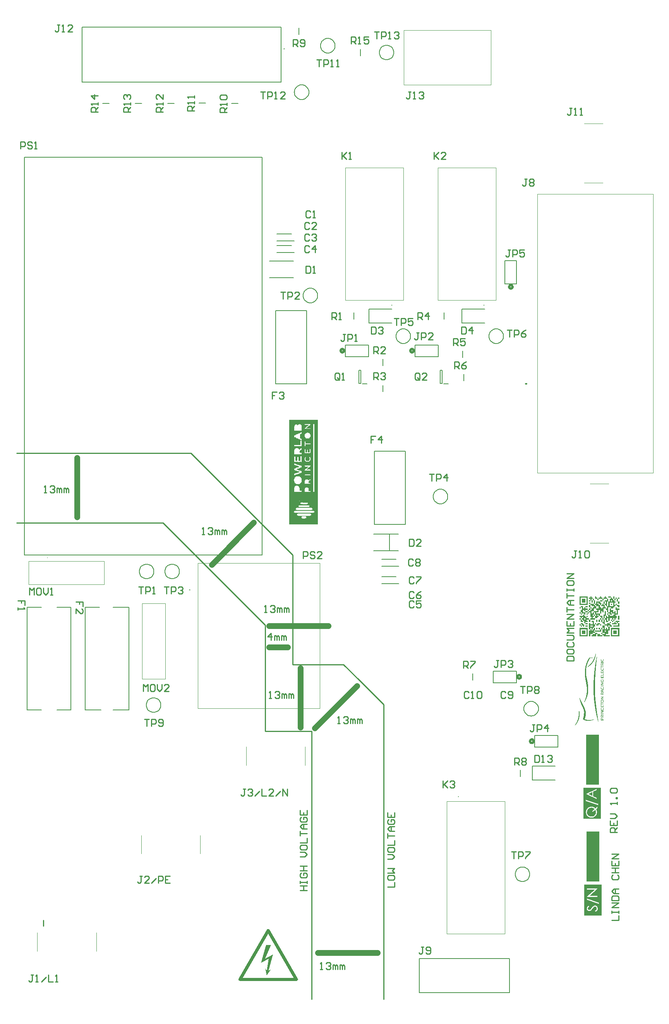
<source format=gto>
G04*
G04 #@! TF.GenerationSoftware,Altium Limited,Altium Designer,23.10.1 (27)*
G04*
G04 Layer_Color=65535*
%FSLAX25Y25*%
%MOIN*%
G70*
G04*
G04 #@! TF.SameCoordinates,AA2C939F-CB16-4FEC-AD20-74F2314AF5A0*
G04*
G04*
G04 #@! TF.FilePolarity,Positive*
G04*
G01*
G75*
%ADD10C,0.00394*%
%ADD11C,0.02000*%
%ADD12C,0.00787*%
%ADD13C,0.01181*%
%ADD14C,0.01000*%
%ADD15C,0.05000*%
%ADD16C,0.00600*%
G36*
X261401Y410430D02*
X236812D01*
Y500430D01*
X261401D01*
Y410430D01*
D02*
G37*
G36*
X509496Y348426D02*
X509526D01*
Y347394D01*
X510558D01*
Y347364D01*
X510573D01*
Y347349D01*
X510558D01*
Y346346D01*
X511606D01*
Y344267D01*
X512638D01*
Y344282D01*
X512653D01*
Y346346D01*
X513686D01*
Y347394D01*
X511606D01*
Y348426D01*
X513686D01*
Y347394D01*
X514718D01*
Y347379D01*
X514733D01*
Y346346D01*
X515765D01*
Y345329D01*
X515780D01*
Y345314D01*
X516813D01*
Y344267D01*
X517845D01*
Y344252D01*
X517860D01*
Y343234D01*
X517845D01*
Y343219D01*
X516813D01*
Y341154D01*
X516828D01*
Y341140D01*
X517860D01*
Y340107D01*
X517830D01*
Y340092D01*
X517815D01*
Y340107D01*
X516828D01*
Y340092D01*
X516813D01*
Y339060D01*
X515780D01*
Y339045D01*
X515765D01*
Y338057D01*
X515780D01*
Y338042D01*
X515765D01*
Y338012D01*
X513686D01*
Y339060D01*
X511606D01*
Y334900D01*
X512638D01*
Y334915D01*
X512653D01*
Y336890D01*
Y336905D01*
Y337982D01*
X512638D01*
Y337997D01*
X512653D01*
Y338012D01*
X512668D01*
Y338027D01*
X512683D01*
Y338012D01*
X513686D01*
Y336980D01*
X515765D01*
Y336950D01*
X515780D01*
Y336935D01*
X515765D01*
Y334915D01*
X515780D01*
Y334900D01*
X516813D01*
Y335932D01*
X517845D01*
Y335917D01*
X517860D01*
Y333853D01*
X518893D01*
Y336980D01*
X517860D01*
Y339060D01*
X518893D01*
Y338027D01*
X518908D01*
Y338012D01*
X520943D01*
Y338027D01*
X520958D01*
Y338012D01*
X520972D01*
Y337997D01*
X520988D01*
Y337982D01*
X520972D01*
Y336980D01*
X519940D01*
Y332820D01*
X519925D01*
Y332805D01*
X517860D01*
Y331773D01*
X518893D01*
Y329693D01*
X517875D01*
Y329678D01*
X517860D01*
Y328660D01*
X517845D01*
Y328646D01*
X516813D01*
Y329678D01*
X516798D01*
Y329693D01*
X515780D01*
Y329678D01*
X515765D01*
Y328646D01*
X516813D01*
Y327613D01*
X516798D01*
Y327598D01*
X515765D01*
Y328646D01*
X514733D01*
Y329678D01*
X514718D01*
Y329693D01*
X512668D01*
Y329678D01*
X512653D01*
Y327613D01*
X512638D01*
Y327598D01*
X511606D01*
Y329678D01*
X511591D01*
Y329693D01*
X510573D01*
Y329678D01*
X510558D01*
Y327613D01*
X510573D01*
Y327598D01*
X511606D01*
Y326566D01*
X509526D01*
Y328631D01*
X509511D01*
Y328646D01*
X508479D01*
Y329693D01*
X507446D01*
Y331099D01*
Y331114D01*
Y332775D01*
X507431D01*
Y332790D01*
X507446D01*
Y332805D01*
X507461D01*
Y332820D01*
X507476D01*
Y332805D01*
X508464D01*
Y332820D01*
X508479D01*
Y335932D01*
X509526D01*
Y331773D01*
X510558D01*
Y331743D01*
X510573D01*
Y331728D01*
X510558D01*
Y330740D01*
X510573D01*
Y330725D01*
X511591D01*
Y330740D01*
X511606D01*
Y332805D01*
X510573D01*
Y332820D01*
X510558D01*
Y333838D01*
X510573D01*
Y333853D01*
X511606D01*
Y333553D01*
Y333538D01*
Y332805D01*
X512653D01*
Y331773D01*
X515765D01*
Y332805D01*
X515795D01*
Y332820D01*
X515810D01*
Y332805D01*
X516798D01*
Y332820D01*
X516813D01*
Y333853D01*
X514733D01*
Y334885D01*
X514718D01*
Y334900D01*
X513701D01*
Y334885D01*
X513686D01*
Y333868D01*
X513701D01*
Y333853D01*
X514733D01*
Y332820D01*
X514718D01*
Y332805D01*
X512653D01*
Y333838D01*
X512638D01*
Y333853D01*
X511606D01*
Y334900D01*
X510603D01*
Y334885D01*
X510588D01*
Y334900D01*
X510558D01*
Y336980D01*
X509526D01*
Y338012D01*
X507446D01*
Y334900D01*
X507416D01*
Y334885D01*
X507401D01*
Y334900D01*
X506399D01*
Y335932D01*
X505366D01*
Y335917D01*
X505351D01*
Y333853D01*
X504319D01*
Y336965D01*
X504304D01*
Y336980D01*
X503287D01*
Y336965D01*
X503271D01*
Y335603D01*
Y335588D01*
Y334900D01*
X501207D01*
Y334885D01*
X501192D01*
Y333853D01*
X504319D01*
Y331773D01*
X506384D01*
Y331758D01*
X506399D01*
Y329693D01*
X507446D01*
Y328646D01*
X508479D01*
Y324486D01*
X510558D01*
Y325503D01*
X510573D01*
Y325518D01*
X512653D01*
Y324486D01*
X513671D01*
Y324471D01*
X513686D01*
Y323453D01*
X513701D01*
Y323439D01*
X514718D01*
Y323424D01*
X514733D01*
Y323349D01*
Y323334D01*
Y322406D01*
X514718D01*
Y322391D01*
X512653D01*
Y323424D01*
X512638D01*
Y323439D01*
X511606D01*
Y322391D01*
X512653D01*
Y319279D01*
X512623D01*
Y319264D01*
X512608D01*
Y319279D01*
X511621D01*
Y319264D01*
X511606D01*
Y316152D01*
X509526D01*
Y315104D01*
X512638D01*
Y315089D01*
X512653D01*
Y314072D01*
X512623D01*
Y314057D01*
X512608D01*
Y314072D01*
X507476D01*
Y314057D01*
X507461D01*
Y314072D01*
X507446D01*
Y314087D01*
X507431D01*
Y314102D01*
X507446D01*
Y315089D01*
X507431D01*
Y315104D01*
X506399D01*
Y316152D01*
X505366D01*
Y316167D01*
X505351D01*
Y317184D01*
X505381D01*
Y317199D01*
X505396D01*
Y317184D01*
X506399D01*
Y317004D01*
Y316990D01*
Y316152D01*
X508479D01*
Y317184D01*
X506399D01*
Y320311D01*
X505351D01*
Y320745D01*
Y320760D01*
Y321344D01*
X505366D01*
Y321359D01*
X506399D01*
Y320311D01*
X507431D01*
Y320326D01*
X507446D01*
Y321344D01*
X507431D01*
Y321359D01*
X506399D01*
Y323439D01*
X508479D01*
Y320326D01*
X508494D01*
Y320311D01*
X509511D01*
Y320326D01*
X509526D01*
Y321359D01*
X510558D01*
Y321329D01*
X510573D01*
Y321314D01*
X510558D01*
Y320326D01*
X510573D01*
Y320311D01*
X511591D01*
Y320326D01*
X511606D01*
Y322391D01*
X510573D01*
Y322406D01*
X510558D01*
Y323439D01*
X508479D01*
Y324486D01*
X507476D01*
Y324471D01*
X507461D01*
Y324486D01*
X507446D01*
Y324501D01*
X507431D01*
Y324516D01*
X507446D01*
Y325503D01*
X507431D01*
Y325518D01*
X506414D01*
Y325533D01*
X506399D01*
Y326566D01*
X505366D01*
Y326581D01*
X505351D01*
Y326700D01*
Y326715D01*
Y328646D01*
X504319D01*
Y329274D01*
Y329289D01*
Y329678D01*
X504334D01*
Y329693D01*
X505351D01*
Y328646D01*
X506399D01*
Y326566D01*
X507431D01*
Y326581D01*
X507446D01*
Y327224D01*
Y327239D01*
Y328646D01*
X506399D01*
Y329693D01*
X505351D01*
Y330725D01*
X504319D01*
Y331773D01*
X503271D01*
Y332805D01*
X502239D01*
Y331773D01*
X503271D01*
Y330725D01*
X502239D01*
Y329693D01*
X502209D01*
Y329678D01*
X502194D01*
Y329693D01*
X500144D01*
Y331773D01*
X499112D01*
Y332805D01*
X498065D01*
Y331773D01*
X499112D01*
Y330740D01*
X499097D01*
Y330725D01*
X498065D01*
Y329693D01*
X500144D01*
Y328646D01*
X495985D01*
Y329678D01*
X496000D01*
Y329693D01*
X497017D01*
Y329708D01*
X497032D01*
Y330710D01*
X497017D01*
Y330725D01*
X496000D01*
Y330740D01*
X495985D01*
Y334885D01*
X495970D01*
Y334900D01*
X494937D01*
Y335932D01*
X493905D01*
Y336980D01*
X491825D01*
Y335932D01*
X493905D01*
Y334900D01*
X494937D01*
Y333853D01*
X493905D01*
Y334900D01*
X491825D01*
Y335932D01*
X490793D01*
Y335947D01*
X490778D01*
Y336965D01*
X490763D01*
Y336980D01*
X489745D01*
Y336965D01*
X489730D01*
Y334915D01*
X489745D01*
Y334900D01*
X491825D01*
Y332820D01*
X491810D01*
Y332805D01*
X490778D01*
Y333853D01*
X488698D01*
Y334885D01*
X488683D01*
Y334900D01*
X487650D01*
Y336965D01*
X487665D01*
Y336980D01*
X488698D01*
Y339045D01*
X488683D01*
Y339060D01*
X487650D01*
Y340092D01*
X487665D01*
Y340107D01*
X489730D01*
Y340077D01*
X489745D01*
Y340062D01*
X489730D01*
Y338087D01*
Y338072D01*
Y338027D01*
X489745D01*
Y338012D01*
X490763D01*
Y338027D01*
X490778D01*
Y339060D01*
X491825D01*
Y338027D01*
X491840D01*
Y338012D01*
X493860D01*
Y338027D01*
X493875D01*
Y338012D01*
X493905D01*
Y336980D01*
X494937D01*
Y335932D01*
X495970D01*
Y335947D01*
X495985D01*
Y336980D01*
X494937D01*
Y338012D01*
X494967D01*
Y338027D01*
X494982D01*
Y338012D01*
X495985D01*
Y337638D01*
Y337623D01*
Y336980D01*
X497017D01*
Y336995D01*
X497032D01*
Y338012D01*
X495985D01*
Y339060D01*
X494952D01*
Y339075D01*
X494937D01*
Y341125D01*
X494952D01*
Y341140D01*
X495985D01*
Y339060D01*
X497017D01*
Y339045D01*
X497032D01*
Y338386D01*
Y338371D01*
Y338012D01*
X498049D01*
Y338027D01*
X498065D01*
Y338267D01*
Y338282D01*
Y339045D01*
X498079D01*
Y339060D01*
X499097D01*
Y339075D01*
X499112D01*
Y340092D01*
X499097D01*
Y340107D01*
X497062D01*
Y340092D01*
X497047D01*
Y340107D01*
X497032D01*
Y340122D01*
X497017D01*
Y340137D01*
X497032D01*
Y341125D01*
X497017D01*
Y341140D01*
X495985D01*
Y342187D01*
X494952D01*
Y342202D01*
X494937D01*
Y343219D01*
X494967D01*
Y343234D01*
X494982D01*
Y343219D01*
X495985D01*
Y342187D01*
X499112D01*
Y341140D01*
X500144D01*
Y340122D01*
X500159D01*
Y340107D01*
X501192D01*
Y338012D01*
X503257D01*
Y338027D01*
X503271D01*
Y340092D01*
X503257D01*
Y340107D01*
X501192D01*
Y341140D01*
X500144D01*
Y342187D01*
X499112D01*
Y345314D01*
X498065D01*
Y346257D01*
Y346272D01*
Y346346D01*
X497032D01*
Y345314D01*
X498065D01*
Y343234D01*
X498049D01*
Y343219D01*
X497032D01*
Y343249D01*
X497017D01*
Y343264D01*
X497032D01*
Y345045D01*
Y345060D01*
Y345314D01*
X495985D01*
Y346346D01*
X494952D01*
Y346361D01*
X494937D01*
Y347379D01*
X494952D01*
Y347394D01*
X495985D01*
Y348426D01*
X496987D01*
Y348441D01*
X497002D01*
Y348426D01*
X497032D01*
Y347394D01*
X498065D01*
Y346346D01*
X499112D01*
Y345314D01*
X500144D01*
Y345284D01*
X500159D01*
Y345269D01*
X500144D01*
Y342187D01*
X501192D01*
Y344267D01*
X504319D01*
Y343234D01*
X504334D01*
Y343219D01*
X505321D01*
Y343234D01*
X505336D01*
Y343219D01*
X505351D01*
Y343204D01*
X505366D01*
Y343189D01*
X505351D01*
Y341140D01*
X506384D01*
Y341154D01*
X506399D01*
Y342172D01*
X506414D01*
Y342187D01*
X507446D01*
Y341140D01*
X508479D01*
Y339075D01*
X508494D01*
Y339060D01*
X509511D01*
Y339045D01*
X509526D01*
Y338012D01*
X510543D01*
Y338027D01*
X510558D01*
Y340107D01*
X509526D01*
Y341140D01*
X508479D01*
Y342187D01*
X507446D01*
Y344267D01*
X508479D01*
Y342187D01*
X509526D01*
Y344252D01*
X509511D01*
Y344267D01*
X508479D01*
Y345299D01*
X508494D01*
Y345314D01*
X510558D01*
Y345568D01*
Y345583D01*
Y346346D01*
X507446D01*
Y347349D01*
X507431D01*
Y347364D01*
X507446D01*
Y347394D01*
X508479D01*
Y348426D01*
X508508D01*
Y348441D01*
X508524D01*
Y348426D01*
X509481D01*
Y348441D01*
X509496D01*
Y348426D01*
D02*
G37*
G36*
X493875D02*
X493905D01*
Y341154D01*
X493890D01*
Y341140D01*
X486618D01*
Y341169D01*
X486603D01*
Y341184D01*
X486618D01*
Y348396D01*
X486603D01*
Y348411D01*
X486618D01*
Y348426D01*
X486633D01*
Y348441D01*
X486648D01*
Y348426D01*
X493860D01*
Y348441D01*
X493875D01*
Y348426D01*
D02*
G37*
G36*
X520972Y347364D02*
X520988D01*
Y347349D01*
X520972D01*
Y346391D01*
X520988D01*
Y346376D01*
X520972D01*
Y346346D01*
X519940D01*
Y347394D01*
X520972D01*
Y347364D01*
D02*
G37*
G36*
X515810Y348426D02*
X516813D01*
Y346346D01*
X517860D01*
Y345957D01*
Y345942D01*
Y345314D01*
X517830D01*
Y345299D01*
X517815D01*
Y345314D01*
X516813D01*
Y346346D01*
X515765D01*
Y348426D01*
X515795D01*
Y348441D01*
X515810D01*
Y348426D01*
D02*
G37*
G36*
X505336D02*
X505351D01*
Y348411D01*
X505366D01*
Y348396D01*
X505351D01*
Y347409D01*
X505366D01*
Y347394D01*
X506384D01*
Y347379D01*
X506399D01*
Y346346D01*
X507446D01*
Y345314D01*
X507416D01*
Y345299D01*
X507401D01*
Y345314D01*
X506399D01*
Y346167D01*
Y346182D01*
Y346346D01*
X503271D01*
Y347379D01*
X503287D01*
Y347394D01*
X504319D01*
Y348426D01*
X505321D01*
Y348441D01*
X505336D01*
Y348426D01*
D02*
G37*
G36*
X500189D02*
X501192D01*
Y347394D01*
X502224D01*
Y347379D01*
X502239D01*
Y346346D01*
X503271D01*
Y345314D01*
X502269D01*
Y345299D01*
X502254D01*
Y345314D01*
X502239D01*
Y345329D01*
X502224D01*
Y345344D01*
X502239D01*
Y346346D01*
X500159D01*
Y346361D01*
X500144D01*
Y347558D01*
Y347573D01*
Y348426D01*
X500174D01*
Y348441D01*
X500189D01*
Y348426D01*
D02*
G37*
G36*
X506399Y344267D02*
X504319D01*
Y345299D01*
X504334D01*
Y345314D01*
X506399D01*
Y344267D01*
D02*
G37*
G36*
X495985D02*
X494952D01*
Y344282D01*
X494937D01*
Y345299D01*
X494952D01*
Y345314D01*
X495985D01*
Y344267D01*
D02*
G37*
G36*
X518893Y346346D02*
X519940D01*
Y345449D01*
Y345434D01*
Y344267D01*
X520972D01*
Y342187D01*
X519940D01*
Y344267D01*
X518908D01*
Y344282D01*
X518893D01*
Y346346D01*
X517860D01*
Y347349D01*
X517845D01*
Y347364D01*
X517860D01*
Y347394D01*
X518893D01*
Y346346D01*
D02*
G37*
G36*
Y341140D02*
X520972D01*
Y339060D01*
X519940D01*
Y340092D01*
X519925D01*
Y340107D01*
X518938D01*
Y340092D01*
X518923D01*
Y340107D01*
X518893D01*
Y341140D01*
X517860D01*
Y342142D01*
X517845D01*
Y342157D01*
X517860D01*
Y342187D01*
X518893D01*
Y341140D01*
D02*
G37*
G36*
X493890Y340092D02*
X493905D01*
Y339075D01*
X493890D01*
Y339060D01*
X491825D01*
Y340062D01*
X491810D01*
Y340077D01*
X491825D01*
Y340107D01*
X493890D01*
Y340092D01*
D02*
G37*
G36*
X487650Y338027D02*
X487635D01*
Y338012D01*
X486618D01*
Y338042D01*
X486603D01*
Y338057D01*
X486618D01*
Y338641D01*
Y338656D01*
Y339060D01*
X487650D01*
Y338027D01*
D02*
G37*
G36*
X493905Y333523D02*
Y333508D01*
Y332820D01*
X493890D01*
Y332805D01*
X492872D01*
Y332820D01*
X492857D01*
Y333838D01*
X492872D01*
Y333853D01*
X493905D01*
Y333523D01*
D02*
G37*
G36*
X487650Y333853D02*
X488698D01*
Y332910D01*
Y332895D01*
Y332820D01*
X488683D01*
Y332805D01*
X487665D01*
Y332820D01*
X487650D01*
Y333853D01*
X486618D01*
Y334631D01*
Y334646D01*
Y334855D01*
X486603D01*
Y334870D01*
X486618D01*
Y334900D01*
X487650D01*
Y333853D01*
D02*
G37*
G36*
X493890Y331758D02*
X493905D01*
Y331743D01*
Y330740D01*
X493890D01*
Y330725D01*
X492857D01*
Y331758D01*
X492872D01*
Y331773D01*
X493890D01*
Y331758D01*
D02*
G37*
G36*
X520972Y331743D02*
X520988D01*
Y331728D01*
X520972D01*
Y328646D01*
X519940D01*
Y331773D01*
X520972D01*
Y331743D01*
D02*
G37*
G36*
X520958Y327598D02*
X520972D01*
Y327583D01*
X520988D01*
Y327568D01*
X520972D01*
Y326566D01*
X519940D01*
Y325518D01*
X520972D01*
Y322436D01*
X520988D01*
Y322421D01*
X520972D01*
Y322391D01*
X515780D01*
Y322406D01*
X515765D01*
Y323424D01*
X515780D01*
Y323439D01*
X519925D01*
Y323453D01*
X519940D01*
Y325518D01*
X518893D01*
Y326566D01*
X517860D01*
Y327374D01*
Y327389D01*
Y327568D01*
X517845D01*
Y327583D01*
X517860D01*
Y327598D01*
X517875D01*
Y327613D01*
X517890D01*
Y327598D01*
X520943D01*
Y327613D01*
X520958D01*
Y327598D01*
D02*
G37*
G36*
X499082D02*
X499112D01*
Y324486D01*
X500144D01*
Y322436D01*
X500159D01*
Y322421D01*
X500144D01*
Y322391D01*
X499112D01*
Y321359D01*
X500144D01*
Y321329D01*
X500159D01*
Y321314D01*
X500144D01*
Y319279D01*
X504319D01*
Y320311D01*
X503287D01*
Y320326D01*
X503271D01*
Y321344D01*
X503287D01*
Y321359D01*
X504304D01*
Y321344D01*
X504319D01*
Y320401D01*
Y320386D01*
Y320311D01*
X505351D01*
Y319324D01*
Y319309D01*
Y318232D01*
X500144D01*
Y319279D01*
X499127D01*
Y319264D01*
X499112D01*
Y318232D01*
X500144D01*
Y317184D01*
X502194D01*
Y317199D01*
X502209D01*
Y317184D01*
X502239D01*
Y316152D01*
X504304D01*
Y316137D01*
X504319D01*
Y315104D01*
X506399D01*
Y314072D01*
X502269D01*
Y314057D01*
X502254D01*
Y314072D01*
X502239D01*
Y314087D01*
X502224D01*
Y314102D01*
X502239D01*
Y316152D01*
X501207D01*
Y316137D01*
X501192D01*
Y314072D01*
X497062D01*
Y314057D01*
X497047D01*
Y314072D01*
X497032D01*
Y314087D01*
X497017D01*
Y314102D01*
X497032D01*
Y315104D01*
X498065D01*
Y316152D01*
X496000D01*
Y316137D01*
X495985D01*
Y315134D01*
Y315119D01*
Y314072D01*
X494982D01*
Y314057D01*
X494967D01*
Y314072D01*
X494937D01*
Y319264D01*
X494952D01*
Y319279D01*
X495985D01*
Y320311D01*
X494952D01*
Y320326D01*
X494937D01*
Y325503D01*
X494952D01*
Y325518D01*
X495985D01*
Y324486D01*
X498065D01*
Y326566D01*
X497032D01*
Y327568D01*
X497017D01*
Y327583D01*
X497032D01*
Y327598D01*
X497047D01*
Y327613D01*
X497062D01*
Y327598D01*
X499067D01*
Y327613D01*
X499082D01*
Y327598D01*
D02*
G37*
G36*
X514733D02*
X515765D01*
Y326566D01*
X514733D01*
Y327598D01*
X513701D01*
Y327613D01*
X513686D01*
Y327628D01*
Y328631D01*
X513701D01*
Y328646D01*
X514733D01*
Y327598D01*
D02*
G37*
G36*
X504319Y326566D02*
X503271D01*
Y327015D01*
Y327030D01*
Y328631D01*
X503287D01*
Y328646D01*
X504319D01*
Y326566D01*
D02*
G37*
G36*
X502224Y328631D02*
X502239D01*
Y327553D01*
Y327538D01*
Y326581D01*
X502224D01*
Y326566D01*
X501192D01*
Y328646D01*
X502224D01*
Y328631D01*
D02*
G37*
G36*
X489775Y332805D02*
X490778D01*
Y331773D01*
X491810D01*
Y331758D01*
X491825D01*
Y330725D01*
X492857D01*
Y329693D01*
X494937D01*
Y329663D01*
X494952D01*
Y329648D01*
X494937D01*
Y328646D01*
X495985D01*
Y328346D01*
Y328331D01*
Y326566D01*
X494952D01*
Y326581D01*
X494937D01*
Y328646D01*
X492872D01*
Y328631D01*
X492857D01*
Y327613D01*
X492872D01*
Y327598D01*
X493860D01*
Y327613D01*
X493875D01*
Y327598D01*
X493905D01*
Y326566D01*
X491825D01*
Y325518D01*
X493905D01*
Y324486D01*
X493875D01*
Y324471D01*
X493860D01*
Y324486D01*
X491855D01*
Y324471D01*
X491840D01*
Y324486D01*
X491825D01*
Y324501D01*
X491810D01*
Y324516D01*
X491825D01*
Y325518D01*
X490793D01*
Y325533D01*
X490778D01*
Y327598D01*
X489730D01*
Y328646D01*
X488698D01*
Y329693D01*
X487650D01*
Y330725D01*
X486618D01*
Y330755D01*
X486603D01*
Y330770D01*
X486618D01*
Y331728D01*
X486603D01*
Y331743D01*
X486618D01*
Y331773D01*
X489730D01*
Y332805D01*
X489760D01*
Y332820D01*
X489775D01*
Y332805D01*
D02*
G37*
G36*
X487650Y328646D02*
X488698D01*
Y327613D01*
X488713D01*
Y327598D01*
X489730D01*
Y326566D01*
X487650D01*
Y327374D01*
Y327389D01*
Y328646D01*
X486618D01*
Y329259D01*
Y329274D01*
Y329648D01*
X486603D01*
Y329663D01*
X486618D01*
Y329693D01*
X487650D01*
Y328646D01*
D02*
G37*
G36*
X513686Y325518D02*
X512653D01*
Y326521D01*
X512638D01*
Y326536D01*
X512653D01*
Y326566D01*
X513686D01*
Y325518D01*
D02*
G37*
G36*
X517860D02*
X518893D01*
Y324486D01*
X514733D01*
Y325518D01*
X516798D01*
Y325533D01*
X516813D01*
Y326551D01*
X516828D01*
Y326566D01*
X517860D01*
Y325518D01*
D02*
G37*
G36*
X504319Y324486D02*
X505351D01*
Y324456D01*
X505366D01*
Y324441D01*
X505351D01*
Y323439D01*
X504319D01*
Y323648D01*
Y323663D01*
Y324486D01*
X503287D01*
Y324471D01*
X503271D01*
Y323439D01*
X501192D01*
Y324082D01*
Y324097D01*
Y324486D01*
X500144D01*
Y325503D01*
X500159D01*
Y325518D01*
X501192D01*
Y324486D01*
X502224D01*
Y324501D01*
X502239D01*
Y325518D01*
X504319D01*
Y324486D01*
D02*
G37*
G36*
X493890Y323424D02*
X493905D01*
Y323229D01*
Y323214D01*
Y322406D01*
X493890D01*
Y322391D01*
X491825D01*
Y322421D01*
X491810D01*
Y322436D01*
X491825D01*
Y323439D01*
X493890D01*
Y323424D01*
D02*
G37*
G36*
X489730Y324501D02*
X489745D01*
Y324486D01*
X490763D01*
Y324471D01*
X490778D01*
Y322406D01*
X490763D01*
Y322391D01*
X489745D01*
Y322406D01*
X489730D01*
Y323439D01*
X488698D01*
Y324157D01*
Y324172D01*
Y324471D01*
X488683D01*
Y324486D01*
X487650D01*
Y325518D01*
X489730D01*
Y324501D01*
D02*
G37*
G36*
X487650Y323439D02*
X488698D01*
Y322406D01*
X488683D01*
Y322391D01*
X487665D01*
Y322406D01*
X487650D01*
Y323439D01*
X486618D01*
Y324441D01*
X486603D01*
Y324456D01*
X486618D01*
Y324486D01*
X487650D01*
Y323439D01*
D02*
G37*
G36*
X502224Y321344D02*
X502239D01*
Y320326D01*
X502224D01*
Y320311D01*
X501207D01*
Y320326D01*
X501192D01*
Y321344D01*
X501207D01*
Y321359D01*
X502224D01*
Y321344D01*
D02*
G37*
G36*
X520972Y321329D02*
X520988D01*
Y321314D01*
X520972D01*
Y314102D01*
X520988D01*
Y314087D01*
X520972D01*
Y314072D01*
X520958D01*
Y314057D01*
X520943D01*
Y314072D01*
X513730D01*
Y314057D01*
X513716D01*
Y314072D01*
X513686D01*
Y321344D01*
X513701D01*
Y321359D01*
X520972D01*
Y321329D01*
D02*
G37*
G36*
X493890Y321344D02*
X493905D01*
Y314072D01*
X493875D01*
Y314057D01*
X493860D01*
Y314072D01*
X486648D01*
Y314057D01*
X486633D01*
Y314072D01*
X486618D01*
Y314087D01*
X486603D01*
Y314102D01*
X486618D01*
Y321314D01*
X486603D01*
Y321329D01*
X486618D01*
Y321359D01*
X493890D01*
Y321344D01*
D02*
G37*
G36*
X507113Y294769D02*
X507127D01*
Y294755D01*
X507141D01*
Y294741D01*
X507155D01*
Y294727D01*
X507169D01*
Y294713D01*
X507183D01*
Y294699D01*
X507197D01*
Y294685D01*
X507211D01*
Y294671D01*
X507225D01*
Y294657D01*
X507238D01*
Y294629D01*
X507252D01*
Y294615D01*
X507266D01*
Y294601D01*
X507280D01*
Y294574D01*
X507294D01*
Y294560D01*
X507308D01*
Y294532D01*
X507322D01*
Y294518D01*
X507336D01*
Y294490D01*
X507350D01*
Y294462D01*
X507364D01*
Y294434D01*
X507378D01*
Y294407D01*
X507392D01*
Y294379D01*
X507406D01*
Y294351D01*
X507419D01*
Y294309D01*
X507433D01*
Y294267D01*
X507447D01*
Y294226D01*
X507461D01*
Y294170D01*
X507475D01*
Y294114D01*
X507489D01*
Y294031D01*
X507503D01*
Y293850D01*
X507517D01*
Y293794D01*
X507503D01*
Y293599D01*
X507489D01*
Y293516D01*
X507475D01*
Y293460D01*
X507461D01*
Y293404D01*
X507447D01*
Y293363D01*
X507433D01*
Y293321D01*
X507419D01*
Y293279D01*
X507406D01*
Y293251D01*
X507392D01*
Y293223D01*
X507378D01*
Y293196D01*
X507364D01*
Y293168D01*
X507350D01*
Y293140D01*
X507336D01*
Y293112D01*
X507322D01*
Y293084D01*
X507308D01*
Y293070D01*
X507294D01*
Y293042D01*
X507280D01*
Y293028D01*
X507266D01*
Y293001D01*
X507252D01*
Y292987D01*
X507238D01*
Y292973D01*
X507225D01*
Y292959D01*
X507211D01*
Y292931D01*
X507197D01*
Y292917D01*
X507183D01*
Y292903D01*
X507169D01*
Y292889D01*
X507155D01*
Y292875D01*
X507141D01*
Y292862D01*
X507127D01*
Y292848D01*
X507113D01*
Y292834D01*
X507099D01*
Y292820D01*
X507085D01*
Y292806D01*
X507071D01*
Y292792D01*
X507044D01*
Y292778D01*
X507030D01*
Y292764D01*
X507016D01*
Y292750D01*
X507002D01*
Y292736D01*
X506974D01*
Y292722D01*
X506960D01*
Y292708D01*
X506932D01*
Y292694D01*
X506904D01*
Y292681D01*
X506890D01*
Y292667D01*
X506863D01*
Y292653D01*
X506835D01*
Y292639D01*
X506807D01*
Y292625D01*
X506779D01*
Y292611D01*
X506737D01*
Y292597D01*
X506709D01*
Y292583D01*
X506668D01*
Y292569D01*
X506626D01*
Y292555D01*
X506570D01*
Y292541D01*
X506501D01*
Y292527D01*
X506403D01*
Y292513D01*
X506111D01*
Y292527D01*
X506013D01*
Y292541D01*
X505944D01*
Y292555D01*
X505888D01*
Y292569D01*
X505847D01*
Y292583D01*
X505805D01*
Y292597D01*
X505777D01*
Y292611D01*
X505735D01*
Y292625D01*
X505707D01*
Y292639D01*
X505679D01*
Y292653D01*
X505652D01*
Y292667D01*
X505624D01*
Y292681D01*
X505610D01*
Y292694D01*
X505582D01*
Y292708D01*
X505568D01*
Y292722D01*
X505540D01*
Y292736D01*
X505526D01*
Y292750D01*
X505499D01*
Y292764D01*
X505485D01*
Y292778D01*
X505471D01*
Y292792D01*
X505457D01*
Y292806D01*
X505429D01*
Y292820D01*
X505415D01*
Y292834D01*
X505401D01*
Y292848D01*
X505387D01*
Y292862D01*
X505373D01*
Y292875D01*
X505359D01*
Y292889D01*
X505345D01*
Y292903D01*
X505331D01*
Y292917D01*
X505317D01*
Y292945D01*
X505304D01*
Y292959D01*
X505290D01*
Y292973D01*
X505276D01*
Y292987D01*
X505262D01*
Y293015D01*
X505248D01*
Y293028D01*
X505234D01*
Y293056D01*
X505220D01*
Y293070D01*
X505206D01*
Y293098D01*
X505192D01*
Y293112D01*
X505178D01*
Y293140D01*
X505164D01*
Y293168D01*
X505151D01*
Y293196D01*
X505136D01*
Y293223D01*
X505123D01*
Y293251D01*
X505109D01*
Y293293D01*
X505095D01*
Y293321D01*
X505081D01*
Y293363D01*
X505067D01*
Y293404D01*
X505053D01*
Y293460D01*
X505039D01*
Y293530D01*
X505025D01*
Y293599D01*
X505011D01*
Y293794D01*
X504997D01*
Y293850D01*
X505011D01*
Y294031D01*
X505025D01*
Y294114D01*
X505039D01*
Y294184D01*
X505053D01*
Y294226D01*
X505067D01*
Y294267D01*
X505081D01*
Y294309D01*
X505095D01*
Y294351D01*
X505109D01*
Y294379D01*
X505123D01*
Y294407D01*
X505136D01*
Y294434D01*
X505151D01*
Y294462D01*
X505164D01*
Y294490D01*
X505178D01*
Y294518D01*
X505192D01*
Y294532D01*
X505206D01*
Y294560D01*
X505220D01*
Y294574D01*
X505234D01*
Y294601D01*
X505248D01*
Y294615D01*
X505262D01*
Y294629D01*
X505276D01*
Y294657D01*
X505290D01*
Y294671D01*
X505304D01*
Y294685D01*
X505317D01*
Y294699D01*
X505331D01*
Y294713D01*
X505345D01*
Y294727D01*
X505359D01*
Y294741D01*
X505373D01*
Y294755D01*
X505387D01*
Y294769D01*
X505401D01*
Y294782D01*
X505415D01*
Y294769D01*
X505429D01*
Y294755D01*
X505443D01*
Y294741D01*
X505457D01*
Y294727D01*
X505471D01*
Y294713D01*
X505485D01*
Y294699D01*
X505499D01*
Y294685D01*
X505512D01*
Y294671D01*
X505526D01*
Y294657D01*
X505540D01*
Y294643D01*
X505554D01*
Y294629D01*
X505568D01*
Y294615D01*
X505582D01*
Y294601D01*
X505596D01*
Y294574D01*
X505610D01*
Y294560D01*
X505624D01*
Y294546D01*
X505638D01*
Y294532D01*
X505652D01*
Y294518D01*
X505665D01*
Y294504D01*
X505679D01*
Y294476D01*
X505665D01*
Y294462D01*
X505652D01*
Y294448D01*
X505638D01*
Y294434D01*
X505624D01*
Y294421D01*
X505610D01*
Y294407D01*
X505596D01*
Y294379D01*
X505582D01*
Y294365D01*
X505568D01*
Y294351D01*
X505554D01*
Y294323D01*
X505540D01*
Y294309D01*
X505526D01*
Y294281D01*
X505512D01*
Y294253D01*
X505499D01*
Y294240D01*
X505485D01*
Y294212D01*
X505471D01*
Y294170D01*
X505457D01*
Y294128D01*
X505443D01*
Y294087D01*
X505429D01*
Y294031D01*
X505415D01*
Y293947D01*
X505401D01*
Y293724D01*
X505415D01*
Y293641D01*
X505429D01*
Y293571D01*
X505443D01*
Y293530D01*
X505457D01*
Y293488D01*
X505471D01*
Y293460D01*
X505485D01*
Y293432D01*
X505499D01*
Y293404D01*
X505512D01*
Y293376D01*
X505526D01*
Y293349D01*
X505540D01*
Y293335D01*
X505554D01*
Y293307D01*
X505568D01*
Y293293D01*
X505582D01*
Y293279D01*
X505596D01*
Y293251D01*
X505610D01*
Y293237D01*
X505624D01*
Y293223D01*
X505638D01*
Y293210D01*
X505652D01*
Y293196D01*
X505665D01*
Y293182D01*
X505679D01*
Y293168D01*
X505707D01*
Y293154D01*
X505721D01*
Y293140D01*
X505735D01*
Y293126D01*
X505763D01*
Y293112D01*
X505777D01*
Y293098D01*
X505805D01*
Y293084D01*
X505819D01*
Y293070D01*
X505847D01*
Y293056D01*
X505874D01*
Y293042D01*
X505916D01*
Y293028D01*
X505944D01*
Y293015D01*
X505986D01*
Y293001D01*
X506041D01*
Y292987D01*
X506111D01*
Y292973D01*
X506403D01*
Y292987D01*
X506473D01*
Y293001D01*
X506529D01*
Y293015D01*
X506570D01*
Y293028D01*
X506598D01*
Y293042D01*
X506640D01*
Y293056D01*
X506668D01*
Y293070D01*
X506696D01*
Y293084D01*
X506709D01*
Y293098D01*
X506737D01*
Y293112D01*
X506751D01*
Y293126D01*
X506779D01*
Y293140D01*
X506793D01*
Y293154D01*
X506807D01*
Y293168D01*
X506835D01*
Y293182D01*
X506849D01*
Y293196D01*
X506863D01*
Y293210D01*
X506877D01*
Y293223D01*
X506890D01*
Y293237D01*
X506904D01*
Y293251D01*
X506918D01*
Y293279D01*
X506932D01*
Y293293D01*
X506946D01*
Y293307D01*
X506960D01*
Y293335D01*
X506974D01*
Y293349D01*
X506988D01*
Y293376D01*
X507002D01*
Y293404D01*
X507016D01*
Y293432D01*
X507030D01*
Y293460D01*
X507044D01*
Y293488D01*
X507058D01*
Y293530D01*
X507071D01*
Y293571D01*
X507085D01*
Y293641D01*
X507099D01*
Y293724D01*
X507113D01*
Y293947D01*
X507099D01*
Y294031D01*
X507085D01*
Y294087D01*
X507071D01*
Y294128D01*
X507058D01*
Y294170D01*
X507044D01*
Y294198D01*
X507030D01*
Y294226D01*
X507016D01*
Y294253D01*
X507002D01*
Y294281D01*
X506988D01*
Y294309D01*
X506974D01*
Y294323D01*
X506960D01*
Y294351D01*
X506946D01*
Y294365D01*
X506932D01*
Y294379D01*
X506918D01*
Y294393D01*
X506904D01*
Y294421D01*
X506890D01*
Y294434D01*
X506877D01*
Y294448D01*
X506863D01*
Y294462D01*
X506849D01*
Y294476D01*
X506835D01*
Y294504D01*
X506849D01*
Y294518D01*
X506863D01*
Y294532D01*
X506877D01*
Y294560D01*
X506890D01*
Y294574D01*
X506904D01*
Y294588D01*
X506918D01*
Y294601D01*
X506932D01*
Y294615D01*
X506946D01*
Y294629D01*
X506960D01*
Y294643D01*
X506974D01*
Y294657D01*
X506988D01*
Y294671D01*
X507002D01*
Y294685D01*
X507016D01*
Y294699D01*
X507030D01*
Y294713D01*
X507044D01*
Y294727D01*
X507058D01*
Y294741D01*
X507071D01*
Y294755D01*
X507085D01*
Y294769D01*
X507099D01*
Y294782D01*
X507113D01*
Y294769D01*
D02*
G37*
G36*
X507475Y291650D02*
X505039D01*
Y292110D01*
X507475D01*
Y291650D01*
D02*
G37*
G36*
Y290801D02*
X507461D01*
Y290787D01*
X507447D01*
Y290774D01*
X507419D01*
Y290759D01*
X507406D01*
Y290746D01*
X507392D01*
Y290732D01*
X507364D01*
Y290718D01*
X507350D01*
Y290704D01*
X507322D01*
Y290690D01*
X507308D01*
Y290676D01*
X507280D01*
Y290662D01*
X507266D01*
Y290648D01*
X507252D01*
Y290634D01*
X507225D01*
Y290620D01*
X507211D01*
Y290606D01*
X507183D01*
Y290593D01*
X507169D01*
Y290579D01*
X507141D01*
Y290565D01*
X507127D01*
Y290551D01*
X507113D01*
Y290537D01*
X507085D01*
Y290523D01*
X507071D01*
Y290509D01*
X507044D01*
Y290495D01*
X507030D01*
Y290481D01*
X507002D01*
Y290467D01*
X506988D01*
Y290453D01*
X506974D01*
Y290439D01*
X506946D01*
Y290425D01*
X506932D01*
Y290411D01*
X506904D01*
Y290398D01*
X506890D01*
Y290384D01*
X506863D01*
Y290370D01*
X506849D01*
Y290356D01*
X506821D01*
Y290342D01*
X506807D01*
Y290328D01*
X506793D01*
Y290314D01*
X506765D01*
Y289660D01*
X507475D01*
Y289200D01*
X505039D01*
Y290370D01*
X505053D01*
Y290481D01*
X505067D01*
Y290551D01*
X505081D01*
Y290606D01*
X505095D01*
Y290648D01*
X505109D01*
Y290690D01*
X505123D01*
Y290732D01*
X505136D01*
Y290759D01*
X505151D01*
Y290787D01*
X505164D01*
Y290815D01*
X505178D01*
Y290843D01*
X505192D01*
Y290871D01*
X505206D01*
Y290885D01*
X505220D01*
Y290913D01*
X505234D01*
Y290927D01*
X505248D01*
Y290954D01*
X505262D01*
Y290968D01*
X505276D01*
Y290982D01*
X505290D01*
Y290996D01*
X505304D01*
Y291010D01*
X505317D01*
Y291024D01*
X505331D01*
Y291038D01*
X505345D01*
Y291052D01*
X505359D01*
Y291066D01*
X505373D01*
Y291080D01*
X505387D01*
Y291094D01*
X505415D01*
Y291108D01*
X505429D01*
Y291122D01*
X505457D01*
Y291135D01*
X505471D01*
Y291149D01*
X505499D01*
Y291163D01*
X505526D01*
Y291177D01*
X505568D01*
Y291191D01*
X505596D01*
Y291205D01*
X505638D01*
Y291219D01*
X505693D01*
Y291233D01*
X505777D01*
Y291247D01*
X506028D01*
Y291233D01*
X506111D01*
Y291219D01*
X506167D01*
Y291205D01*
X506208D01*
Y291191D01*
X506250D01*
Y291177D01*
X506278D01*
Y291163D01*
X506306D01*
Y291149D01*
X506334D01*
Y291135D01*
X506361D01*
Y291122D01*
X506376D01*
Y291108D01*
X506403D01*
Y291094D01*
X506417D01*
Y291080D01*
X506431D01*
Y291066D01*
X506445D01*
Y291052D01*
X506459D01*
Y291038D01*
X506487D01*
Y291024D01*
X506501D01*
Y290996D01*
X506515D01*
Y290982D01*
X506529D01*
Y290968D01*
X506542D01*
Y290954D01*
X506556D01*
Y290940D01*
X506570D01*
Y290913D01*
X506584D01*
Y290899D01*
X506598D01*
Y290871D01*
X506612D01*
Y290843D01*
X506626D01*
Y290815D01*
X506640D01*
Y290801D01*
X506654D01*
Y290759D01*
X506668D01*
Y290732D01*
X506682D01*
Y290746D01*
X506709D01*
Y290759D01*
X506723D01*
Y290774D01*
X506751D01*
Y290787D01*
X506765D01*
Y290801D01*
X506793D01*
Y290815D01*
X506807D01*
Y290829D01*
X506821D01*
Y290843D01*
X506849D01*
Y290857D01*
X506863D01*
Y290871D01*
X506890D01*
Y290885D01*
X506904D01*
Y290899D01*
X506932D01*
Y290913D01*
X506946D01*
Y290927D01*
X506960D01*
Y290940D01*
X506988D01*
Y290954D01*
X507002D01*
Y290968D01*
X507030D01*
Y290982D01*
X507044D01*
Y290996D01*
X507071D01*
Y291010D01*
X507085D01*
Y291024D01*
X507099D01*
Y291038D01*
X507127D01*
Y291052D01*
X507141D01*
Y291066D01*
X507169D01*
Y291080D01*
X507183D01*
Y291094D01*
X507211D01*
Y291108D01*
X507225D01*
Y291122D01*
X507238D01*
Y291135D01*
X507266D01*
Y291149D01*
X507280D01*
Y291163D01*
X507308D01*
Y291177D01*
X507322D01*
Y291191D01*
X507350D01*
Y291205D01*
X507364D01*
Y291219D01*
X507378D01*
Y291233D01*
X507406D01*
Y291247D01*
X507419D01*
Y291261D01*
X507447D01*
Y291275D01*
X507461D01*
Y291288D01*
X507475D01*
Y290801D01*
D02*
G37*
G36*
X500766Y299209D02*
X500807D01*
Y299195D01*
X500821D01*
Y299181D01*
X500835D01*
Y299167D01*
X500849D01*
Y299126D01*
X500863D01*
Y299014D01*
X500849D01*
Y298889D01*
X500835D01*
Y298792D01*
X500821D01*
Y298680D01*
X500807D01*
Y298597D01*
X500794D01*
Y298499D01*
X500779D01*
Y298402D01*
X500766D01*
Y298318D01*
X500752D01*
Y298235D01*
X500738D01*
Y298151D01*
X500724D01*
Y298068D01*
X500710D01*
Y297984D01*
X500696D01*
Y297915D01*
X500682D01*
Y297845D01*
X500668D01*
Y297761D01*
X500654D01*
Y297692D01*
X500640D01*
Y297622D01*
X500626D01*
Y297553D01*
X500612D01*
Y297483D01*
X500599D01*
Y297413D01*
X500585D01*
Y297344D01*
X500571D01*
Y297288D01*
X500557D01*
Y297218D01*
X500543D01*
Y297149D01*
X500529D01*
Y297093D01*
X500515D01*
Y297038D01*
X500501D01*
Y296968D01*
X500487D01*
Y296898D01*
X500473D01*
Y296843D01*
X500459D01*
Y296787D01*
X500445D01*
Y296731D01*
X500431D01*
Y296676D01*
X500418D01*
Y296620D01*
X500404D01*
Y296564D01*
X500390D01*
Y296509D01*
X500376D01*
Y296453D01*
X500362D01*
Y296397D01*
X500348D01*
Y296341D01*
X500334D01*
Y296300D01*
X500320D01*
Y296244D01*
X500306D01*
Y296188D01*
X500292D01*
Y296133D01*
X500278D01*
Y296091D01*
X500265D01*
Y296035D01*
X500251D01*
Y295993D01*
X500237D01*
Y295938D01*
X500223D01*
Y295896D01*
X500209D01*
Y295840D01*
X500195D01*
Y295799D01*
X500181D01*
Y295743D01*
X500167D01*
Y295701D01*
X500153D01*
Y295659D01*
X500139D01*
Y295604D01*
X500125D01*
Y295562D01*
X500111D01*
Y295520D01*
X500097D01*
Y295479D01*
X500083D01*
Y295423D01*
X500070D01*
Y295381D01*
X500056D01*
Y295339D01*
X500042D01*
Y295298D01*
X500028D01*
Y295256D01*
X500014D01*
Y295214D01*
X500000D01*
Y295172D01*
X499986D01*
Y295130D01*
X499972D01*
Y295089D01*
X499958D01*
Y295047D01*
X499944D01*
Y295005D01*
X499930D01*
Y294963D01*
X499917D01*
Y294936D01*
X499902D01*
Y294894D01*
X499889D01*
Y294852D01*
X499875D01*
Y294810D01*
X499861D01*
Y294769D01*
X499847D01*
Y294741D01*
X499833D01*
Y294699D01*
X499819D01*
Y294657D01*
X499805D01*
Y294629D01*
X499791D01*
Y294588D01*
X499777D01*
Y294546D01*
X499763D01*
Y294518D01*
X499749D01*
Y294476D01*
X499735D01*
Y294448D01*
X499722D01*
Y294407D01*
X499708D01*
Y294365D01*
X499694D01*
Y294337D01*
X499680D01*
Y294309D01*
X499666D01*
Y294267D01*
X499652D01*
Y294240D01*
X499638D01*
Y294198D01*
X499624D01*
Y294170D01*
X499610D01*
Y294128D01*
X499596D01*
Y294100D01*
X499582D01*
Y294073D01*
X499569D01*
Y294031D01*
X499555D01*
Y294003D01*
X499541D01*
Y293975D01*
X499527D01*
Y293933D01*
X499513D01*
Y293905D01*
X499499D01*
Y293878D01*
X499485D01*
Y293850D01*
X499471D01*
Y293808D01*
X499457D01*
Y293780D01*
X499443D01*
Y293752D01*
X499429D01*
Y293724D01*
X499415D01*
Y293697D01*
X499401D01*
Y293655D01*
X499388D01*
Y293627D01*
X499374D01*
Y293599D01*
X499360D01*
Y293571D01*
X499346D01*
Y293544D01*
X499332D01*
Y293516D01*
X499318D01*
Y293488D01*
X499304D01*
Y293460D01*
X499290D01*
Y293432D01*
X499276D01*
Y293404D01*
X499262D01*
Y293376D01*
X499248D01*
Y293349D01*
X499234D01*
Y293321D01*
X499221D01*
Y293293D01*
X499206D01*
Y293265D01*
X499193D01*
Y293237D01*
X499179D01*
Y293210D01*
X499165D01*
Y293182D01*
X499151D01*
Y293154D01*
X499137D01*
Y293126D01*
X499123D01*
Y293098D01*
X499109D01*
Y293084D01*
X499095D01*
Y293056D01*
X499081D01*
Y293028D01*
X499067D01*
Y293001D01*
X499053D01*
Y292973D01*
X499040D01*
Y292945D01*
X499026D01*
Y292931D01*
X499012D01*
Y292903D01*
X498998D01*
Y292875D01*
X498984D01*
Y292848D01*
X498970D01*
Y292834D01*
X498956D01*
Y292806D01*
X498942D01*
Y292778D01*
X498928D01*
Y292750D01*
X498914D01*
Y292736D01*
X498900D01*
Y292708D01*
X498886D01*
Y292681D01*
X498873D01*
Y292667D01*
X498858D01*
Y292639D01*
X498845D01*
Y292611D01*
X498831D01*
Y292597D01*
X498817D01*
Y292569D01*
X498803D01*
Y292555D01*
X498789D01*
Y292527D01*
X498775D01*
Y292500D01*
X498761D01*
Y292486D01*
X498747D01*
Y292458D01*
X498733D01*
Y292444D01*
X498719D01*
Y292416D01*
X498705D01*
Y292402D01*
X498692D01*
Y292374D01*
X498678D01*
Y292360D01*
X498664D01*
Y292333D01*
X498650D01*
Y292319D01*
X498636D01*
Y292291D01*
X498622D01*
Y292277D01*
X498608D01*
Y292249D01*
X498594D01*
Y292235D01*
X498580D01*
Y292207D01*
X498566D01*
Y292193D01*
X498552D01*
Y292165D01*
X498538D01*
Y292152D01*
X498524D01*
Y292138D01*
X498511D01*
Y292110D01*
X498497D01*
Y292096D01*
X498483D01*
Y292082D01*
Y292068D01*
X498469D01*
Y292054D01*
X498455D01*
Y292040D01*
X498441D01*
Y292012D01*
X498427D01*
Y291998D01*
X498413D01*
Y291985D01*
X498399D01*
Y291957D01*
X498385D01*
Y291943D01*
X498371D01*
Y291929D01*
X498357D01*
Y291901D01*
X498344D01*
Y291887D01*
X498330D01*
Y291873D01*
X498316D01*
Y291845D01*
X498302D01*
Y291831D01*
X498288D01*
Y291817D01*
X498274D01*
Y291790D01*
X498260D01*
Y291776D01*
X498246D01*
Y291762D01*
X498232D01*
Y291748D01*
X498218D01*
Y291720D01*
X498204D01*
Y291706D01*
X498190D01*
Y291692D01*
X498176D01*
Y291664D01*
X498163D01*
Y291650D01*
X498149D01*
Y291636D01*
X498135D01*
Y291623D01*
X498121D01*
Y291595D01*
X498107D01*
Y291581D01*
X498093D01*
Y291567D01*
X498079D01*
Y291539D01*
X498065D01*
Y291525D01*
X498051D01*
Y291511D01*
X498037D01*
Y291497D01*
X498023D01*
Y291470D01*
X498009D01*
Y291456D01*
X497996D01*
Y291442D01*
X497982D01*
Y291428D01*
X497968D01*
Y291400D01*
X497954D01*
Y291386D01*
X497940D01*
Y291372D01*
X497926D01*
Y291358D01*
X497912D01*
Y291330D01*
X497898D01*
Y291316D01*
X497884D01*
Y291302D01*
X497870D01*
Y291288D01*
X497856D01*
Y291275D01*
X497842D01*
Y291247D01*
X497828D01*
Y291233D01*
X497815D01*
Y291219D01*
X497801D01*
Y291205D01*
X497787D01*
Y291191D01*
X497773D01*
Y291163D01*
X497759D01*
Y291149D01*
X497745D01*
Y291135D01*
X497731D01*
Y291122D01*
X497717D01*
Y291108D01*
X497703D01*
Y291080D01*
X497689D01*
Y291066D01*
X497675D01*
Y291052D01*
X497661D01*
Y291038D01*
X497647D01*
Y291024D01*
X497634D01*
Y290996D01*
X497620D01*
Y290982D01*
X497606D01*
Y290968D01*
X497592D01*
Y290954D01*
X497578D01*
Y290940D01*
X497564D01*
Y290927D01*
X497550D01*
Y290899D01*
X497536D01*
Y290885D01*
X497522D01*
Y290871D01*
X497508D01*
Y290857D01*
X497494D01*
Y290843D01*
X497480D01*
Y290829D01*
X497467D01*
Y290801D01*
X497453D01*
Y290787D01*
X497439D01*
Y290774D01*
X497425D01*
Y290759D01*
X497411D01*
Y290746D01*
X497397D01*
Y290732D01*
X497383D01*
Y290718D01*
X497369D01*
Y290704D01*
X497355D01*
Y290676D01*
X497341D01*
Y290662D01*
X497327D01*
Y290648D01*
X497313D01*
Y290634D01*
X497299D01*
Y290620D01*
X497286D01*
Y290606D01*
X497272D01*
Y290593D01*
X497258D01*
Y290579D01*
X497244D01*
Y290551D01*
X497230D01*
Y290537D01*
X497216D01*
Y290523D01*
X497202D01*
Y290509D01*
X497188D01*
Y290495D01*
X497174D01*
Y290481D01*
X497160D01*
Y290467D01*
X497146D01*
Y290453D01*
X497132D01*
Y290439D01*
X497119D01*
Y290425D01*
X497105D01*
Y290411D01*
X497091D01*
Y290384D01*
X497077D01*
Y290370D01*
X497063D01*
Y290356D01*
X497049D01*
Y290342D01*
X497035D01*
Y290328D01*
X497021D01*
Y290314D01*
X497007D01*
Y290300D01*
X496993D01*
Y290286D01*
X496979D01*
Y290272D01*
X496965D01*
Y290258D01*
X496951D01*
Y290245D01*
X496938D01*
Y290231D01*
X496924D01*
Y290217D01*
X496910D01*
Y290203D01*
X496896D01*
Y290189D01*
X496882D01*
Y290175D01*
X496868D01*
Y290161D01*
X496854D01*
Y290147D01*
X496840D01*
Y290119D01*
X496826D01*
Y290105D01*
X496812D01*
Y290091D01*
X496798D01*
Y290077D01*
X496784D01*
Y290064D01*
X496770D01*
Y290050D01*
X496757D01*
Y290036D01*
X496743D01*
Y290022D01*
X496729D01*
Y290008D01*
X496715D01*
Y289994D01*
X496701D01*
Y289980D01*
X496687D01*
Y289966D01*
X496673D01*
Y289952D01*
X496659D01*
Y289938D01*
X496645D01*
Y289924D01*
X496631D01*
Y289910D01*
X496617D01*
Y289896D01*
X496603D01*
Y289883D01*
X496590D01*
Y289869D01*
X496576D01*
Y289855D01*
X496562D01*
Y289841D01*
X496548D01*
Y289827D01*
X496534D01*
Y289813D01*
X496520D01*
Y289799D01*
X496506D01*
Y289785D01*
X496492D01*
Y289771D01*
X496478D01*
Y289757D01*
X496464D01*
Y289743D01*
X496450D01*
Y289729D01*
X496436D01*
Y289716D01*
X496409D01*
Y289702D01*
X496395D01*
Y289688D01*
X496381D01*
Y289674D01*
X496367D01*
Y289660D01*
X496353D01*
Y289646D01*
X496339D01*
Y289632D01*
X496325D01*
Y289618D01*
X496311D01*
Y289604D01*
X496297D01*
Y289590D01*
X496283D01*
Y289576D01*
X496269D01*
Y289562D01*
X496255D01*
Y289548D01*
X496242D01*
Y289535D01*
X496228D01*
Y289521D01*
X496214D01*
Y289507D01*
X496200D01*
Y289493D01*
X496186D01*
Y289479D01*
X496158D01*
Y289465D01*
X496144D01*
Y289451D01*
X496130D01*
Y289437D01*
X496116D01*
Y289423D01*
X496102D01*
Y289409D01*
X496088D01*
Y289395D01*
X496074D01*
Y289381D01*
X496061D01*
Y289368D01*
X496047D01*
Y289354D01*
X496033D01*
Y289340D01*
X496019D01*
Y289326D01*
X495991D01*
Y289312D01*
X495977D01*
Y289298D01*
X495963D01*
Y289284D01*
X495949D01*
Y289270D01*
X495935D01*
Y289256D01*
X495921D01*
Y289242D01*
X495907D01*
Y289228D01*
X495893D01*
Y289214D01*
X495866D01*
Y289200D01*
X495852D01*
Y289187D01*
X495838D01*
Y289173D01*
X495824D01*
Y289159D01*
X495810D01*
Y289145D01*
X495796D01*
Y289131D01*
X495782D01*
Y289117D01*
X495754D01*
Y289103D01*
X495740D01*
Y289089D01*
X495726D01*
Y289075D01*
X495713D01*
Y289061D01*
X495699D01*
Y289047D01*
X495685D01*
Y289033D01*
X495657D01*
Y289019D01*
X495643D01*
Y289006D01*
X495629D01*
Y288992D01*
X495615D01*
Y288978D01*
X495601D01*
Y288964D01*
X495573D01*
Y288950D01*
X495560D01*
Y288936D01*
X495545D01*
Y288922D01*
X495532D01*
Y288908D01*
X495518D01*
Y288894D01*
X495490D01*
Y288880D01*
X495476D01*
Y288866D01*
X495462D01*
Y288853D01*
X495448D01*
Y288839D01*
X495434D01*
Y288825D01*
X495406D01*
Y288811D01*
X495392D01*
Y288797D01*
X495378D01*
Y288783D01*
X495365D01*
Y288769D01*
X495337D01*
Y288755D01*
X495323D01*
Y288741D01*
X495309D01*
Y288727D01*
X495281D01*
Y288713D01*
X495267D01*
Y288699D01*
X495253D01*
Y288685D01*
X495239D01*
Y288671D01*
X495211D01*
Y288658D01*
X495197D01*
Y288644D01*
X495184D01*
Y288630D01*
X495170D01*
Y288616D01*
X495142D01*
Y288602D01*
X495128D01*
Y288588D01*
X495114D01*
Y288574D01*
X495086D01*
Y288560D01*
X495072D01*
Y288546D01*
X495058D01*
Y288532D01*
X495030D01*
Y288518D01*
X495017D01*
Y288505D01*
X495003D01*
Y288491D01*
X494975D01*
Y288477D01*
X494961D01*
Y288463D01*
X494947D01*
Y288449D01*
X494919D01*
Y288435D01*
X494905D01*
Y288421D01*
X494891D01*
Y288407D01*
X494863D01*
Y288393D01*
X494849D01*
Y288379D01*
X494822D01*
Y288365D01*
X494808D01*
Y288351D01*
X494794D01*
Y288337D01*
X494766D01*
Y288323D01*
X494752D01*
Y288310D01*
X494724D01*
Y288296D01*
X494710D01*
Y288282D01*
X494683D01*
Y288268D01*
X494669D01*
Y288254D01*
X494655D01*
Y288240D01*
X494627D01*
Y288226D01*
X494613D01*
Y288212D01*
X494585D01*
Y288198D01*
X494571D01*
Y288184D01*
X494543D01*
Y288170D01*
X494529D01*
Y288157D01*
X494501D01*
Y288142D01*
X494488D01*
Y288129D01*
X494460D01*
Y288115D01*
X494446D01*
Y288101D01*
X494418D01*
Y288087D01*
X494404D01*
Y288073D01*
X494376D01*
Y288059D01*
X494348D01*
Y288045D01*
X494335D01*
Y288031D01*
X494307D01*
Y288017D01*
X494293D01*
Y288003D01*
X494265D01*
Y287989D01*
X494237D01*
Y287976D01*
X494223D01*
Y287962D01*
X494195D01*
Y287948D01*
X494167D01*
Y287934D01*
X494153D01*
Y287920D01*
X494126D01*
Y287906D01*
X494098D01*
Y287892D01*
X494070D01*
Y287878D01*
X494056D01*
Y287864D01*
X494028D01*
Y287850D01*
X493987D01*
Y287836D01*
X493903D01*
Y287850D01*
X493861D01*
Y287864D01*
X493847D01*
Y287878D01*
X493833D01*
Y287892D01*
X493819D01*
Y287934D01*
X493806D01*
Y288003D01*
X493819D01*
Y288045D01*
X493833D01*
Y288059D01*
X493847D01*
Y288073D01*
X493861D01*
Y288087D01*
X493875D01*
Y288101D01*
X493889D01*
Y288115D01*
X493903D01*
Y288129D01*
X493917D01*
Y288142D01*
X493945D01*
Y288157D01*
X493959D01*
Y288170D01*
X493972D01*
Y288184D01*
X493987D01*
Y288198D01*
X494000D01*
Y288212D01*
X494014D01*
Y288226D01*
X494042D01*
Y288240D01*
X494056D01*
Y288254D01*
X494070D01*
Y288268D01*
X494084D01*
Y288282D01*
X494098D01*
Y288296D01*
X494112D01*
Y288310D01*
X494126D01*
Y288323D01*
X494153D01*
Y288337D01*
X494167D01*
Y288351D01*
X494181D01*
Y288365D01*
X494195D01*
Y288379D01*
X494209D01*
Y288393D01*
X494223D01*
Y288407D01*
X494237D01*
Y288421D01*
X494265D01*
Y288435D01*
X494279D01*
Y288449D01*
X494293D01*
Y288463D01*
X494307D01*
Y288477D01*
X494321D01*
Y288491D01*
X494335D01*
Y288505D01*
X494348D01*
Y288518D01*
X494362D01*
Y288532D01*
X494390D01*
Y288546D01*
X494404D01*
Y288560D01*
X494418D01*
Y288574D01*
X494432D01*
Y288588D01*
X494446D01*
Y288602D01*
X494460D01*
Y288616D01*
X494474D01*
Y288630D01*
X494488D01*
Y288644D01*
X494501D01*
Y288658D01*
X494515D01*
Y288671D01*
X494543D01*
Y288685D01*
X494557D01*
Y288699D01*
X494571D01*
Y288713D01*
X494585D01*
Y288727D01*
X494599D01*
Y288741D01*
X494613D01*
Y288755D01*
X494627D01*
Y288769D01*
X494641D01*
Y288783D01*
X494655D01*
Y288797D01*
X494669D01*
Y288811D01*
X494683D01*
Y288825D01*
X494696D01*
Y288839D01*
X494710D01*
Y288853D01*
X494738D01*
Y288866D01*
X494752D01*
Y288880D01*
X494766D01*
Y288894D01*
X494780D01*
Y288908D01*
X494794D01*
Y288922D01*
X494808D01*
Y288936D01*
X494822D01*
Y288950D01*
X494836D01*
Y288964D01*
X494849D01*
Y288978D01*
X494863D01*
Y288992D01*
X494877D01*
Y289006D01*
X494891D01*
Y289019D01*
X494905D01*
Y289033D01*
X494919D01*
Y289047D01*
X494933D01*
Y289061D01*
X494947D01*
Y289075D01*
X494961D01*
Y289089D01*
X494975D01*
Y289103D01*
X495003D01*
Y289117D01*
X495017D01*
Y289131D01*
X495030D01*
Y289145D01*
X495044D01*
Y289159D01*
X495058D01*
Y289173D01*
X495072D01*
Y289187D01*
X495086D01*
Y289200D01*
X495100D01*
Y289214D01*
X495114D01*
Y289228D01*
X495128D01*
Y289242D01*
X495142D01*
Y289256D01*
X495156D01*
Y289270D01*
X495170D01*
Y289284D01*
X495184D01*
Y289298D01*
X495197D01*
Y289312D01*
X495211D01*
Y289326D01*
X495225D01*
Y289340D01*
X495239D01*
Y289354D01*
X495253D01*
Y289368D01*
X495267D01*
Y289381D01*
X495281D01*
Y289395D01*
X495295D01*
Y289409D01*
X495309D01*
Y289423D01*
X495323D01*
Y289437D01*
X495337D01*
Y289451D01*
X495351D01*
Y289465D01*
X495365D01*
Y289479D01*
X495378D01*
Y289493D01*
X495392D01*
Y289507D01*
X495406D01*
Y289521D01*
X495420D01*
Y289535D01*
X495434D01*
Y289548D01*
X495448D01*
Y289562D01*
X495462D01*
Y289576D01*
X495476D01*
Y289590D01*
X495490D01*
Y289604D01*
X495504D01*
Y289618D01*
X495518D01*
Y289632D01*
X495532D01*
Y289646D01*
X495545D01*
Y289660D01*
X495560D01*
Y289674D01*
X495573D01*
Y289688D01*
X495587D01*
Y289702D01*
X495601D01*
Y289716D01*
X495615D01*
Y289729D01*
X495629D01*
Y289743D01*
X495643D01*
Y289757D01*
X495657D01*
Y289771D01*
X495671D01*
Y289799D01*
X495685D01*
Y289813D01*
X495699D01*
Y289827D01*
X495713D01*
Y289841D01*
X495726D01*
Y289855D01*
X495740D01*
Y289869D01*
X495754D01*
Y289883D01*
X495768D01*
Y289896D01*
X495782D01*
Y289910D01*
X495796D01*
Y289924D01*
X495810D01*
Y289938D01*
X495824D01*
Y289952D01*
X495838D01*
Y289966D01*
X495852D01*
Y289980D01*
X495866D01*
Y289994D01*
X495880D01*
Y290008D01*
X495893D01*
Y290022D01*
X495907D01*
Y290036D01*
X495921D01*
Y290064D01*
X495935D01*
Y290077D01*
X495949D01*
Y290091D01*
X495963D01*
Y290105D01*
X495977D01*
Y290119D01*
X495991D01*
Y290133D01*
X496005D01*
Y290147D01*
X496019D01*
Y290161D01*
X496033D01*
Y290175D01*
X496047D01*
Y290189D01*
X496061D01*
Y290203D01*
X496074D01*
Y290217D01*
X496088D01*
Y290245D01*
X496102D01*
Y290258D01*
X496116D01*
Y290272D01*
X496130D01*
Y290286D01*
X496144D01*
Y290300D01*
X496158D01*
Y290314D01*
X496172D01*
Y290328D01*
X496186D01*
Y290342D01*
X496200D01*
Y290356D01*
X496214D01*
Y290370D01*
X496228D01*
Y290398D01*
X496242D01*
Y290411D01*
X496255D01*
Y290425D01*
X496269D01*
Y290439D01*
X496283D01*
Y290453D01*
X496297D01*
Y290467D01*
X496311D01*
Y290481D01*
X496325D01*
Y290495D01*
X496339D01*
Y290523D01*
X496353D01*
Y290537D01*
X496367D01*
Y290551D01*
X496381D01*
Y290565D01*
X496395D01*
Y290579D01*
X496409D01*
Y290593D01*
X496422D01*
Y290606D01*
X496436D01*
Y290634D01*
X496450D01*
Y290648D01*
X496464D01*
Y290662D01*
X496478D01*
Y290676D01*
X496492D01*
Y290690D01*
X496506D01*
Y290704D01*
X496520D01*
Y290732D01*
X496534D01*
Y290746D01*
X496548D01*
Y290759D01*
X496562D01*
Y290774D01*
X496576D01*
Y290787D01*
X496590D01*
Y290801D01*
X496603D01*
Y290829D01*
X496617D01*
Y290843D01*
X496631D01*
Y290857D01*
X496645D01*
Y290871D01*
X496659D01*
Y290885D01*
X496673D01*
Y290913D01*
X496687D01*
Y290927D01*
X496701D01*
Y290940D01*
X496715D01*
Y290954D01*
X496729D01*
Y290968D01*
X496743D01*
Y290996D01*
X496757D01*
Y291010D01*
X496770D01*
Y291024D01*
X496784D01*
Y291038D01*
X496798D01*
Y291052D01*
X496812D01*
Y291080D01*
X496826D01*
Y291094D01*
X496840D01*
Y291108D01*
X496854D01*
Y291122D01*
X496868D01*
Y291149D01*
X496882D01*
Y291163D01*
X496896D01*
Y291177D01*
X496910D01*
Y291191D01*
X496924D01*
Y291205D01*
X496938D01*
Y291233D01*
X496951D01*
Y291247D01*
X496965D01*
Y291261D01*
X496979D01*
Y291275D01*
X496993D01*
Y291302D01*
X497007D01*
Y291316D01*
X497021D01*
Y291330D01*
X497035D01*
Y291358D01*
X497049D01*
Y291372D01*
X497063D01*
Y291386D01*
X497077D01*
Y291400D01*
X497091D01*
Y291428D01*
X497105D01*
Y291442D01*
X497119D01*
Y291456D01*
X497132D01*
Y291483D01*
X497146D01*
Y291497D01*
X497160D01*
Y291511D01*
X497174D01*
Y291525D01*
X497188D01*
Y291553D01*
X497202D01*
Y291567D01*
X497216D01*
Y291581D01*
X497230D01*
Y291609D01*
X497244D01*
Y291623D01*
X497258D01*
Y291636D01*
X497272D01*
Y291664D01*
X497286D01*
Y291678D01*
X497299D01*
Y291692D01*
X497313D01*
Y291720D01*
X497327D01*
Y291734D01*
X497341D01*
Y291762D01*
X497355D01*
Y291776D01*
X497369D01*
Y291790D01*
X497383D01*
Y291817D01*
X497397D01*
Y291831D01*
X497411D01*
Y291845D01*
X497425D01*
Y291873D01*
X497439D01*
Y291887D01*
X497453D01*
Y291915D01*
X497467D01*
Y291929D01*
X497480D01*
Y291943D01*
X497494D01*
Y291971D01*
X497508D01*
Y291985D01*
X497522D01*
Y292012D01*
X497536D01*
Y292026D01*
X497550D01*
Y292040D01*
X497564D01*
Y292068D01*
X497578D01*
Y292082D01*
X497592D01*
Y292110D01*
X497606D01*
Y292124D01*
X497620D01*
Y292152D01*
X497634D01*
Y292165D01*
X497647D01*
Y292193D01*
X497661D01*
Y292207D01*
X497675D01*
Y292235D01*
X497689D01*
Y292249D01*
X497703D01*
Y292277D01*
X497717D01*
Y292291D01*
X497731D01*
Y292319D01*
X497745D01*
Y292333D01*
X497759D01*
Y292360D01*
X497773D01*
Y292374D01*
X497787D01*
Y292402D01*
X497801D01*
Y292416D01*
X497815D01*
Y292444D01*
X497828D01*
Y292458D01*
X497842D01*
Y292486D01*
X497856D01*
Y292500D01*
X497870D01*
Y292527D01*
X497884D01*
Y292555D01*
X497898D01*
Y292569D01*
X497912D01*
Y292597D01*
X497926D01*
Y292611D01*
X497940D01*
Y292639D01*
X497954D01*
Y292667D01*
X497968D01*
Y292681D01*
X497982D01*
Y292708D01*
X497996D01*
Y292722D01*
X498009D01*
Y292750D01*
X498023D01*
Y292778D01*
X498037D01*
Y292792D01*
X498051D01*
Y292820D01*
X498065D01*
Y292848D01*
X498079D01*
Y292862D01*
X498093D01*
Y292889D01*
X498107D01*
Y292917D01*
X498121D01*
Y292931D01*
X498135D01*
Y292959D01*
X498149D01*
Y292987D01*
X498163D01*
Y293001D01*
X498176D01*
Y293028D01*
X498190D01*
Y293056D01*
X498204D01*
Y293084D01*
X498218D01*
Y293098D01*
X498232D01*
Y293126D01*
X498246D01*
Y293154D01*
X498260D01*
Y293182D01*
X498274D01*
Y293196D01*
X498288D01*
Y293223D01*
X498302D01*
Y293251D01*
X498316D01*
Y293279D01*
X498330D01*
Y293293D01*
X498344D01*
Y293321D01*
X498357D01*
Y293349D01*
X498371D01*
Y293376D01*
X498385D01*
Y293404D01*
X498399D01*
Y293418D01*
X498413D01*
Y293446D01*
X498427D01*
Y293474D01*
X498441D01*
Y293502D01*
X498455D01*
Y293530D01*
X498469D01*
Y293558D01*
X498483D01*
Y293571D01*
X498497D01*
Y293599D01*
X498511D01*
Y293627D01*
X498524D01*
Y293655D01*
X498538D01*
Y293683D01*
X498552D01*
Y293711D01*
X498566D01*
Y293739D01*
X498580D01*
Y293766D01*
X498594D01*
Y293794D01*
X498608D01*
Y293822D01*
X498622D01*
Y293836D01*
X498636D01*
Y293864D01*
X498650D01*
Y293892D01*
X498664D01*
Y293919D01*
X498678D01*
Y293947D01*
X498692D01*
Y293975D01*
X498705D01*
Y294003D01*
X498719D01*
Y294031D01*
X498733D01*
Y294059D01*
X498747D01*
Y294087D01*
X498761D01*
Y294114D01*
X498775D01*
Y294142D01*
X498789D01*
Y294170D01*
X498803D01*
Y294198D01*
X498817D01*
Y294226D01*
X498831D01*
Y294253D01*
X498845D01*
Y294281D01*
X498858D01*
Y294323D01*
X498873D01*
Y294351D01*
X498886D01*
Y294379D01*
X498900D01*
Y294407D01*
X498914D01*
Y294434D01*
X498928D01*
Y294462D01*
X498942D01*
Y294490D01*
X498956D01*
Y294518D01*
X498970D01*
Y294546D01*
X498984D01*
Y294588D01*
X498998D01*
Y294615D01*
X499012D01*
Y294643D01*
X499026D01*
Y294671D01*
X499040D01*
Y294699D01*
X499053D01*
Y294727D01*
X499067D01*
Y294769D01*
X499081D01*
Y294796D01*
X499095D01*
Y294824D01*
X499109D01*
Y294852D01*
X499123D01*
Y294880D01*
X499137D01*
Y294922D01*
X499151D01*
Y294950D01*
X499165D01*
Y294977D01*
X499179D01*
Y295005D01*
X499193D01*
Y295047D01*
X499206D01*
Y295075D01*
X499221D01*
Y295103D01*
X499234D01*
Y295144D01*
X499248D01*
Y295172D01*
X499262D01*
Y295200D01*
X499276D01*
Y295242D01*
X499290D01*
Y295270D01*
X499304D01*
Y295298D01*
X499318D01*
Y295339D01*
X499332D01*
Y295367D01*
X499346D01*
Y295395D01*
X499360D01*
Y295437D01*
X499374D01*
Y295465D01*
X499388D01*
Y295506D01*
X499401D01*
Y295534D01*
X499415D01*
Y295562D01*
X499429D01*
Y295604D01*
X499443D01*
Y295632D01*
X499457D01*
Y295673D01*
X499471D01*
Y295701D01*
X499485D01*
Y295743D01*
X499499D01*
Y295771D01*
X499513D01*
Y295813D01*
X499527D01*
Y295840D01*
X499541D01*
Y295882D01*
X499555D01*
Y295910D01*
X499569D01*
Y295952D01*
X499582D01*
Y295980D01*
X499596D01*
Y296021D01*
X499610D01*
Y296063D01*
X499624D01*
Y296091D01*
X499638D01*
Y296133D01*
X499652D01*
Y296161D01*
X499666D01*
Y296202D01*
X499680D01*
Y296244D01*
X499694D01*
Y296272D01*
X499708D01*
Y296314D01*
X499722D01*
Y296356D01*
X499735D01*
Y296383D01*
X499749D01*
Y296425D01*
X499763D01*
Y296467D01*
X499777D01*
Y296495D01*
X499791D01*
Y296536D01*
X499805D01*
Y296578D01*
X499819D01*
Y296620D01*
X499833D01*
Y296662D01*
X499847D01*
Y296690D01*
X499861D01*
Y296731D01*
X499875D01*
Y296773D01*
X499889D01*
Y296815D01*
X499902D01*
Y296857D01*
X499917D01*
Y296884D01*
X499930D01*
Y296926D01*
X499944D01*
Y296968D01*
X499958D01*
Y297010D01*
X499972D01*
Y297052D01*
X499986D01*
Y297093D01*
X500000D01*
Y297135D01*
X500014D01*
Y297177D01*
X500028D01*
Y297218D01*
X500042D01*
Y297260D01*
X500056D01*
Y297302D01*
X500070D01*
Y297344D01*
X500083D01*
Y297386D01*
X500097D01*
Y297427D01*
X500111D01*
Y297469D01*
X500125D01*
Y297511D01*
X500139D01*
Y297553D01*
X500153D01*
Y297594D01*
X500167D01*
Y297650D01*
X500181D01*
Y297692D01*
X500195D01*
Y297734D01*
X500209D01*
Y297775D01*
X500223D01*
Y297817D01*
X500237D01*
Y297873D01*
X500251D01*
Y297915D01*
X500265D01*
Y297956D01*
X500278D01*
Y297998D01*
X500292D01*
Y298054D01*
X500306D01*
Y298095D01*
X500320D01*
Y298137D01*
X500334D01*
Y298193D01*
X500348D01*
Y298235D01*
X500362D01*
Y298290D01*
X500376D01*
Y298332D01*
X500390D01*
Y298388D01*
X500404D01*
Y298430D01*
X500418D01*
Y298485D01*
X500431D01*
Y298527D01*
X500445D01*
Y298583D01*
X500459D01*
Y298624D01*
X500473D01*
Y298680D01*
X500487D01*
Y298736D01*
X500501D01*
Y298792D01*
X500515D01*
Y298847D01*
X500529D01*
Y298903D01*
X500543D01*
Y298945D01*
X500557D01*
Y299000D01*
X500571D01*
Y299056D01*
X500585D01*
Y299112D01*
X500599D01*
Y299153D01*
X500612D01*
Y299167D01*
X500626D01*
Y299181D01*
X500640D01*
Y299195D01*
X500654D01*
Y299209D01*
X500696D01*
Y299223D01*
X500766D01*
Y299209D01*
D02*
G37*
G36*
X505415Y288950D02*
X505429D01*
Y288505D01*
Y288491D01*
Y288157D01*
X507475D01*
Y287697D01*
X505429D01*
Y286890D01*
X505039D01*
Y288964D01*
X505415D01*
Y288950D01*
D02*
G37*
G36*
X507113Y286862D02*
X507127D01*
Y286848D01*
X507141D01*
Y286834D01*
X507155D01*
Y286820D01*
X507169D01*
Y286806D01*
X507183D01*
Y286792D01*
X507197D01*
Y286778D01*
X507211D01*
Y286764D01*
X507225D01*
Y286751D01*
X507238D01*
Y286723D01*
X507252D01*
Y286709D01*
X507266D01*
Y286695D01*
X507280D01*
Y286667D01*
X507294D01*
Y286653D01*
X507308D01*
Y286625D01*
X507322D01*
Y286611D01*
X507336D01*
Y286583D01*
X507350D01*
Y286556D01*
X507364D01*
Y286528D01*
X507378D01*
Y286500D01*
X507392D01*
Y286472D01*
X507406D01*
Y286444D01*
X507419D01*
Y286403D01*
X507433D01*
Y286361D01*
X507447D01*
Y286319D01*
X507461D01*
Y286263D01*
X507475D01*
Y286208D01*
X507489D01*
Y286124D01*
X507503D01*
Y285943D01*
X507517D01*
Y285888D01*
X507503D01*
Y285693D01*
X507489D01*
Y285609D01*
X507475D01*
Y285553D01*
X507461D01*
Y285498D01*
X507447D01*
Y285456D01*
X507433D01*
Y285414D01*
X507419D01*
Y285372D01*
X507406D01*
Y285345D01*
X507392D01*
Y285317D01*
X507378D01*
Y285289D01*
X507364D01*
Y285261D01*
X507350D01*
Y285233D01*
X507336D01*
Y285205D01*
X507322D01*
Y285177D01*
X507308D01*
Y285164D01*
X507294D01*
Y285136D01*
X507280D01*
Y285122D01*
X507266D01*
Y285094D01*
X507252D01*
Y285080D01*
X507238D01*
Y285066D01*
X507225D01*
Y285052D01*
X507211D01*
Y285024D01*
X507197D01*
Y285011D01*
X507183D01*
Y284997D01*
X507169D01*
Y284983D01*
X507155D01*
Y284969D01*
X507141D01*
Y284955D01*
X507127D01*
Y284941D01*
X507113D01*
Y284927D01*
X507099D01*
Y284913D01*
X507085D01*
Y284899D01*
X507071D01*
Y284885D01*
X507044D01*
Y284871D01*
X507030D01*
Y284857D01*
X507016D01*
Y284843D01*
X507002D01*
Y284829D01*
X506974D01*
Y284816D01*
X506960D01*
Y284802D01*
X506932D01*
Y284788D01*
X506904D01*
Y284774D01*
X506890D01*
Y284760D01*
X506863D01*
Y284746D01*
X506835D01*
Y284732D01*
X506807D01*
Y284718D01*
X506779D01*
Y284704D01*
X506737D01*
Y284690D01*
X506709D01*
Y284676D01*
X506668D01*
Y284663D01*
X506626D01*
Y284649D01*
X506570D01*
Y284635D01*
X506501D01*
Y284621D01*
X506403D01*
Y284607D01*
X506111D01*
Y284621D01*
X506013D01*
Y284635D01*
X505944D01*
Y284649D01*
X505888D01*
Y284663D01*
X505847D01*
Y284676D01*
X505805D01*
Y284690D01*
X505777D01*
Y284704D01*
X505735D01*
Y284718D01*
X505707D01*
Y284732D01*
X505679D01*
Y284746D01*
X505652D01*
Y284760D01*
X505624D01*
Y284774D01*
X505610D01*
Y284788D01*
X505582D01*
Y284802D01*
X505568D01*
Y284816D01*
X505540D01*
Y284829D01*
X505526D01*
Y284843D01*
X505499D01*
Y284857D01*
X505485D01*
Y284871D01*
X505471D01*
Y284885D01*
X505457D01*
Y284899D01*
X505429D01*
Y284913D01*
X505415D01*
Y284927D01*
X505401D01*
Y284941D01*
X505387D01*
Y284955D01*
X505373D01*
Y284969D01*
X505359D01*
Y284983D01*
X505345D01*
Y284997D01*
X505331D01*
Y285011D01*
X505317D01*
Y285038D01*
X505304D01*
Y285052D01*
X505290D01*
Y285066D01*
X505276D01*
Y285080D01*
X505262D01*
Y285108D01*
X505248D01*
Y285122D01*
X505234D01*
Y285150D01*
X505220D01*
Y285164D01*
X505206D01*
Y285191D01*
X505192D01*
Y285205D01*
X505178D01*
Y285233D01*
X505164D01*
Y285261D01*
X505151D01*
Y285289D01*
X505136D01*
Y285317D01*
X505123D01*
Y285345D01*
X505109D01*
Y285386D01*
X505095D01*
Y285414D01*
X505081D01*
Y285456D01*
X505067D01*
Y285498D01*
X505053D01*
Y285553D01*
X505039D01*
Y285623D01*
X505025D01*
Y285693D01*
X505011D01*
Y285888D01*
X504997D01*
Y285943D01*
X505011D01*
Y286124D01*
X505025D01*
Y286208D01*
X505039D01*
Y286277D01*
X505053D01*
Y286319D01*
X505067D01*
Y286361D01*
X505081D01*
Y286403D01*
X505095D01*
Y286444D01*
X505109D01*
Y286472D01*
X505123D01*
Y286500D01*
X505136D01*
Y286528D01*
X505151D01*
Y286556D01*
X505164D01*
Y286583D01*
X505178D01*
Y286611D01*
X505192D01*
Y286625D01*
X505206D01*
Y286653D01*
X505220D01*
Y286667D01*
X505234D01*
Y286695D01*
X505248D01*
Y286709D01*
X505262D01*
Y286723D01*
X505276D01*
Y286751D01*
X505290D01*
Y286764D01*
X505304D01*
Y286778D01*
X505317D01*
Y286792D01*
X505331D01*
Y286806D01*
X505345D01*
Y286820D01*
X505359D01*
Y286834D01*
X505373D01*
Y286848D01*
X505387D01*
Y286862D01*
X505401D01*
Y286876D01*
X505415D01*
Y286862D01*
X505429D01*
Y286848D01*
X505443D01*
Y286834D01*
X505457D01*
Y286820D01*
X505471D01*
Y286806D01*
X505485D01*
Y286792D01*
X505499D01*
Y286778D01*
X505512D01*
Y286764D01*
X505526D01*
Y286751D01*
X505540D01*
Y286737D01*
X505554D01*
Y286723D01*
X505568D01*
Y286709D01*
X505582D01*
Y286695D01*
X505596D01*
Y286667D01*
X505610D01*
Y286653D01*
X505624D01*
Y286639D01*
X505638D01*
Y286625D01*
X505652D01*
Y286611D01*
X505665D01*
Y286597D01*
X505679D01*
Y286570D01*
X505665D01*
Y286556D01*
X505652D01*
Y286542D01*
X505638D01*
Y286528D01*
X505624D01*
Y286514D01*
X505610D01*
Y286500D01*
X505596D01*
Y286472D01*
X505582D01*
Y286458D01*
X505568D01*
Y286444D01*
X505554D01*
Y286416D01*
X505540D01*
Y286403D01*
X505526D01*
Y286375D01*
X505512D01*
Y286347D01*
X505499D01*
Y286333D01*
X505485D01*
Y286305D01*
X505471D01*
Y286263D01*
X505457D01*
Y286222D01*
X505443D01*
Y286180D01*
X505429D01*
Y286124D01*
X505415D01*
Y286041D01*
X505401D01*
Y285818D01*
X505415D01*
Y285734D01*
X505429D01*
Y285665D01*
X505443D01*
Y285637D01*
Y285623D01*
X505457D01*
Y285581D01*
X505471D01*
Y285553D01*
X505485D01*
Y285525D01*
X505499D01*
Y285498D01*
X505512D01*
Y285470D01*
X505526D01*
Y285442D01*
X505540D01*
Y285428D01*
X505554D01*
Y285400D01*
X505568D01*
Y285386D01*
X505582D01*
Y285372D01*
X505596D01*
Y285345D01*
X505610D01*
Y285331D01*
X505624D01*
Y285317D01*
X505638D01*
Y285303D01*
X505652D01*
Y285289D01*
X505665D01*
Y285275D01*
X505679D01*
Y285261D01*
X505707D01*
Y285247D01*
X505721D01*
Y285233D01*
X505735D01*
Y285219D01*
X505763D01*
Y285205D01*
X505777D01*
Y285191D01*
X505805D01*
Y285177D01*
X505819D01*
Y285164D01*
X505847D01*
Y285150D01*
X505874D01*
Y285136D01*
X505916D01*
Y285122D01*
X505944D01*
Y285108D01*
X505986D01*
Y285094D01*
X506041D01*
Y285080D01*
X506111D01*
Y285066D01*
X506403D01*
Y285080D01*
X506473D01*
Y285094D01*
X506529D01*
Y285108D01*
X506570D01*
Y285122D01*
X506598D01*
Y285136D01*
X506640D01*
Y285150D01*
X506668D01*
Y285164D01*
X506696D01*
Y285177D01*
X506709D01*
Y285191D01*
X506737D01*
Y285205D01*
X506751D01*
Y285219D01*
X506779D01*
Y285233D01*
X506793D01*
Y285247D01*
X506807D01*
Y285261D01*
X506835D01*
Y285275D01*
X506849D01*
Y285289D01*
X506863D01*
Y285303D01*
X506877D01*
Y285317D01*
X506890D01*
Y285331D01*
X506904D01*
Y285345D01*
X506918D01*
Y285372D01*
X506932D01*
Y285386D01*
X506946D01*
Y285400D01*
X506960D01*
Y285428D01*
X506974D01*
Y285442D01*
X506988D01*
Y285470D01*
X507002D01*
Y285498D01*
X507016D01*
Y285525D01*
X507030D01*
Y285553D01*
X507044D01*
Y285581D01*
X507058D01*
Y285623D01*
X507071D01*
Y285665D01*
X507085D01*
Y285734D01*
X507099D01*
Y285818D01*
X507113D01*
Y286041D01*
X507099D01*
Y286124D01*
X507085D01*
Y286180D01*
X507071D01*
Y286222D01*
X507058D01*
Y286263D01*
X507044D01*
Y286291D01*
X507030D01*
Y286319D01*
X507016D01*
Y286347D01*
X507002D01*
Y286375D01*
X506988D01*
Y286403D01*
X506974D01*
Y286416D01*
X506960D01*
Y286444D01*
X506946D01*
Y286458D01*
X506932D01*
Y286472D01*
X506918D01*
Y286486D01*
X506904D01*
Y286514D01*
X506890D01*
Y286528D01*
X506877D01*
Y286542D01*
X506863D01*
Y286556D01*
X506849D01*
Y286570D01*
X506835D01*
Y286597D01*
X506849D01*
Y286611D01*
X506863D01*
Y286625D01*
X506877D01*
Y286653D01*
X506890D01*
Y286667D01*
X506904D01*
Y286681D01*
X506918D01*
Y286695D01*
X506932D01*
Y286709D01*
X506946D01*
Y286723D01*
X506960D01*
Y286737D01*
X506974D01*
Y286751D01*
X506988D01*
Y286764D01*
X507002D01*
Y286778D01*
X507016D01*
Y286792D01*
X507030D01*
Y286806D01*
X507044D01*
Y286820D01*
X507058D01*
Y286834D01*
X507071D01*
Y286848D01*
X507085D01*
Y286862D01*
X507099D01*
Y286876D01*
X507113D01*
Y286862D01*
D02*
G37*
G36*
X507475Y282547D02*
X505039D01*
Y284328D01*
X505415D01*
Y283006D01*
X506055D01*
Y284189D01*
X506417D01*
Y284175D01*
X506431D01*
Y283006D01*
X507099D01*
Y284384D01*
X507475D01*
Y282547D01*
D02*
G37*
G36*
Y280542D02*
X505039D01*
Y281001D01*
X507085D01*
Y282268D01*
X507099D01*
Y282282D01*
X507475D01*
Y280542D01*
D02*
G37*
G36*
Y278301D02*
X505039D01*
Y280083D01*
X505415D01*
Y278760D01*
X506055D01*
Y279943D01*
X506417D01*
Y279930D01*
X506431D01*
Y278760D01*
X507099D01*
Y279623D01*
Y279637D01*
Y280138D01*
X507475D01*
Y278301D01*
D02*
G37*
G36*
X505415Y276937D02*
X505429D01*
Y276923D01*
X505443D01*
Y276895D01*
X505457D01*
Y276881D01*
X505471D01*
Y276867D01*
X505485D01*
Y276853D01*
X505499D01*
Y276839D01*
X505512D01*
Y276825D01*
X505526D01*
Y276812D01*
X505540D01*
Y276798D01*
X505554D01*
Y276784D01*
X505568D01*
Y276770D01*
X505582D01*
Y276756D01*
X505596D01*
Y276742D01*
X505610D01*
Y276728D01*
X505624D01*
Y276714D01*
X505638D01*
Y276700D01*
X505652D01*
Y276686D01*
X505665D01*
Y276672D01*
X505679D01*
Y276658D01*
X505665D01*
Y276644D01*
X505652D01*
Y276630D01*
X505638D01*
Y276617D01*
X505624D01*
Y276603D01*
X505610D01*
Y276575D01*
X505596D01*
Y276561D01*
X505582D01*
Y276547D01*
X505568D01*
Y276519D01*
X505554D01*
Y276505D01*
X505540D01*
Y276477D01*
X505526D01*
Y276450D01*
X505512D01*
Y276436D01*
X505499D01*
Y276408D01*
X505485D01*
Y276366D01*
X505471D01*
Y276338D01*
X505457D01*
Y276296D01*
X505443D01*
Y276255D01*
X505429D01*
Y276199D01*
X505415D01*
Y276102D01*
X505401D01*
Y275879D01*
X505415D01*
Y275781D01*
X505429D01*
Y275726D01*
X505443D01*
Y275670D01*
X505457D01*
Y275642D01*
X505471D01*
Y275600D01*
X505485D01*
Y275573D01*
X505499D01*
Y275545D01*
X505512D01*
Y275517D01*
X505526D01*
Y275489D01*
X505540D01*
Y275475D01*
X505554D01*
Y275447D01*
X505568D01*
Y275433D01*
X505582D01*
Y275419D01*
X505596D01*
Y275392D01*
X505610D01*
Y275378D01*
X505624D01*
Y275364D01*
X505638D01*
Y275350D01*
X505652D01*
Y275336D01*
X505665D01*
Y275322D01*
X505679D01*
Y275308D01*
X505707D01*
Y275294D01*
X505721D01*
Y275280D01*
X505735D01*
Y275266D01*
X505749D01*
Y275252D01*
X505777D01*
Y275238D01*
X505805D01*
Y275225D01*
X505819D01*
Y275211D01*
X505847D01*
Y275197D01*
X505874D01*
Y275183D01*
X505902D01*
Y275169D01*
X505944D01*
Y275155D01*
X505986D01*
Y275141D01*
X506041D01*
Y275127D01*
X506111D01*
Y275113D01*
X506389D01*
Y275127D01*
X506473D01*
Y275141D01*
X506515D01*
Y275155D01*
X506556D01*
Y275169D01*
X506598D01*
Y275183D01*
X506626D01*
Y275197D01*
X506654D01*
Y275211D01*
X506682D01*
Y275225D01*
X506709D01*
Y275238D01*
X506737D01*
Y275252D01*
X506751D01*
Y275266D01*
X506765D01*
Y275280D01*
X506793D01*
Y275294D01*
X506807D01*
Y275308D01*
X506821D01*
Y275322D01*
X506835D01*
Y275336D01*
X506849D01*
Y275350D01*
X506863D01*
Y275364D01*
X506877D01*
Y275378D01*
X506890D01*
Y275392D01*
X506904D01*
Y275406D01*
X506918D01*
Y275419D01*
X506932D01*
Y275433D01*
X506946D01*
Y275461D01*
X506960D01*
Y275475D01*
X506974D01*
Y275503D01*
X506988D01*
Y275531D01*
X507002D01*
Y275545D01*
X507016D01*
Y275573D01*
X507030D01*
Y275614D01*
X507044D01*
Y275642D01*
X507058D01*
Y275684D01*
X507071D01*
Y275726D01*
X507085D01*
Y275781D01*
X507099D01*
Y275879D01*
X507113D01*
Y276115D01*
X507099D01*
Y276213D01*
X507085D01*
Y276269D01*
X507071D01*
Y276310D01*
X507058D01*
Y276352D01*
X507044D01*
Y276394D01*
X507030D01*
Y276422D01*
X507016D01*
Y276450D01*
X507002D01*
Y276477D01*
X506988D01*
Y276491D01*
X506222D01*
Y276909D01*
X506236D01*
Y276923D01*
X507197D01*
Y276909D01*
X507211D01*
Y276895D01*
X507225D01*
Y276881D01*
X507238D01*
Y276853D01*
X507252D01*
Y276839D01*
X507266D01*
Y276825D01*
X507280D01*
Y276798D01*
X507294D01*
Y276770D01*
X507308D01*
Y276742D01*
X507322D01*
Y276728D01*
X507336D01*
Y276714D01*
Y276700D01*
X507350D01*
Y276672D01*
X507364D01*
Y276630D01*
X507378D01*
Y276603D01*
X507392D01*
Y276575D01*
X507406D01*
Y276533D01*
X507419D01*
Y276491D01*
X507433D01*
Y276450D01*
X507447D01*
Y276394D01*
X507461D01*
Y276338D01*
X507475D01*
Y276269D01*
X507489D01*
Y276185D01*
X507503D01*
Y276004D01*
X507517D01*
Y275935D01*
X507503D01*
Y275754D01*
X507489D01*
Y275670D01*
X507475D01*
Y275600D01*
X507461D01*
Y275559D01*
X507447D01*
Y275503D01*
X507433D01*
Y275461D01*
X507419D01*
Y275433D01*
X507406D01*
Y275392D01*
X507392D01*
Y275364D01*
X507378D01*
Y275336D01*
X507364D01*
Y275308D01*
X507350D01*
Y275280D01*
X507336D01*
Y275252D01*
X507322D01*
Y275238D01*
X507308D01*
Y275211D01*
X507294D01*
Y275197D01*
X507280D01*
Y275169D01*
X507266D01*
Y275155D01*
X507252D01*
Y275127D01*
X507238D01*
Y275113D01*
X507225D01*
Y275099D01*
X507211D01*
Y275085D01*
X507197D01*
Y275058D01*
X507183D01*
Y275044D01*
X507169D01*
Y275030D01*
X507155D01*
Y275016D01*
X507141D01*
Y275002D01*
X507127D01*
Y274988D01*
X507113D01*
Y274974D01*
X507099D01*
Y274960D01*
X507085D01*
Y274946D01*
X507058D01*
Y274932D01*
X507044D01*
Y274918D01*
X507030D01*
Y274904D01*
X507016D01*
Y274890D01*
X506988D01*
Y274877D01*
X506974D01*
Y274863D01*
X506946D01*
Y274849D01*
X506932D01*
Y274835D01*
X506904D01*
Y274821D01*
X506890D01*
Y274807D01*
X506863D01*
Y274793D01*
X506835D01*
Y274779D01*
X506807D01*
Y274765D01*
X506779D01*
Y274751D01*
X506737D01*
Y274737D01*
X506709D01*
Y274724D01*
X506668D01*
Y274710D01*
X506626D01*
Y274696D01*
X506570D01*
Y274682D01*
X506501D01*
Y274668D01*
X506403D01*
Y274654D01*
X506111D01*
Y274668D01*
X506013D01*
Y274682D01*
X505944D01*
Y274696D01*
X505888D01*
Y274710D01*
X505847D01*
Y274724D01*
X505805D01*
Y274737D01*
X505777D01*
Y274751D01*
X505735D01*
Y274765D01*
X505707D01*
Y274779D01*
X505679D01*
Y274793D01*
X505652D01*
Y274807D01*
X505624D01*
Y274821D01*
X505610D01*
Y274835D01*
X505582D01*
Y274849D01*
X505568D01*
Y274863D01*
X505540D01*
Y274877D01*
X505526D01*
Y274890D01*
X505499D01*
Y274904D01*
X505485D01*
Y274918D01*
X505471D01*
Y274932D01*
X505457D01*
Y274946D01*
X505429D01*
Y274960D01*
X505415D01*
Y274974D01*
X505401D01*
Y274988D01*
X505387D01*
Y275002D01*
X505373D01*
Y275016D01*
X505359D01*
Y275030D01*
X505345D01*
Y275044D01*
X505331D01*
Y275072D01*
X505317D01*
Y275085D01*
X505304D01*
Y275099D01*
X505290D01*
Y275113D01*
X505276D01*
Y275127D01*
X505262D01*
Y275155D01*
X505248D01*
Y275169D01*
X505234D01*
Y275197D01*
X505220D01*
Y275211D01*
X505206D01*
Y275238D01*
X505192D01*
Y275266D01*
X505178D01*
Y275280D01*
X505164D01*
Y275308D01*
X505151D01*
Y275336D01*
X505136D01*
Y275364D01*
X505123D01*
Y275406D01*
X505109D01*
Y275433D01*
X505095D01*
Y275475D01*
X505081D01*
Y275517D01*
X505067D01*
Y275559D01*
X505053D01*
Y275614D01*
X505039D01*
Y275670D01*
X505025D01*
Y275754D01*
X505011D01*
Y275948D01*
X504997D01*
Y276004D01*
X505011D01*
Y276199D01*
X505025D01*
Y276283D01*
X505039D01*
Y276338D01*
X505053D01*
Y276394D01*
X505067D01*
Y276450D01*
X505081D01*
Y276491D01*
X505095D01*
Y276519D01*
X505109D01*
Y276561D01*
X505123D01*
Y276589D01*
X505136D01*
Y276617D01*
X505151D01*
Y276644D01*
X505164D01*
Y276672D01*
X505178D01*
Y276686D01*
X505192D01*
Y276714D01*
X505206D01*
Y276742D01*
X505220D01*
Y276756D01*
X505234D01*
Y276770D01*
X505248D01*
Y276798D01*
X505262D01*
Y276812D01*
X505276D01*
Y276825D01*
X505290D01*
Y276839D01*
X505304D01*
Y276867D01*
X505317D01*
Y276881D01*
X505331D01*
Y276895D01*
X505345D01*
Y276909D01*
X505359D01*
Y276923D01*
X505373D01*
Y276937D01*
X505387D01*
Y276951D01*
X505415D01*
Y276937D01*
D02*
G37*
G36*
X507475Y273888D02*
X507461D01*
Y273874D01*
X507447D01*
Y273860D01*
X507433D01*
Y273847D01*
X507406D01*
Y273833D01*
X507392D01*
Y273819D01*
X507378D01*
Y273805D01*
X507364D01*
Y273791D01*
X507350D01*
Y273777D01*
X507322D01*
Y273763D01*
X507308D01*
Y273749D01*
X507294D01*
Y273735D01*
X507280D01*
Y273721D01*
X507252D01*
Y273707D01*
X507238D01*
Y273693D01*
X507225D01*
Y273679D01*
X507211D01*
Y273665D01*
X507197D01*
Y273652D01*
X507169D01*
Y273638D01*
X507155D01*
Y273624D01*
X507141D01*
Y273610D01*
X507127D01*
Y273596D01*
X507099D01*
Y273582D01*
X507085D01*
Y273568D01*
X507071D01*
Y273554D01*
X507058D01*
Y273540D01*
X507030D01*
Y273526D01*
X507016D01*
Y273512D01*
X507002D01*
Y273499D01*
X506988D01*
Y273485D01*
X506974D01*
Y273471D01*
X506946D01*
Y273457D01*
X506932D01*
Y273443D01*
X506918D01*
Y273429D01*
X506904D01*
Y273415D01*
X506877D01*
Y273401D01*
X506863D01*
Y273387D01*
X506849D01*
Y273373D01*
X506835D01*
Y273359D01*
X506807D01*
Y273345D01*
X506793D01*
Y273331D01*
X506779D01*
Y273318D01*
X506765D01*
Y273304D01*
X506751D01*
Y273290D01*
X506723D01*
Y273276D01*
X506709D01*
Y273262D01*
X506696D01*
Y273248D01*
X506682D01*
Y273234D01*
X506654D01*
Y273220D01*
X506640D01*
Y273206D01*
X506626D01*
Y273192D01*
X506612D01*
Y273178D01*
X506598D01*
Y273164D01*
X506570D01*
Y273150D01*
X506556D01*
Y273137D01*
X506542D01*
Y273123D01*
X506529D01*
Y273109D01*
X506501D01*
Y273095D01*
X506487D01*
Y273081D01*
X506473D01*
Y273067D01*
X506459D01*
Y273053D01*
X506431D01*
Y273039D01*
X506417D01*
Y273025D01*
X506403D01*
Y273011D01*
X506389D01*
Y272997D01*
X506376D01*
Y272983D01*
X506348D01*
Y272970D01*
X506334D01*
Y272956D01*
X506320D01*
Y272942D01*
X506306D01*
Y272928D01*
X506278D01*
Y272914D01*
X506264D01*
Y272900D01*
X506250D01*
Y272886D01*
X506236D01*
Y272872D01*
X506222D01*
Y272858D01*
X506194D01*
Y272844D01*
X506181D01*
Y272830D01*
X506167D01*
Y272816D01*
X506153D01*
Y272802D01*
X506125D01*
Y272789D01*
X506111D01*
Y272775D01*
X506097D01*
Y272761D01*
X506083D01*
Y272747D01*
X506055D01*
Y272733D01*
X506041D01*
Y272719D01*
X506028D01*
Y272705D01*
X506013D01*
Y272691D01*
X506000D01*
Y272677D01*
X505972D01*
Y272663D01*
X505958D01*
Y272649D01*
X505944D01*
Y272635D01*
X505930D01*
Y272621D01*
X505902D01*
Y272608D01*
X505888D01*
Y272594D01*
X505874D01*
Y272580D01*
X505860D01*
Y272566D01*
X505833D01*
Y272552D01*
X507475D01*
Y272093D01*
X505039D01*
Y272482D01*
X505053D01*
Y272496D01*
X505081D01*
Y272510D01*
X505095D01*
Y272524D01*
X505109D01*
Y272538D01*
X505123D01*
Y272552D01*
X505151D01*
Y272566D01*
X505164D01*
Y272580D01*
X505178D01*
Y272594D01*
X505192D01*
Y272608D01*
X505220D01*
Y272621D01*
X505234D01*
Y272635D01*
X505248D01*
Y272649D01*
X505262D01*
Y272663D01*
X505276D01*
Y272677D01*
X505304D01*
Y272691D01*
X505317D01*
Y272705D01*
X505331D01*
Y272719D01*
X505345D01*
Y272733D01*
X505373D01*
Y272747D01*
X505387D01*
Y272761D01*
X505401D01*
Y272775D01*
X505415D01*
Y272789D01*
X505429D01*
Y272802D01*
X505457D01*
Y272816D01*
X505471D01*
Y272830D01*
X505485D01*
Y272844D01*
X505499D01*
Y272858D01*
X505526D01*
Y272872D01*
X505540D01*
Y272886D01*
X505554D01*
Y272900D01*
X505568D01*
Y272914D01*
X505596D01*
Y272928D01*
X505610D01*
Y272942D01*
X505624D01*
Y272956D01*
X505638D01*
Y272970D01*
X505652D01*
Y272983D01*
X505679D01*
Y272997D01*
X505693D01*
Y273011D01*
X505707D01*
Y273025D01*
X505721D01*
Y273039D01*
X505749D01*
Y273053D01*
X505763D01*
Y273067D01*
X505777D01*
Y273081D01*
X505791D01*
Y273095D01*
X505805D01*
Y273109D01*
X505833D01*
Y273123D01*
X505847D01*
Y273137D01*
X505860D01*
Y273150D01*
X505874D01*
Y273164D01*
X505902D01*
Y273178D01*
X505916D01*
Y273192D01*
X505930D01*
Y273206D01*
X505944D01*
Y273220D01*
X505972D01*
Y273234D01*
X505986D01*
Y273248D01*
X506000D01*
Y273262D01*
X506013D01*
Y273276D01*
X506028D01*
Y273290D01*
X506055D01*
Y273304D01*
X506069D01*
Y273318D01*
X506083D01*
Y273331D01*
X506097D01*
Y273345D01*
X506125D01*
Y273359D01*
X506139D01*
Y273373D01*
X506153D01*
Y273387D01*
X506167D01*
Y273401D01*
X506194D01*
Y273415D01*
X506208D01*
Y273429D01*
X506222D01*
Y273443D01*
X506236D01*
Y273457D01*
X506250D01*
Y273471D01*
X506278D01*
Y273485D01*
X506292D01*
Y273499D01*
X506306D01*
Y273512D01*
X506320D01*
Y273526D01*
X506348D01*
Y273540D01*
X506361D01*
Y273554D01*
X506376D01*
Y273568D01*
X506389D01*
Y273582D01*
X506403D01*
Y273596D01*
X506431D01*
Y273610D01*
X506445D01*
Y273624D01*
X506459D01*
Y273638D01*
X506473D01*
Y273652D01*
X506501D01*
Y273665D01*
X506515D01*
Y273679D01*
X506529D01*
Y273693D01*
X506542D01*
Y273707D01*
X506570D01*
Y273721D01*
X506584D01*
Y273735D01*
X506598D01*
Y273749D01*
X506612D01*
Y273763D01*
X506626D01*
Y273777D01*
X506654D01*
Y273791D01*
X506668D01*
Y273805D01*
X506682D01*
Y273819D01*
X505039D01*
Y274264D01*
X507475D01*
Y273888D01*
D02*
G37*
G36*
Y271076D02*
X505039D01*
Y271536D01*
X507475D01*
Y271076D01*
D02*
G37*
G36*
X507113Y270714D02*
X507127D01*
Y270701D01*
X507141D01*
Y270687D01*
X507155D01*
Y270673D01*
X507169D01*
Y270659D01*
X507183D01*
Y270645D01*
X507197D01*
Y270631D01*
X507211D01*
Y270617D01*
X507225D01*
Y270603D01*
X507238D01*
Y270575D01*
X507252D01*
Y270561D01*
X507266D01*
Y270547D01*
X507280D01*
Y270520D01*
X507294D01*
Y270506D01*
X507308D01*
Y270478D01*
X507322D01*
Y270464D01*
X507336D01*
Y270436D01*
X507350D01*
Y270408D01*
X507364D01*
Y270380D01*
X507378D01*
Y270353D01*
X507392D01*
Y270325D01*
X507406D01*
Y270297D01*
X507419D01*
Y270255D01*
X507433D01*
Y270213D01*
X507447D01*
Y270172D01*
X507461D01*
Y270116D01*
X507475D01*
Y270060D01*
X507489D01*
Y269977D01*
X507503D01*
Y269796D01*
X507517D01*
Y269740D01*
X507503D01*
Y269545D01*
X507489D01*
Y269462D01*
X507475D01*
Y269406D01*
X507461D01*
Y269350D01*
X507447D01*
Y269308D01*
X507433D01*
Y269267D01*
X507419D01*
Y269225D01*
X507406D01*
Y269197D01*
X507392D01*
Y269169D01*
X507378D01*
Y269142D01*
X507364D01*
Y269114D01*
X507350D01*
Y269086D01*
X507336D01*
Y269058D01*
X507322D01*
Y269030D01*
X507308D01*
Y269016D01*
X507294D01*
Y268988D01*
X507280D01*
Y268974D01*
X507266D01*
Y268947D01*
X507252D01*
Y268933D01*
X507238D01*
Y268919D01*
X507225D01*
Y268905D01*
X507211D01*
Y268877D01*
X507197D01*
Y268863D01*
X507183D01*
Y268849D01*
X507169D01*
Y268835D01*
X507155D01*
Y268821D01*
X507141D01*
Y268807D01*
X507127D01*
Y268794D01*
X507113D01*
Y268779D01*
X507099D01*
Y268766D01*
X507085D01*
Y268752D01*
X507071D01*
Y268738D01*
X507044D01*
Y268724D01*
X507030D01*
Y268710D01*
X507016D01*
Y268696D01*
X507002D01*
Y268682D01*
X506974D01*
Y268668D01*
X506960D01*
Y268654D01*
X506932D01*
Y268640D01*
X506904D01*
Y268626D01*
X506890D01*
Y268613D01*
X506863D01*
Y268599D01*
X506835D01*
Y268585D01*
X506807D01*
Y268571D01*
X506779D01*
Y268557D01*
X506737D01*
Y268543D01*
X506709D01*
Y268529D01*
X506668D01*
Y268515D01*
X506626D01*
Y268501D01*
X506570D01*
Y268487D01*
X506501D01*
Y268473D01*
X506403D01*
Y268459D01*
X506111D01*
Y268473D01*
X506013D01*
Y268487D01*
X505944D01*
Y268501D01*
X505888D01*
Y268515D01*
X505847D01*
Y268529D01*
X505805D01*
Y268543D01*
X505777D01*
Y268557D01*
X505735D01*
Y268571D01*
X505707D01*
Y268585D01*
X505679D01*
Y268599D01*
X505652D01*
Y268613D01*
X505624D01*
Y268626D01*
X505610D01*
Y268640D01*
X505582D01*
Y268654D01*
X505568D01*
Y268668D01*
X505540D01*
Y268682D01*
X505526D01*
Y268696D01*
X505499D01*
Y268710D01*
X505485D01*
Y268724D01*
X505471D01*
Y268738D01*
X505457D01*
Y268752D01*
X505429D01*
Y268766D01*
X505415D01*
Y268779D01*
X505401D01*
Y268794D01*
X505387D01*
Y268807D01*
X505373D01*
Y268821D01*
X505359D01*
Y268835D01*
X505345D01*
Y268849D01*
X505331D01*
Y268863D01*
X505317D01*
Y268891D01*
X505304D01*
Y268905D01*
X505290D01*
Y268919D01*
X505276D01*
Y268933D01*
X505262D01*
Y268960D01*
X505248D01*
Y268974D01*
X505234D01*
Y269002D01*
X505220D01*
Y269016D01*
X505206D01*
Y269044D01*
X505192D01*
Y269058D01*
X505178D01*
Y269086D01*
X505164D01*
Y269114D01*
X505151D01*
Y269142D01*
X505136D01*
Y269169D01*
X505123D01*
Y269197D01*
X505109D01*
Y269239D01*
X505095D01*
Y269267D01*
X505081D01*
Y269308D01*
X505067D01*
Y269350D01*
X505053D01*
Y269406D01*
X505039D01*
Y269476D01*
X505025D01*
Y269545D01*
X505011D01*
Y269740D01*
X504997D01*
Y269796D01*
X505011D01*
Y269977D01*
X505025D01*
Y270060D01*
X505039D01*
Y270130D01*
X505053D01*
Y270172D01*
X505067D01*
Y270213D01*
X505081D01*
Y270255D01*
X505095D01*
Y270297D01*
X505109D01*
Y270325D01*
X505123D01*
Y270353D01*
X505136D01*
Y270380D01*
X505151D01*
Y270408D01*
X505164D01*
Y270436D01*
X505178D01*
Y270464D01*
X505192D01*
Y270478D01*
X505206D01*
Y270506D01*
X505220D01*
Y270520D01*
X505234D01*
Y270547D01*
X505248D01*
Y270561D01*
X505262D01*
Y270575D01*
X505276D01*
Y270603D01*
X505290D01*
Y270617D01*
X505304D01*
Y270631D01*
X505317D01*
Y270645D01*
X505331D01*
Y270659D01*
X505345D01*
Y270673D01*
X505359D01*
Y270687D01*
X505373D01*
Y270701D01*
X505387D01*
Y270714D01*
X505401D01*
Y270728D01*
X505415D01*
Y270714D01*
X505429D01*
Y270701D01*
X505443D01*
Y270687D01*
X505457D01*
Y270673D01*
X505471D01*
Y270659D01*
X505485D01*
Y270645D01*
X505499D01*
Y270631D01*
X505512D01*
Y270617D01*
X505526D01*
Y270603D01*
X505540D01*
Y270589D01*
X505554D01*
Y270575D01*
X505568D01*
Y270561D01*
X505582D01*
Y270547D01*
X505596D01*
Y270520D01*
X505610D01*
Y270506D01*
X505624D01*
Y270492D01*
X505638D01*
Y270478D01*
X505652D01*
Y270464D01*
X505665D01*
Y270450D01*
X505679D01*
Y270422D01*
X505665D01*
Y270408D01*
X505652D01*
Y270394D01*
X505638D01*
Y270380D01*
X505624D01*
Y270366D01*
X505610D01*
Y270353D01*
X505596D01*
Y270325D01*
X505582D01*
Y270311D01*
X505568D01*
Y270297D01*
X505554D01*
Y270269D01*
X505540D01*
Y270255D01*
X505526D01*
Y270227D01*
X505512D01*
Y270199D01*
X505499D01*
Y270185D01*
X505485D01*
Y270158D01*
X505471D01*
Y270116D01*
X505457D01*
Y270074D01*
X505443D01*
Y270032D01*
X505429D01*
Y269977D01*
X505415D01*
Y269893D01*
X505401D01*
Y269670D01*
X505415D01*
Y269587D01*
X505429D01*
Y269517D01*
X505443D01*
Y269476D01*
X505457D01*
Y269434D01*
X505471D01*
Y269406D01*
X505485D01*
Y269378D01*
X505499D01*
Y269350D01*
X505512D01*
Y269322D01*
X505526D01*
Y269295D01*
X505540D01*
Y269281D01*
X505554D01*
Y269253D01*
X505568D01*
Y269239D01*
X505582D01*
Y269225D01*
X505596D01*
Y269197D01*
X505610D01*
Y269183D01*
X505624D01*
Y269169D01*
X505638D01*
Y269155D01*
X505652D01*
Y269142D01*
X505665D01*
Y269127D01*
X505679D01*
Y269114D01*
X505707D01*
Y269100D01*
X505721D01*
Y269086D01*
X505735D01*
Y269072D01*
X505763D01*
Y269058D01*
X505777D01*
Y269044D01*
X505805D01*
Y269030D01*
X505819D01*
Y269016D01*
X505847D01*
Y269002D01*
X505874D01*
Y268988D01*
X505916D01*
Y268974D01*
X505944D01*
Y268960D01*
X505986D01*
Y268947D01*
X506041D01*
Y268933D01*
X506111D01*
Y268919D01*
X506403D01*
Y268933D01*
X506473D01*
Y268947D01*
X506529D01*
Y268960D01*
X506570D01*
Y268974D01*
X506598D01*
Y268988D01*
X506640D01*
Y269002D01*
X506668D01*
Y269016D01*
X506696D01*
Y269030D01*
X506709D01*
Y269044D01*
X506737D01*
Y269058D01*
X506751D01*
Y269072D01*
X506779D01*
Y269086D01*
X506793D01*
Y269100D01*
X506807D01*
Y269114D01*
X506835D01*
Y269127D01*
X506849D01*
Y269142D01*
X506863D01*
Y269155D01*
X506877D01*
Y269169D01*
X506890D01*
Y269183D01*
X506904D01*
Y269197D01*
X506918D01*
Y269225D01*
X506932D01*
Y269239D01*
X506946D01*
Y269253D01*
X506960D01*
Y269281D01*
X506974D01*
Y269295D01*
X506988D01*
Y269322D01*
X507002D01*
Y269350D01*
X507016D01*
Y269378D01*
X507030D01*
Y269406D01*
X507044D01*
Y269434D01*
X507058D01*
Y269476D01*
X507071D01*
Y269517D01*
X507085D01*
Y269587D01*
X507099D01*
Y269670D01*
X507113D01*
Y269893D01*
X507099D01*
Y269977D01*
X507085D01*
Y270032D01*
X507071D01*
Y270074D01*
X507058D01*
Y270116D01*
X507044D01*
Y270144D01*
X507030D01*
Y270172D01*
X507016D01*
Y270199D01*
X507002D01*
Y270227D01*
X506988D01*
Y270255D01*
X506974D01*
Y270269D01*
X506960D01*
Y270297D01*
X506946D01*
Y270311D01*
X506932D01*
Y270325D01*
X506918D01*
Y270339D01*
X506904D01*
Y270366D01*
X506890D01*
Y270380D01*
X506877D01*
Y270394D01*
X506863D01*
Y270408D01*
X506849D01*
Y270422D01*
X506835D01*
Y270450D01*
X506849D01*
Y270464D01*
X506863D01*
Y270478D01*
X506877D01*
Y270506D01*
X506890D01*
Y270520D01*
X506904D01*
Y270533D01*
X506918D01*
Y270547D01*
X506932D01*
Y270561D01*
X506946D01*
Y270575D01*
X506960D01*
Y270589D01*
X506974D01*
Y270603D01*
X506988D01*
Y270617D01*
X507002D01*
Y270631D01*
X507016D01*
Y270645D01*
X507030D01*
Y270659D01*
X507044D01*
Y270673D01*
X507058D01*
Y270687D01*
X507071D01*
Y270701D01*
X507085D01*
Y270714D01*
X507099D01*
Y270728D01*
X507113D01*
Y270714D01*
D02*
G37*
G36*
X507475Y267972D02*
X507447D01*
Y267958D01*
X507406D01*
Y267944D01*
X507378D01*
Y267930D01*
X507350D01*
Y267916D01*
X507322D01*
Y267903D01*
X507280D01*
Y267889D01*
X507252D01*
Y267875D01*
X507225D01*
Y267861D01*
X507183D01*
Y267847D01*
X507155D01*
Y267833D01*
X507127D01*
Y267819D01*
X507085D01*
Y267805D01*
X507058D01*
Y267791D01*
X507030D01*
Y267777D01*
X506988D01*
Y267763D01*
X506960D01*
Y267749D01*
X506932D01*
Y267736D01*
X506918D01*
Y266511D01*
X506946D01*
Y266497D01*
X506974D01*
Y266483D01*
X507016D01*
Y266469D01*
X507044D01*
Y266455D01*
X507071D01*
Y266441D01*
X507113D01*
Y266427D01*
X507141D01*
Y266413D01*
X507169D01*
Y266399D01*
X507211D01*
Y266385D01*
X507238D01*
Y266371D01*
X507266D01*
Y266357D01*
X507308D01*
Y266343D01*
X507336D01*
Y266330D01*
X507364D01*
Y266316D01*
X507406D01*
Y266302D01*
X507433D01*
Y266288D01*
X507475D01*
Y265814D01*
X507447D01*
Y265828D01*
X507419D01*
Y265842D01*
X507392D01*
Y265856D01*
X507364D01*
Y265870D01*
X507322D01*
Y265884D01*
X507294D01*
Y265898D01*
X507266D01*
Y265912D01*
X507238D01*
Y265926D01*
X507197D01*
Y265940D01*
X507169D01*
Y265954D01*
X507141D01*
Y265968D01*
X507113D01*
Y265982D01*
X507085D01*
Y265996D01*
X507044D01*
Y266009D01*
X507016D01*
Y266023D01*
X506988D01*
Y266037D01*
X506960D01*
Y266051D01*
X506918D01*
Y266065D01*
X506890D01*
Y266079D01*
X506863D01*
Y266093D01*
X506835D01*
Y266107D01*
X506807D01*
Y266121D01*
X506765D01*
Y266135D01*
X506737D01*
Y266149D01*
X506709D01*
Y266162D01*
X506682D01*
Y266177D01*
X506640D01*
Y266190D01*
X506612D01*
Y266204D01*
X506584D01*
Y266218D01*
X506556D01*
Y266232D01*
X506529D01*
Y266246D01*
X506487D01*
Y266260D01*
X506459D01*
Y266274D01*
X506431D01*
Y266288D01*
X506403D01*
Y266302D01*
X506361D01*
Y266316D01*
X506334D01*
Y266330D01*
X506306D01*
Y266343D01*
X506278D01*
Y266357D01*
X506250D01*
Y266371D01*
X506208D01*
Y266385D01*
X506181D01*
Y266399D01*
X506153D01*
Y266413D01*
X506125D01*
Y266427D01*
X506083D01*
Y266441D01*
X506055D01*
Y266455D01*
X506028D01*
Y266469D01*
X506000D01*
Y266483D01*
X505972D01*
Y266497D01*
X505930D01*
Y266511D01*
X505902D01*
Y266525D01*
X505874D01*
Y266538D01*
X505847D01*
Y266552D01*
X505805D01*
Y266566D01*
X505777D01*
Y266580D01*
X505749D01*
Y266594D01*
X505721D01*
Y266608D01*
X505693D01*
Y266622D01*
X505652D01*
Y266636D01*
X505624D01*
Y266650D01*
X505596D01*
Y266664D01*
X505568D01*
Y266678D01*
X505526D01*
Y266691D01*
X505499D01*
Y266705D01*
X505471D01*
Y266719D01*
X505443D01*
Y266733D01*
X505415D01*
Y266747D01*
X505373D01*
Y266761D01*
X505345D01*
Y266775D01*
X505317D01*
Y266789D01*
X505290D01*
Y266803D01*
X505248D01*
Y266817D01*
X505220D01*
Y266831D01*
X505192D01*
Y266845D01*
X505164D01*
Y266859D01*
X505136D01*
Y266873D01*
X505095D01*
Y266886D01*
X505067D01*
Y266900D01*
X505039D01*
Y267360D01*
X505067D01*
Y267374D01*
X505095D01*
Y267388D01*
X505136D01*
Y267401D01*
X505164D01*
Y267415D01*
X505192D01*
Y267429D01*
X505220D01*
Y267443D01*
X505248D01*
Y267457D01*
X505290D01*
Y267471D01*
X505317D01*
Y267485D01*
X505345D01*
Y267499D01*
X505373D01*
Y267513D01*
X505401D01*
Y267527D01*
X505443D01*
Y267541D01*
X505471D01*
Y267555D01*
X505499D01*
Y267568D01*
X505526D01*
Y267582D01*
X505568D01*
Y267596D01*
X505596D01*
Y267610D01*
X505624D01*
Y267624D01*
X505652D01*
Y267638D01*
X505679D01*
Y267652D01*
X505721D01*
Y267666D01*
X505749D01*
Y267680D01*
X505777D01*
Y267694D01*
X505805D01*
Y267708D01*
X505833D01*
Y267722D01*
X505874D01*
Y267736D01*
X505902D01*
Y267749D01*
X505930D01*
Y267763D01*
X505958D01*
Y267777D01*
X506000D01*
Y267791D01*
X506028D01*
Y267805D01*
X506055D01*
Y267819D01*
X506083D01*
Y267833D01*
X506111D01*
Y267847D01*
X506153D01*
Y267861D01*
X506181D01*
Y267875D01*
X506208D01*
Y267889D01*
X506236D01*
Y267903D01*
X506278D01*
Y267916D01*
X506306D01*
Y267930D01*
X506334D01*
Y267944D01*
X506361D01*
Y267958D01*
X506389D01*
Y267972D01*
X506431D01*
Y267986D01*
X506459D01*
Y268000D01*
X506487D01*
Y268014D01*
X506515D01*
Y268028D01*
X506542D01*
Y268042D01*
X506584D01*
Y268056D01*
X506612D01*
Y268070D01*
X506640D01*
Y268084D01*
X506668D01*
Y268097D01*
X506709D01*
Y268111D01*
X506737D01*
Y268125D01*
X506765D01*
Y268139D01*
X506793D01*
Y268153D01*
X506821D01*
Y268167D01*
X506863D01*
Y268181D01*
X506890D01*
Y268195D01*
X506918D01*
Y268209D01*
X506946D01*
Y268223D01*
X506974D01*
Y268237D01*
X507016D01*
Y268251D01*
X507044D01*
Y268265D01*
X507071D01*
Y268278D01*
X507099D01*
Y268292D01*
X507141D01*
Y268306D01*
X507169D01*
Y268320D01*
X507197D01*
Y268334D01*
X507225D01*
Y268348D01*
X507252D01*
Y268362D01*
X507294D01*
Y268376D01*
X507322D01*
Y268390D01*
X507350D01*
Y268404D01*
X507378D01*
Y268418D01*
X507406D01*
Y268431D01*
X507447D01*
Y268445D01*
X507475D01*
Y267972D01*
D02*
G37*
G36*
Y265286D02*
X507461D01*
Y265272D01*
X507447D01*
Y265258D01*
X507419D01*
Y265244D01*
X507406D01*
Y265230D01*
X507392D01*
Y265216D01*
X507364D01*
Y265202D01*
X507350D01*
Y265188D01*
X507322D01*
Y265174D01*
X507308D01*
Y265160D01*
X507280D01*
Y265146D01*
X507266D01*
Y265132D01*
X507252D01*
Y265119D01*
X507225D01*
Y265105D01*
X507211D01*
Y265091D01*
X507183D01*
Y265077D01*
X507169D01*
Y265063D01*
X507141D01*
Y265049D01*
X507127D01*
Y265035D01*
X507113D01*
Y265021D01*
X507085D01*
Y265007D01*
X507071D01*
Y264993D01*
X507044D01*
Y264979D01*
X507030D01*
Y264965D01*
X507002D01*
Y264951D01*
X506988D01*
Y264938D01*
X506974D01*
Y264924D01*
X506946D01*
Y264910D01*
X506932D01*
Y264896D01*
X506904D01*
Y264882D01*
X506890D01*
Y264868D01*
X506863D01*
Y264854D01*
X506849D01*
Y264840D01*
X506821D01*
Y264826D01*
X506807D01*
Y264812D01*
X506793D01*
Y264798D01*
X506765D01*
Y264144D01*
X507475D01*
Y263685D01*
X505039D01*
Y264854D01*
X505053D01*
Y264965D01*
X505067D01*
Y265035D01*
X505081D01*
Y265091D01*
X505095D01*
Y265132D01*
X505109D01*
Y265174D01*
X505123D01*
Y265216D01*
X505136D01*
Y265244D01*
X505151D01*
Y265272D01*
X505164D01*
Y265300D01*
X505178D01*
Y265327D01*
X505192D01*
Y265355D01*
X505206D01*
Y265369D01*
X505220D01*
Y265397D01*
X505234D01*
Y265411D01*
X505248D01*
Y265439D01*
X505262D01*
Y265453D01*
X505276D01*
Y265466D01*
X505290D01*
Y265480D01*
X505304D01*
Y265494D01*
X505317D01*
Y265508D01*
X505331D01*
Y265522D01*
X505345D01*
Y265536D01*
X505359D01*
Y265550D01*
X505373D01*
Y265564D01*
X505387D01*
Y265578D01*
X505415D01*
Y265592D01*
X505429D01*
Y265606D01*
X505457D01*
Y265620D01*
X505471D01*
Y265634D01*
X505499D01*
Y265648D01*
X505526D01*
Y265661D01*
X505568D01*
Y265675D01*
X505596D01*
Y265689D01*
X505638D01*
Y265703D01*
X505693D01*
Y265717D01*
X505777D01*
Y265731D01*
X506028D01*
Y265717D01*
X506111D01*
Y265703D01*
X506167D01*
Y265689D01*
X506208D01*
Y265675D01*
X506250D01*
Y265661D01*
X506278D01*
Y265648D01*
X506306D01*
Y265634D01*
X506334D01*
Y265620D01*
X506361D01*
Y265606D01*
X506376D01*
Y265592D01*
X506403D01*
Y265578D01*
X506417D01*
Y265564D01*
X506431D01*
Y265550D01*
X506445D01*
Y265536D01*
X506459D01*
Y265522D01*
X506487D01*
Y265508D01*
X506501D01*
Y265480D01*
X506515D01*
Y265466D01*
X506529D01*
Y265453D01*
X506542D01*
Y265439D01*
X506556D01*
Y265425D01*
X506570D01*
Y265397D01*
X506584D01*
Y265383D01*
X506598D01*
Y265355D01*
X506612D01*
Y265327D01*
X506626D01*
Y265300D01*
X506640D01*
Y265286D01*
X506654D01*
Y265244D01*
X506668D01*
Y265216D01*
X506682D01*
Y265230D01*
X506709D01*
Y265244D01*
X506723D01*
Y265258D01*
X506751D01*
Y265272D01*
X506765D01*
Y265286D01*
X506793D01*
Y265300D01*
X506807D01*
Y265313D01*
X506821D01*
Y265327D01*
X506849D01*
Y265341D01*
X506863D01*
Y265355D01*
X506890D01*
Y265369D01*
X506904D01*
Y265383D01*
X506932D01*
Y265397D01*
X506946D01*
Y265411D01*
X506960D01*
Y265425D01*
X506988D01*
Y265439D01*
X507002D01*
Y265453D01*
X507030D01*
Y265466D01*
X507044D01*
Y265480D01*
X507071D01*
Y265494D01*
X507085D01*
Y265508D01*
X507099D01*
Y265522D01*
X507127D01*
Y265536D01*
X507141D01*
Y265550D01*
X507169D01*
Y265564D01*
X507183D01*
Y265578D01*
X507211D01*
Y265592D01*
X507225D01*
Y265606D01*
X507238D01*
Y265620D01*
X507266D01*
Y265634D01*
X507280D01*
Y265648D01*
X507308D01*
Y265661D01*
X507322D01*
Y265675D01*
X507350D01*
Y265689D01*
X507364D01*
Y265703D01*
X507378D01*
Y265717D01*
X507406D01*
Y265731D01*
X507419D01*
Y265745D01*
X507447D01*
Y265759D01*
X507461D01*
Y265773D01*
X507475D01*
Y265286D01*
D02*
G37*
G36*
Y261875D02*
X507461D01*
Y261861D01*
X507447D01*
Y261847D01*
X507433D01*
Y261833D01*
X507406D01*
Y261819D01*
X507392D01*
Y261806D01*
X507378D01*
Y261792D01*
X507364D01*
Y261778D01*
X507350D01*
Y261764D01*
X507322D01*
Y261750D01*
X507308D01*
Y261736D01*
X507294D01*
Y261722D01*
X507280D01*
Y261708D01*
X507252D01*
Y261694D01*
X507238D01*
Y261680D01*
X507225D01*
Y261666D01*
X507211D01*
Y261652D01*
X507197D01*
Y261638D01*
X507169D01*
Y261625D01*
X507155D01*
Y261611D01*
X507141D01*
Y261597D01*
X507127D01*
Y261583D01*
X507099D01*
Y261569D01*
X507085D01*
Y261555D01*
X507071D01*
Y261541D01*
X507058D01*
Y261527D01*
X507030D01*
Y261513D01*
X507016D01*
Y261499D01*
X507002D01*
Y261485D01*
X506988D01*
Y261471D01*
X506974D01*
Y261457D01*
X506946D01*
Y261444D01*
X506932D01*
Y261430D01*
X506918D01*
Y261416D01*
X506904D01*
Y261402D01*
X506877D01*
Y261388D01*
X506863D01*
Y261374D01*
X506849D01*
Y261360D01*
X506835D01*
Y261346D01*
X506807D01*
Y261332D01*
X506793D01*
Y261318D01*
X506779D01*
Y261304D01*
X506765D01*
Y261291D01*
X506751D01*
Y261277D01*
X506723D01*
Y261263D01*
X506709D01*
Y261249D01*
X506696D01*
Y261235D01*
X506682D01*
Y261221D01*
X506654D01*
Y261207D01*
X506640D01*
Y261193D01*
X506626D01*
Y261179D01*
X506612D01*
Y261165D01*
X506598D01*
Y261151D01*
X506570D01*
Y261137D01*
X506556D01*
Y261123D01*
X506542D01*
Y261109D01*
X506529D01*
Y261096D01*
X506501D01*
Y261082D01*
X506487D01*
Y261068D01*
X506473D01*
Y261054D01*
X506459D01*
Y261040D01*
X506431D01*
Y261026D01*
X506417D01*
Y261012D01*
X506403D01*
Y260998D01*
X506389D01*
Y260984D01*
X506376D01*
Y260970D01*
X506348D01*
Y260956D01*
X506334D01*
Y260943D01*
X506320D01*
Y260929D01*
X506306D01*
Y260915D01*
X506278D01*
Y260901D01*
X506264D01*
Y260887D01*
X506250D01*
Y260873D01*
X506236D01*
Y260859D01*
X506222D01*
Y260845D01*
X506194D01*
Y260831D01*
X506181D01*
Y260817D01*
X506167D01*
Y260803D01*
X506153D01*
Y260789D01*
X506125D01*
Y260775D01*
X506111D01*
Y260761D01*
X506097D01*
Y260748D01*
X506083D01*
Y260734D01*
X506055D01*
Y260720D01*
X506041D01*
Y260706D01*
X506028D01*
Y260692D01*
X506013D01*
Y260678D01*
X506000D01*
Y260664D01*
X505972D01*
Y260650D01*
X505958D01*
Y260636D01*
X505944D01*
Y260622D01*
X505930D01*
Y260608D01*
X505902D01*
Y260595D01*
X505888D01*
Y260580D01*
X505874D01*
Y260567D01*
X505860D01*
Y260553D01*
X505833D01*
Y260539D01*
X507475D01*
Y260079D01*
X505039D01*
Y260469D01*
X505053D01*
Y260483D01*
X505081D01*
Y260497D01*
X505095D01*
Y260511D01*
X505109D01*
Y260525D01*
X505123D01*
Y260539D01*
X505151D01*
Y260553D01*
X505164D01*
Y260567D01*
X505178D01*
Y260580D01*
X505192D01*
Y260595D01*
X505220D01*
Y260608D01*
X505234D01*
Y260622D01*
X505248D01*
Y260636D01*
X505262D01*
Y260650D01*
X505276D01*
Y260664D01*
X505304D01*
Y260678D01*
X505317D01*
Y260692D01*
X505331D01*
Y260706D01*
X505345D01*
Y260720D01*
X505373D01*
Y260734D01*
X505387D01*
Y260748D01*
X505401D01*
Y260761D01*
X505415D01*
Y260775D01*
X505429D01*
Y260789D01*
X505457D01*
Y260803D01*
X505471D01*
Y260817D01*
X505485D01*
Y260831D01*
X505499D01*
Y260845D01*
X505526D01*
Y260859D01*
X505540D01*
Y260873D01*
X505554D01*
Y260887D01*
X505568D01*
Y260901D01*
X505596D01*
Y260915D01*
X505610D01*
Y260929D01*
X505624D01*
Y260943D01*
X505638D01*
Y260956D01*
X505652D01*
Y260970D01*
X505679D01*
Y260984D01*
X505693D01*
Y260998D01*
X505707D01*
Y261012D01*
X505721D01*
Y261026D01*
X505749D01*
Y261040D01*
X505763D01*
Y261054D01*
X505777D01*
Y261068D01*
X505791D01*
Y261082D01*
X505805D01*
Y261096D01*
X505833D01*
Y261109D01*
X505847D01*
Y261123D01*
X505860D01*
Y261137D01*
X505874D01*
Y261151D01*
X505902D01*
Y261165D01*
X505916D01*
Y261179D01*
X505930D01*
Y261193D01*
X505944D01*
Y261207D01*
X505972D01*
Y261221D01*
X505986D01*
Y261235D01*
X506000D01*
Y261249D01*
X506013D01*
Y261263D01*
X506028D01*
Y261277D01*
X506055D01*
Y261291D01*
X506069D01*
Y261304D01*
X506083D01*
Y261318D01*
X506097D01*
Y261332D01*
X506125D01*
Y261346D01*
X506139D01*
Y261360D01*
X506153D01*
Y261374D01*
X506167D01*
Y261388D01*
X506194D01*
Y261402D01*
X506208D01*
Y261416D01*
X506222D01*
Y261430D01*
X506236D01*
Y261444D01*
X506250D01*
Y261457D01*
X506278D01*
Y261471D01*
X506292D01*
Y261485D01*
X506306D01*
Y261499D01*
X506320D01*
Y261513D01*
X506348D01*
Y261527D01*
X506361D01*
Y261541D01*
X506376D01*
Y261555D01*
X506389D01*
Y261569D01*
X506403D01*
Y261583D01*
X506431D01*
Y261597D01*
X506445D01*
Y261611D01*
X506459D01*
Y261625D01*
X506473D01*
Y261638D01*
X506501D01*
Y261652D01*
X506515D01*
Y261666D01*
X506529D01*
Y261680D01*
X506542D01*
Y261694D01*
X506570D01*
Y261708D01*
X506584D01*
Y261722D01*
X506598D01*
Y261736D01*
X506612D01*
Y261750D01*
X506626D01*
Y261764D01*
X506654D01*
Y261778D01*
X506668D01*
Y261792D01*
X506682D01*
Y261806D01*
X505039D01*
Y262251D01*
X507475D01*
Y261875D01*
D02*
G37*
G36*
X495448Y295966D02*
X495587D01*
Y295952D01*
X495740D01*
Y295938D01*
X495893D01*
Y295924D01*
X496033D01*
Y295910D01*
X496186D01*
Y295896D01*
X496339D01*
Y295882D01*
X496478D01*
Y295868D01*
X496631D01*
Y295854D01*
X496784D01*
Y295840D01*
X496924D01*
Y295827D01*
X497077D01*
Y295813D01*
X497230D01*
Y295799D01*
X497369D01*
Y295785D01*
X497522D01*
Y295771D01*
X497675D01*
Y295757D01*
X497815D01*
Y295743D01*
X497968D01*
Y295729D01*
X498065D01*
Y295715D01*
X498107D01*
Y295701D01*
X498121D01*
Y295687D01*
X498135D01*
Y295673D01*
X498149D01*
Y295632D01*
X498163D01*
Y295548D01*
X498149D01*
Y295506D01*
X498135D01*
Y295492D01*
X498121D01*
Y295479D01*
X498107D01*
Y295465D01*
X498065D01*
Y295451D01*
X497801D01*
Y295437D01*
X497313D01*
Y295423D01*
X496826D01*
Y295409D01*
X496325D01*
Y295395D01*
X495838D01*
Y295381D01*
X495671D01*
Y295367D01*
X495657D01*
Y295339D01*
X495643D01*
Y295311D01*
X495629D01*
Y295284D01*
X495615D01*
Y295256D01*
X495601D01*
Y295214D01*
X495587D01*
Y295186D01*
X495573D01*
Y295158D01*
X495560D01*
Y295130D01*
X495545D01*
Y295103D01*
X495532D01*
Y295075D01*
X495518D01*
Y295047D01*
X495504D01*
Y295019D01*
X495490D01*
Y294991D01*
X495476D01*
Y294963D01*
X495462D01*
Y294936D01*
X495448D01*
Y294908D01*
X495434D01*
Y294880D01*
X495420D01*
Y294852D01*
X495406D01*
Y294824D01*
X495392D01*
Y294796D01*
X495378D01*
Y294769D01*
X495365D01*
Y294741D01*
X495351D01*
Y294713D01*
X495337D01*
Y294685D01*
X495323D01*
Y294657D01*
X495309D01*
Y294629D01*
X495295D01*
Y294601D01*
X495281D01*
Y294574D01*
X495267D01*
Y294546D01*
X495253D01*
Y294518D01*
X495239D01*
Y294490D01*
X495225D01*
Y294448D01*
X495211D01*
Y294421D01*
X495197D01*
Y294393D01*
X495184D01*
Y294365D01*
X495170D01*
Y294337D01*
X495156D01*
Y294309D01*
X495142D01*
Y294281D01*
X495128D01*
Y294253D01*
X495114D01*
Y294226D01*
X495100D01*
Y294198D01*
X495086D01*
Y294170D01*
X495072D01*
Y294142D01*
X495058D01*
Y294114D01*
X495044D01*
Y294087D01*
X495030D01*
Y294059D01*
X495017D01*
Y294031D01*
X495003D01*
Y294003D01*
X494989D01*
Y293961D01*
X494975D01*
Y293933D01*
X494961D01*
Y293905D01*
X494947D01*
Y293878D01*
X494933D01*
Y293850D01*
X494919D01*
Y293822D01*
X494905D01*
Y293794D01*
X494891D01*
Y293766D01*
X494877D01*
Y293739D01*
X494863D01*
Y293711D01*
X494849D01*
Y293683D01*
X494836D01*
Y293641D01*
X494822D01*
Y293613D01*
X494808D01*
Y293585D01*
X494794D01*
Y293558D01*
X494780D01*
Y293530D01*
X494766D01*
Y293502D01*
X494752D01*
Y293474D01*
X494738D01*
Y293446D01*
X494724D01*
Y293418D01*
X494710D01*
Y293376D01*
X494696D01*
Y293349D01*
X494683D01*
Y293321D01*
X494669D01*
Y293293D01*
X494655D01*
Y293265D01*
X494641D01*
Y293237D01*
X494627D01*
Y293210D01*
X494613D01*
Y293168D01*
X494599D01*
Y293140D01*
X494585D01*
Y293112D01*
X494571D01*
Y293084D01*
X494557D01*
Y293056D01*
X494543D01*
Y293028D01*
X494529D01*
Y293001D01*
X494515D01*
Y292973D01*
X494501D01*
Y292945D01*
X494488D01*
Y292917D01*
X494474D01*
Y292875D01*
X494460D01*
Y292848D01*
X494446D01*
Y292820D01*
X494432D01*
Y292792D01*
X494418D01*
Y292764D01*
X494404D01*
Y292736D01*
X494390D01*
Y292708D01*
X494376D01*
Y292667D01*
X494362D01*
Y292639D01*
X494348D01*
Y292611D01*
X494335D01*
Y292583D01*
X494321D01*
Y292555D01*
X494307D01*
Y292527D01*
X494293D01*
Y292486D01*
X494279D01*
Y292458D01*
X494265D01*
Y292430D01*
X494251D01*
Y292402D01*
X494237D01*
Y292374D01*
X494223D01*
Y292333D01*
X494209D01*
Y292305D01*
X494195D01*
Y292277D01*
X494181D01*
Y292249D01*
X494167D01*
Y292207D01*
X494153D01*
Y292179D01*
X494140D01*
Y292152D01*
X494126D01*
Y292124D01*
X494112D01*
Y292082D01*
X494098D01*
Y292054D01*
X494084D01*
Y292026D01*
X494070D01*
Y291985D01*
X494056D01*
Y291957D01*
X494042D01*
Y291929D01*
X494028D01*
Y291887D01*
X494014D01*
Y291859D01*
X494000D01*
Y291817D01*
X493987D01*
Y291790D01*
X493972D01*
Y291762D01*
X493959D01*
Y291720D01*
X493945D01*
Y291692D01*
X493931D01*
Y291650D01*
X493917D01*
Y291623D01*
X493903D01*
Y291581D01*
X493889D01*
Y291553D01*
X493875D01*
Y291511D01*
X493861D01*
Y291483D01*
X493847D01*
Y291442D01*
X493833D01*
Y291414D01*
X493819D01*
Y291372D01*
X493806D01*
Y291344D01*
X493792D01*
Y291302D01*
X493778D01*
Y291261D01*
X493764D01*
Y291233D01*
X493750D01*
Y291191D01*
X493736D01*
Y291163D01*
X493722D01*
Y291122D01*
X493708D01*
Y291080D01*
X493694D01*
Y291052D01*
X493680D01*
Y291010D01*
X493666D01*
Y290968D01*
X493652D01*
Y290940D01*
X493639D01*
Y290899D01*
X493624D01*
Y290857D01*
X493611D01*
Y290815D01*
X493597D01*
Y290787D01*
X493583D01*
Y290746D01*
X493569D01*
Y290704D01*
X493555D01*
Y290662D01*
X493541D01*
Y290620D01*
X493527D01*
Y290593D01*
X493513D01*
Y290551D01*
X493499D01*
Y290509D01*
X493485D01*
Y290467D01*
X493471D01*
Y290425D01*
X493458D01*
Y290384D01*
X493444D01*
Y290342D01*
X493430D01*
Y290300D01*
X493416D01*
Y290258D01*
X493402D01*
Y290217D01*
X493388D01*
Y290175D01*
X493374D01*
Y290133D01*
X493360D01*
Y290091D01*
X493346D01*
Y290050D01*
X493332D01*
Y290008D01*
X493318D01*
Y289966D01*
X493304D01*
Y289924D01*
X493291D01*
Y289869D01*
X493277D01*
Y289827D01*
X493263D01*
Y289785D01*
X493249D01*
Y289743D01*
X493235D01*
Y289688D01*
X493221D01*
Y289646D01*
X493207D01*
Y289604D01*
X493193D01*
Y289562D01*
X493179D01*
Y289507D01*
X493165D01*
Y289465D01*
X493151D01*
Y289409D01*
X493137D01*
Y289368D01*
X493123D01*
Y289312D01*
X493110D01*
Y289270D01*
X493096D01*
Y289214D01*
X493082D01*
Y289173D01*
X493068D01*
Y289117D01*
X493054D01*
Y289075D01*
X493040D01*
Y289019D01*
X493026D01*
Y288964D01*
X493012D01*
Y288908D01*
X492998D01*
Y288866D01*
X492984D01*
Y288811D01*
X492970D01*
Y288755D01*
X492956D01*
Y288699D01*
X492942D01*
Y288644D01*
X492929D01*
Y288588D01*
X492915D01*
Y288532D01*
X492901D01*
Y288477D01*
X492887D01*
Y288421D01*
X492873D01*
Y288365D01*
X492859D01*
Y288296D01*
X492845D01*
Y288240D01*
X492831D01*
Y288184D01*
X492817D01*
Y288115D01*
X492803D01*
Y288059D01*
X492789D01*
Y287989D01*
X492775D01*
Y287934D01*
X492762D01*
Y287864D01*
X492748D01*
Y287794D01*
X492734D01*
Y287739D01*
X492720D01*
Y287669D01*
X492706D01*
Y287600D01*
X492692D01*
Y287530D01*
X492678D01*
Y287460D01*
X492664D01*
Y287377D01*
X492650D01*
Y287307D01*
X492636D01*
Y287238D01*
X492622D01*
Y287154D01*
X492608D01*
Y287071D01*
X492594D01*
Y286987D01*
X492581D01*
Y286904D01*
X492567D01*
Y286820D01*
X492553D01*
Y286737D01*
X492539D01*
Y286653D01*
X492525D01*
Y286556D01*
X492511D01*
Y286458D01*
X492497D01*
Y286361D01*
X492483D01*
Y286263D01*
X492469D01*
Y286152D01*
X492455D01*
Y286041D01*
X492441D01*
Y285929D01*
X492427D01*
Y285804D01*
X492414D01*
Y285679D01*
X492400D01*
Y285540D01*
X492386D01*
Y285400D01*
X492372D01*
Y285247D01*
X492358D01*
Y285066D01*
X492344D01*
Y284871D01*
X492330D01*
Y284635D01*
X492316D01*
Y284342D01*
X492302D01*
Y283869D01*
X492288D01*
Y282923D01*
X492302D01*
Y282463D01*
X492316D01*
Y282171D01*
X492330D01*
Y281948D01*
X492344D01*
Y281753D01*
X492358D01*
Y281586D01*
X492372D01*
Y281419D01*
X492386D01*
Y281280D01*
X492400D01*
Y281155D01*
X492414D01*
Y281029D01*
X492427D01*
Y280904D01*
X492441D01*
Y280793D01*
X492455D01*
Y280681D01*
X492469D01*
Y280584D01*
X492483D01*
Y280486D01*
X492497D01*
Y280389D01*
X492511D01*
Y280292D01*
X492525D01*
Y280208D01*
X492539D01*
Y280124D01*
X492553D01*
Y280041D01*
X492567D01*
Y279958D01*
X492581D01*
Y279874D01*
X492594D01*
Y279790D01*
X492608D01*
Y279721D01*
X492622D01*
Y279637D01*
X492636D01*
Y279568D01*
X492650D01*
Y279498D01*
X492664D01*
Y279415D01*
X492678D01*
Y279345D01*
X492692D01*
Y279275D01*
X492706D01*
Y279206D01*
X492720D01*
Y279136D01*
X492734D01*
Y279081D01*
X492748D01*
Y279011D01*
X492762D01*
Y278941D01*
X492775D01*
Y278886D01*
X492789D01*
Y278816D01*
X492803D01*
Y278746D01*
X492817D01*
Y278691D01*
X492831D01*
Y278621D01*
X492845D01*
Y278565D01*
X492859D01*
Y278496D01*
X492873D01*
Y278440D01*
X492887D01*
Y278384D01*
X492901D01*
Y278315D01*
X492915D01*
Y278259D01*
X492929D01*
Y278204D01*
X492942D01*
Y278134D01*
X492956D01*
Y278078D01*
X492970D01*
Y278023D01*
X492984D01*
Y277967D01*
X492998D01*
Y277897D01*
X493012D01*
Y277842D01*
X493026D01*
Y277786D01*
X493040D01*
Y277730D01*
X493054D01*
Y277661D01*
X493068D01*
Y277605D01*
X493082D01*
Y277549D01*
X493096D01*
Y277494D01*
X493110D01*
Y277438D01*
X493123D01*
Y277368D01*
X493137D01*
Y277313D01*
X493151D01*
Y277257D01*
X493165D01*
Y277201D01*
X493179D01*
Y277146D01*
X493193D01*
Y277076D01*
X493207D01*
Y277020D01*
X493221D01*
Y276965D01*
X493235D01*
Y276909D01*
X493249D01*
Y276839D01*
X493263D01*
Y276784D01*
X493277D01*
Y276728D01*
X493291D01*
Y276658D01*
X493304D01*
Y276603D01*
X493318D01*
Y276547D01*
X493332D01*
Y276477D01*
X493346D01*
Y276422D01*
X493360D01*
Y276352D01*
X493374D01*
Y276296D01*
X493388D01*
Y276227D01*
X493402D01*
Y276171D01*
X493416D01*
Y276102D01*
X493430D01*
Y276046D01*
X493444D01*
Y275976D01*
X493458D01*
Y275907D01*
X493471D01*
Y275851D01*
X493485D01*
Y275781D01*
X493499D01*
Y275712D01*
X493513D01*
Y275642D01*
X493527D01*
Y275573D01*
X493541D01*
Y275503D01*
X493555D01*
Y275447D01*
X493569D01*
Y275364D01*
X493583D01*
Y275294D01*
X493597D01*
Y275225D01*
X493611D01*
Y275155D01*
X493624D01*
Y275085D01*
X493639D01*
Y275002D01*
X493652D01*
Y274932D01*
X493666D01*
Y274849D01*
X493680D01*
Y274779D01*
X493694D01*
Y274696D01*
X493708D01*
Y274626D01*
X493722D01*
Y274542D01*
X493736D01*
Y274459D01*
X493750D01*
Y274376D01*
X493764D01*
Y274292D01*
X493778D01*
Y274195D01*
X493792D01*
Y274111D01*
X493806D01*
Y274027D01*
X493819D01*
Y273930D01*
X493833D01*
Y273833D01*
X493847D01*
Y273735D01*
X493861D01*
Y273638D01*
X493875D01*
Y273540D01*
X493889D01*
Y273429D01*
X493903D01*
Y273331D01*
X493917D01*
Y273220D01*
X493931D01*
Y273109D01*
X493945D01*
Y272983D01*
X493959D01*
Y272872D01*
X493972D01*
Y272747D01*
X493987D01*
Y272621D01*
X494000D01*
Y272482D01*
X494014D01*
Y272343D01*
X494028D01*
Y272190D01*
X494042D01*
Y272037D01*
X494056D01*
Y271884D01*
X494070D01*
Y271703D01*
X494084D01*
Y271522D01*
X494098D01*
Y271327D01*
X494112D01*
Y271118D01*
X494126D01*
Y270882D01*
X494140D01*
Y270617D01*
X494153D01*
Y270325D01*
X494167D01*
Y269949D01*
X494181D01*
Y269462D01*
X494195D01*
Y267179D01*
X494181D01*
Y266873D01*
X494167D01*
Y266650D01*
X494153D01*
Y266455D01*
X494140D01*
Y266302D01*
X494126D01*
Y266162D01*
X494112D01*
Y266037D01*
X494098D01*
Y265912D01*
X494084D01*
Y265801D01*
X494070D01*
Y265689D01*
X494056D01*
Y265592D01*
X494042D01*
Y265480D01*
X494028D01*
Y265397D01*
X494014D01*
Y265300D01*
X494000D01*
Y265216D01*
X493987D01*
Y265132D01*
X493972D01*
Y265049D01*
X493959D01*
Y264965D01*
X493945D01*
Y264896D01*
X493931D01*
Y264812D01*
X493917D01*
Y264743D01*
X493903D01*
Y264673D01*
X493889D01*
Y264603D01*
X493875D01*
Y264534D01*
X493861D01*
Y264464D01*
X493847D01*
Y264395D01*
X493833D01*
Y264325D01*
X493819D01*
Y264269D01*
X493806D01*
Y264200D01*
X493792D01*
Y264144D01*
X493778D01*
Y264074D01*
X493764D01*
Y264019D01*
X493750D01*
Y263963D01*
X493736D01*
Y263908D01*
X493722D01*
Y263838D01*
X493708D01*
Y263782D01*
X493694D01*
Y263726D01*
X493680D01*
Y263671D01*
X493666D01*
Y263615D01*
X493652D01*
Y263560D01*
X493639D01*
Y263518D01*
X493624D01*
Y263462D01*
X493611D01*
Y263406D01*
X493597D01*
Y263351D01*
X493583D01*
Y263309D01*
X493569D01*
Y263253D01*
X493555D01*
Y263197D01*
X493541D01*
Y263156D01*
X493527D01*
Y263100D01*
X493513D01*
Y263058D01*
X493499D01*
Y263003D01*
X493485D01*
Y262961D01*
X493471D01*
Y262905D01*
X493458D01*
Y262863D01*
X493444D01*
Y262822D01*
X493430D01*
Y262766D01*
X493416D01*
Y262752D01*
Y262738D01*
Y262724D01*
X493402D01*
Y262683D01*
X493388D01*
Y262627D01*
X493374D01*
Y262585D01*
X493360D01*
Y262543D01*
X493346D01*
Y262502D01*
X493332D01*
Y262460D01*
X493318D01*
Y262418D01*
X493304D01*
Y262376D01*
X493291D01*
Y262321D01*
X493277D01*
Y262279D01*
X493263D01*
Y262237D01*
X493249D01*
Y262195D01*
X493235D01*
Y262154D01*
X493221D01*
Y262112D01*
X493207D01*
Y262070D01*
X493193D01*
Y262042D01*
X493179D01*
Y262000D01*
X493165D01*
Y261959D01*
X493151D01*
Y261917D01*
X493137D01*
Y261875D01*
X493123D01*
Y261833D01*
X493110D01*
Y261792D01*
X493096D01*
Y261764D01*
X493082D01*
Y261722D01*
X493068D01*
Y261680D01*
X493054D01*
Y261638D01*
X493040D01*
Y261611D01*
X493026D01*
Y261569D01*
X493012D01*
Y261527D01*
X492998D01*
Y261485D01*
X492984D01*
Y261457D01*
X492970D01*
Y261416D01*
X492956D01*
Y261388D01*
X492942D01*
Y261346D01*
X492929D01*
Y261304D01*
X492915D01*
Y261277D01*
X492901D01*
Y261235D01*
X492887D01*
Y261207D01*
X492873D01*
Y261165D01*
X492859D01*
Y261123D01*
X492845D01*
Y261096D01*
X492831D01*
Y261054D01*
X492817D01*
Y261026D01*
X492803D01*
Y260984D01*
X492789D01*
Y260956D01*
X492775D01*
Y260915D01*
X492762D01*
Y260887D01*
X492748D01*
Y260845D01*
X492734D01*
Y260817D01*
X492720D01*
Y260789D01*
X492706D01*
Y260748D01*
X492692D01*
Y260720D01*
X492678D01*
Y260678D01*
X492664D01*
Y260650D01*
X492650D01*
Y260622D01*
X492636D01*
Y260580D01*
X492622D01*
Y260553D01*
X492608D01*
Y260525D01*
X492594D01*
Y260483D01*
X492581D01*
Y260455D01*
X492567D01*
Y260427D01*
X492553D01*
Y260386D01*
X492539D01*
Y260358D01*
X492525D01*
Y260330D01*
X492511D01*
Y260288D01*
X492497D01*
Y260260D01*
X492483D01*
Y260232D01*
X492469D01*
Y260205D01*
X492455D01*
Y260163D01*
X492441D01*
Y260135D01*
X492427D01*
Y260107D01*
X492414D01*
Y260079D01*
X492400D01*
Y260052D01*
X492386D01*
Y260010D01*
X492372D01*
Y259982D01*
X492358D01*
Y259954D01*
X492344D01*
Y259926D01*
X492330D01*
Y259898D01*
X492316D01*
Y259857D01*
X492302D01*
Y259829D01*
X492288D01*
Y259801D01*
X492274D01*
Y259773D01*
X492260D01*
Y259745D01*
X492246D01*
Y259717D01*
X492233D01*
Y259690D01*
X492219D01*
Y259662D01*
X492205D01*
Y259620D01*
X492191D01*
Y259592D01*
X492177D01*
Y259564D01*
X492163D01*
Y259537D01*
X492149D01*
Y259509D01*
X492135D01*
Y259481D01*
X492121D01*
Y259453D01*
X492107D01*
Y259425D01*
X492093D01*
Y259397D01*
X492079D01*
Y259369D01*
X492065D01*
Y259342D01*
X492052D01*
Y259314D01*
X492038D01*
Y259286D01*
X492024D01*
Y259258D01*
X492010D01*
Y259230D01*
X491996D01*
Y259202D01*
X491982D01*
Y259175D01*
X491968D01*
Y259147D01*
X491954D01*
Y259119D01*
X491940D01*
Y259091D01*
X491926D01*
Y259063D01*
X491912D01*
Y259035D01*
X491898D01*
Y259008D01*
X491885D01*
Y258980D01*
X491871D01*
Y258952D01*
X491857D01*
Y258924D01*
X491843D01*
Y258910D01*
X491829D01*
Y258882D01*
X491815D01*
Y258854D01*
X491801D01*
Y258827D01*
X491787D01*
Y258799D01*
X491773D01*
Y258771D01*
X491759D01*
Y258743D01*
X491745D01*
Y258715D01*
X491731D01*
Y258687D01*
X491717D01*
Y258674D01*
X491704D01*
Y258646D01*
X491690D01*
Y258618D01*
X491676D01*
Y258590D01*
X491662D01*
Y258562D01*
X491648D01*
Y258534D01*
X491634D01*
Y258506D01*
X491620D01*
Y258492D01*
X491606D01*
Y258465D01*
X491592D01*
Y258437D01*
X491578D01*
Y258409D01*
X491564D01*
Y258381D01*
X491550D01*
Y258367D01*
X491537D01*
Y258339D01*
X491523D01*
Y258312D01*
X491509D01*
Y258284D01*
X491495D01*
Y258270D01*
X491481D01*
Y258242D01*
X491467D01*
Y258214D01*
X491453D01*
Y258186D01*
X491439D01*
Y258158D01*
X491425D01*
Y258144D01*
X491411D01*
Y258117D01*
X491397D01*
Y258089D01*
X491383D01*
Y258075D01*
X491369D01*
Y258047D01*
X491356D01*
Y258019D01*
X491342D01*
Y257991D01*
X491328D01*
Y257978D01*
X491314D01*
Y257950D01*
X491300D01*
Y257922D01*
X491286D01*
Y257908D01*
X491272D01*
Y257880D01*
X491258D01*
Y257852D01*
X491244D01*
Y257838D01*
X491230D01*
Y257810D01*
X491216D01*
Y257783D01*
X491202D01*
Y257769D01*
X491188D01*
Y257741D01*
X491175D01*
Y257713D01*
X491161D01*
Y257699D01*
X491147D01*
Y257671D01*
X491133D01*
Y257657D01*
X491119D01*
Y257629D01*
X491105D01*
Y257602D01*
X491091D01*
Y257588D01*
X491077D01*
Y257560D01*
X491063D01*
Y257546D01*
X491049D01*
Y257518D01*
X491035D01*
Y257490D01*
X491021D01*
Y257476D01*
X491008D01*
Y257449D01*
X490994D01*
Y257435D01*
X490980D01*
Y257407D01*
X490966D01*
Y257393D01*
X490952D01*
Y257365D01*
X490938D01*
Y257351D01*
X490924D01*
Y257337D01*
X490910D01*
Y257323D01*
X490896D01*
Y257309D01*
X490854D01*
Y257295D01*
X490785D01*
Y257309D01*
X490743D01*
Y257323D01*
X490729D01*
Y257337D01*
X490715D01*
Y257351D01*
X490701D01*
Y257393D01*
X490687D01*
Y257490D01*
X490701D01*
Y257518D01*
X490715D01*
Y257560D01*
X490729D01*
Y257588D01*
X490743D01*
Y257615D01*
X490757D01*
Y257643D01*
X490771D01*
Y257671D01*
X490785D01*
Y257713D01*
X490799D01*
Y257741D01*
X490813D01*
Y257769D01*
X490827D01*
Y257797D01*
X490840D01*
Y257838D01*
X490854D01*
Y257866D01*
X490868D01*
Y257894D01*
X490882D01*
Y257922D01*
X490896D01*
Y257963D01*
X490910D01*
Y257991D01*
X490924D01*
Y258019D01*
X490938D01*
Y258061D01*
X490952D01*
Y258089D01*
X490966D01*
Y258117D01*
X490980D01*
Y258158D01*
X490994D01*
Y258186D01*
X491008D01*
Y258228D01*
X491021D01*
Y258256D01*
X491035D01*
Y258284D01*
X491049D01*
Y258326D01*
X491063D01*
Y258353D01*
X491077D01*
Y258395D01*
X491091D01*
Y258423D01*
X491105D01*
Y258465D01*
X491119D01*
Y258492D01*
X491133D01*
Y258534D01*
X491147D01*
Y258562D01*
X491161D01*
Y258604D01*
X491175D01*
Y258632D01*
X491188D01*
Y258674D01*
X491202D01*
Y258701D01*
X491216D01*
Y258743D01*
X491230D01*
Y258771D01*
X491244D01*
Y258813D01*
X491258D01*
Y258840D01*
X491272D01*
Y258882D01*
X491286D01*
Y258924D01*
X491300D01*
Y258952D01*
X491314D01*
Y258994D01*
X491328D01*
Y259035D01*
X491342D01*
Y259063D01*
X491356D01*
Y259105D01*
X491369D01*
Y259147D01*
X491383D01*
Y259175D01*
X491397D01*
Y259216D01*
X491411D01*
Y259258D01*
X491425D01*
Y259286D01*
X491439D01*
Y259328D01*
X491453D01*
Y259369D01*
X491467D01*
Y259411D01*
X491481D01*
Y259439D01*
X491495D01*
Y259481D01*
X491509D01*
Y259523D01*
X491523D01*
Y259564D01*
X491537D01*
Y259592D01*
X491550D01*
Y259634D01*
X491564D01*
Y259676D01*
X491578D01*
Y259717D01*
X491592D01*
Y259759D01*
X491606D01*
Y259801D01*
X491620D01*
Y259829D01*
X491634D01*
Y259871D01*
X491648D01*
Y259912D01*
X491662D01*
Y259954D01*
X491676D01*
Y259996D01*
X491690D01*
Y260038D01*
X491704D01*
Y260079D01*
X491717D01*
Y260121D01*
X491731D01*
Y260163D01*
X491745D01*
Y260205D01*
X491759D01*
Y260246D01*
X491773D01*
Y260288D01*
X491787D01*
Y260330D01*
X491801D01*
Y260372D01*
X491815D01*
Y260414D01*
X491829D01*
Y260455D01*
X491843D01*
Y260497D01*
X491857D01*
Y260553D01*
X491871D01*
Y260595D01*
X491885D01*
Y260636D01*
X491898D01*
Y260678D01*
X491912D01*
Y260720D01*
X491926D01*
Y260775D01*
X491940D01*
Y260817D01*
X491954D01*
Y260859D01*
X491968D01*
Y260901D01*
X491982D01*
Y260956D01*
X491996D01*
Y260998D01*
X492010D01*
Y261040D01*
X492024D01*
Y261096D01*
X492038D01*
Y261137D01*
X492052D01*
Y261179D01*
X492065D01*
Y261235D01*
X492079D01*
Y261277D01*
X492093D01*
Y261332D01*
X492107D01*
Y261374D01*
X492121D01*
Y261416D01*
X492135D01*
Y261471D01*
X492149D01*
Y261527D01*
X492163D01*
Y261569D01*
X492177D01*
Y261625D01*
X492191D01*
Y261666D01*
X492205D01*
Y261722D01*
X492219D01*
Y261764D01*
X492233D01*
Y261819D01*
X492246D01*
Y261875D01*
X492260D01*
Y261931D01*
X492274D01*
Y261973D01*
X492288D01*
Y262028D01*
X492302D01*
Y262084D01*
X492316D01*
Y262140D01*
X492330D01*
Y262195D01*
X492344D01*
Y262251D01*
X492358D01*
Y262307D01*
X492372D01*
Y262362D01*
X492386D01*
Y262418D01*
X492400D01*
Y262474D01*
X492414D01*
Y262529D01*
X492427D01*
Y262585D01*
X492441D01*
Y262641D01*
X492455D01*
Y262696D01*
X492469D01*
Y262766D01*
X492483D01*
Y262822D01*
X492497D01*
Y262877D01*
X492511D01*
Y262947D01*
X492525D01*
Y263003D01*
X492539D01*
Y263072D01*
X492553D01*
Y263128D01*
X492567D01*
Y263197D01*
X492581D01*
Y263253D01*
X492594D01*
Y263323D01*
X492608D01*
Y263392D01*
X492622D01*
Y263462D01*
X492636D01*
Y263518D01*
X492650D01*
Y263587D01*
X492664D01*
Y263657D01*
X492678D01*
Y263740D01*
X492692D01*
Y263810D01*
X492706D01*
Y263880D01*
X492720D01*
Y263949D01*
X492734D01*
Y264033D01*
X492748D01*
Y264102D01*
X492762D01*
Y264186D01*
X492775D01*
Y264255D01*
X492789D01*
Y264339D01*
X492803D01*
Y264422D01*
X492817D01*
Y264506D01*
X492831D01*
Y264603D01*
X492845D01*
Y264687D01*
X492859D01*
Y264771D01*
X492873D01*
Y264868D01*
X492887D01*
Y264965D01*
X492901D01*
Y265063D01*
X492915D01*
Y265160D01*
X492929D01*
Y265272D01*
X492942D01*
Y265383D01*
X492956D01*
Y265494D01*
X492970D01*
Y265606D01*
X492984D01*
Y265731D01*
X492998D01*
Y265856D01*
X493012D01*
Y265996D01*
X493026D01*
Y266149D01*
X493040D01*
Y266302D01*
X493054D01*
Y266483D01*
X493068D01*
Y266678D01*
X493082D01*
Y266900D01*
X493096D01*
Y267193D01*
X493110D01*
Y267694D01*
X493123D01*
Y268292D01*
X493110D01*
Y268794D01*
X493096D01*
Y269086D01*
X493082D01*
Y269322D01*
X493068D01*
Y269531D01*
X493054D01*
Y269712D01*
X493040D01*
Y269879D01*
X493026D01*
Y270032D01*
X493012D01*
Y270172D01*
X492998D01*
Y270311D01*
X492984D01*
Y270436D01*
X492970D01*
Y270561D01*
X492956D01*
Y270687D01*
X492942D01*
Y270798D01*
X492929D01*
Y270909D01*
X492915D01*
Y271021D01*
X492901D01*
Y271132D01*
X492887D01*
Y271230D01*
X492873D01*
Y271327D01*
X492859D01*
Y271424D01*
X492845D01*
Y271522D01*
X492831D01*
Y271619D01*
X492817D01*
Y271717D01*
X492803D01*
Y271814D01*
X492789D01*
Y271898D01*
X492775D01*
Y271995D01*
X492762D01*
Y272079D01*
X492748D01*
Y272162D01*
X492734D01*
Y272246D01*
X492720D01*
Y272329D01*
X492706D01*
Y272413D01*
X492692D01*
Y272510D01*
X492678D01*
Y272594D01*
X492664D01*
Y272663D01*
X492650D01*
Y272747D01*
X492636D01*
Y272830D01*
X492622D01*
Y272914D01*
X492608D01*
Y272997D01*
X492594D01*
Y273067D01*
X492581D01*
Y273150D01*
X492567D01*
Y273234D01*
X492553D01*
Y273304D01*
X492539D01*
Y273387D01*
X492525D01*
Y273457D01*
X492511D01*
Y273540D01*
X492497D01*
Y273610D01*
X492483D01*
Y273693D01*
X492469D01*
Y273763D01*
X492455D01*
Y273847D01*
X492441D01*
Y273916D01*
X492427D01*
Y274000D01*
X492414D01*
Y274069D01*
X492400D01*
Y274153D01*
X492386D01*
Y274222D01*
X492372D01*
Y274306D01*
X492358D01*
Y274376D01*
X492344D01*
Y274459D01*
X492330D01*
Y274529D01*
X492316D01*
Y274598D01*
X492302D01*
Y274682D01*
X492288D01*
Y274751D01*
X492274D01*
Y274835D01*
X492260D01*
Y274904D01*
X492246D01*
Y274988D01*
X492233D01*
Y275058D01*
X492219D01*
Y275141D01*
X492205D01*
Y275211D01*
X492191D01*
Y275294D01*
X492177D01*
Y275364D01*
X492163D01*
Y275447D01*
X492149D01*
Y275517D01*
X492135D01*
Y275600D01*
X492121D01*
Y275670D01*
X492107D01*
Y275754D01*
X492093D01*
Y275837D01*
X492079D01*
Y275907D01*
X492065D01*
Y275990D01*
X492052D01*
Y276074D01*
X492038D01*
Y276157D01*
X492024D01*
Y276227D01*
X492010D01*
Y276310D01*
X491996D01*
Y276394D01*
X491982D01*
Y276477D01*
X491968D01*
Y276561D01*
X491954D01*
Y276644D01*
X491940D01*
Y276728D01*
X491926D01*
Y276812D01*
X491912D01*
Y276895D01*
X491898D01*
Y276993D01*
X491885D01*
Y277076D01*
X491871D01*
Y277160D01*
X491857D01*
Y277257D01*
X491843D01*
Y277341D01*
X491829D01*
Y277438D01*
X491815D01*
Y277535D01*
X491801D01*
Y277619D01*
X491787D01*
Y277716D01*
X491773D01*
Y277814D01*
X491759D01*
Y277911D01*
X491745D01*
Y278009D01*
X491731D01*
Y278120D01*
X491717D01*
Y278217D01*
X491704D01*
Y278329D01*
X491690D01*
Y278426D01*
X491676D01*
Y278538D01*
X491662D01*
Y278649D01*
X491648D01*
Y278760D01*
X491634D01*
Y278886D01*
X491620D01*
Y278997D01*
X491606D01*
Y279122D01*
X491592D01*
Y279247D01*
X491578D01*
Y279387D01*
X491564D01*
Y279512D01*
X491550D01*
Y279651D01*
X491537D01*
Y279804D01*
X491523D01*
Y279958D01*
X491509D01*
Y280111D01*
X491495D01*
Y280278D01*
X491481D01*
Y280459D01*
X491467D01*
Y280654D01*
X491453D01*
Y280862D01*
X491439D01*
Y281085D01*
X491425D01*
Y281336D01*
X491411D01*
Y281642D01*
X491397D01*
Y282032D01*
X491383D01*
Y282686D01*
X491369D01*
Y283535D01*
X491383D01*
Y284175D01*
X491397D01*
Y284509D01*
X491411D01*
Y284760D01*
X491425D01*
Y284969D01*
X491439D01*
Y285164D01*
X491453D01*
Y285331D01*
X491467D01*
Y285484D01*
X491481D01*
Y285623D01*
X491495D01*
Y285748D01*
X491509D01*
Y285888D01*
X491523D01*
Y285999D01*
X491537D01*
Y286110D01*
X491550D01*
Y286222D01*
X491564D01*
Y286333D01*
X491578D01*
Y286430D01*
X491592D01*
Y286528D01*
X491606D01*
Y286625D01*
X491620D01*
Y286723D01*
X491634D01*
Y286806D01*
X491648D01*
Y286904D01*
X491662D01*
Y286987D01*
X491676D01*
Y287071D01*
X491690D01*
Y287154D01*
X491704D01*
Y287224D01*
X491717D01*
Y287307D01*
X491731D01*
Y287377D01*
X491745D01*
Y287460D01*
X491759D01*
Y287530D01*
X491773D01*
Y287600D01*
X491787D01*
Y287669D01*
X491801D01*
Y287739D01*
X491815D01*
Y287808D01*
X491829D01*
Y287878D01*
X491843D01*
Y287948D01*
X491857D01*
Y288017D01*
X491871D01*
Y288073D01*
X491885D01*
Y288142D01*
X491898D01*
Y288212D01*
X491912D01*
Y288268D01*
X491926D01*
Y288337D01*
X491940D01*
Y288393D01*
X491954D01*
Y288449D01*
X491968D01*
Y288505D01*
X491982D01*
Y288574D01*
X491996D01*
Y288630D01*
X492010D01*
Y288685D01*
X492024D01*
Y288741D01*
X492038D01*
Y288797D01*
X492052D01*
Y288853D01*
X492065D01*
Y288908D01*
X492079D01*
Y288964D01*
X492093D01*
Y289019D01*
X492107D01*
Y289061D01*
X492121D01*
Y289117D01*
X492135D01*
Y289173D01*
X492149D01*
Y289228D01*
X492163D01*
Y289270D01*
X492177D01*
Y289326D01*
X492191D01*
Y289381D01*
X492205D01*
Y289423D01*
X492219D01*
Y289479D01*
X492233D01*
Y289521D01*
X492246D01*
Y289576D01*
X492260D01*
Y289618D01*
X492274D01*
Y289674D01*
X492288D01*
Y289716D01*
X492302D01*
Y289757D01*
X492316D01*
Y289813D01*
X492330D01*
Y289855D01*
X492344D01*
Y289896D01*
X492358D01*
Y289952D01*
X492372D01*
Y289994D01*
X492386D01*
Y290036D01*
X492400D01*
Y290077D01*
X492414D01*
Y290133D01*
X492427D01*
Y290175D01*
X492441D01*
Y290217D01*
X492455D01*
Y290258D01*
X492469D01*
Y290300D01*
X492483D01*
Y290342D01*
X492497D01*
Y290384D01*
X492511D01*
Y290425D01*
X492525D01*
Y290467D01*
X492539D01*
Y290509D01*
X492553D01*
Y290551D01*
X492567D01*
Y290593D01*
X492581D01*
Y290634D01*
X492594D01*
Y290676D01*
X492608D01*
Y290718D01*
X492622D01*
Y290759D01*
X492636D01*
Y290801D01*
X492650D01*
Y290843D01*
X492664D01*
Y290871D01*
X492678D01*
Y290913D01*
X492692D01*
Y290954D01*
X492706D01*
Y290996D01*
X492720D01*
Y291038D01*
X492734D01*
Y291066D01*
X492748D01*
Y291108D01*
X492762D01*
Y291149D01*
X492775D01*
Y291191D01*
X492789D01*
Y291219D01*
X492803D01*
Y291261D01*
X492817D01*
Y291302D01*
X492831D01*
Y291330D01*
X492845D01*
Y291372D01*
X492859D01*
Y291400D01*
X492873D01*
Y291442D01*
X492887D01*
Y291483D01*
X492901D01*
Y291511D01*
X492915D01*
Y291553D01*
X492929D01*
Y291581D01*
X492942D01*
Y291623D01*
X492956D01*
Y291650D01*
X492970D01*
Y291692D01*
X492984D01*
Y291720D01*
X492998D01*
Y291762D01*
X493012D01*
Y291790D01*
X493026D01*
Y291831D01*
X493040D01*
Y291859D01*
X493054D01*
Y291901D01*
X493068D01*
Y291929D01*
X493082D01*
Y291971D01*
X493096D01*
Y291998D01*
X493110D01*
Y292040D01*
X493123D01*
Y292068D01*
X493137D01*
Y292096D01*
X493151D01*
Y292138D01*
X493165D01*
Y292165D01*
X493179D01*
Y292193D01*
X493193D01*
Y292235D01*
X493207D01*
Y292263D01*
X493221D01*
Y292291D01*
X493235D01*
Y292333D01*
X493249D01*
Y292360D01*
X493263D01*
Y292388D01*
X493277D01*
Y292430D01*
X493291D01*
Y292458D01*
X493304D01*
Y292486D01*
X493318D01*
Y292513D01*
X493332D01*
Y292555D01*
X493346D01*
Y292583D01*
X493360D01*
Y292611D01*
X493374D01*
Y292639D01*
X493388D01*
Y292667D01*
X493402D01*
Y292708D01*
X493416D01*
Y292736D01*
X493430D01*
Y292764D01*
X493444D01*
Y292792D01*
X493458D01*
Y292820D01*
X493471D01*
Y292862D01*
X493485D01*
Y292889D01*
X493499D01*
Y292917D01*
X493513D01*
Y292945D01*
X493527D01*
Y292973D01*
X493541D01*
Y293001D01*
X493555D01*
Y293028D01*
X493569D01*
Y293056D01*
X493583D01*
Y293084D01*
X493597D01*
Y293126D01*
X493611D01*
Y293154D01*
X493624D01*
Y293182D01*
X493639D01*
Y293210D01*
X493652D01*
Y293237D01*
X493666D01*
Y293265D01*
X493680D01*
Y293293D01*
X493694D01*
Y293321D01*
X493708D01*
Y293349D01*
X493722D01*
Y293376D01*
X493736D01*
Y293404D01*
X493750D01*
Y293432D01*
X493764D01*
Y293460D01*
X493778D01*
Y293488D01*
X493792D01*
Y293516D01*
X493806D01*
Y293544D01*
X493819D01*
Y293571D01*
X493833D01*
Y293599D01*
X493847D01*
Y293627D01*
X493861D01*
Y293655D01*
X493875D01*
Y293683D01*
X493889D01*
Y293711D01*
X493903D01*
Y293739D01*
X493917D01*
Y293752D01*
X493931D01*
Y293780D01*
X493945D01*
Y293808D01*
X493959D01*
Y293836D01*
X493972D01*
Y293864D01*
X493987D01*
Y293892D01*
X494000D01*
Y293919D01*
X494014D01*
Y293947D01*
X494028D01*
Y293975D01*
X494042D01*
Y293989D01*
X494056D01*
Y294017D01*
X494070D01*
Y294045D01*
X494084D01*
Y294073D01*
X494098D01*
Y294100D01*
X494112D01*
Y294128D01*
X494126D01*
Y294142D01*
X494140D01*
Y294170D01*
X494153D01*
Y294198D01*
X494167D01*
Y294226D01*
X494181D01*
Y294253D01*
X494195D01*
Y294267D01*
X494209D01*
Y294295D01*
X494223D01*
Y294323D01*
X494237D01*
Y294351D01*
X494251D01*
Y294379D01*
X494265D01*
Y294393D01*
X494279D01*
Y294421D01*
X494293D01*
Y294448D01*
X494307D01*
Y294476D01*
X494321D01*
Y294490D01*
X494335D01*
Y294518D01*
X494348D01*
Y294546D01*
X494362D01*
Y294560D01*
X494376D01*
Y294588D01*
X494390D01*
Y294615D01*
X494404D01*
Y294643D01*
X494418D01*
Y294657D01*
X494432D01*
Y294685D01*
X494446D01*
Y294713D01*
X494460D01*
Y294727D01*
X494474D01*
Y294755D01*
X494488D01*
Y294782D01*
X494501D01*
Y294796D01*
X494515D01*
Y294824D01*
X494529D01*
Y294852D01*
X494543D01*
Y294866D01*
X494557D01*
Y294894D01*
X494571D01*
Y294922D01*
X494585D01*
Y294936D01*
X494599D01*
Y294963D01*
X494613D01*
Y294977D01*
X494627D01*
Y295005D01*
X494641D01*
Y295033D01*
X494655D01*
Y295047D01*
X494669D01*
Y295075D01*
X494683D01*
Y295089D01*
X494696D01*
Y295117D01*
X494710D01*
Y295144D01*
X494724D01*
Y295158D01*
X494738D01*
Y295186D01*
X494752D01*
Y295200D01*
X494766D01*
Y295228D01*
X494780D01*
Y295242D01*
X494794D01*
Y295270D01*
X494808D01*
Y295298D01*
X494822D01*
Y295311D01*
X494836D01*
Y295339D01*
X494849D01*
Y295353D01*
X494863D01*
Y295381D01*
X494877D01*
Y295395D01*
X494891D01*
Y295423D01*
X494905D01*
Y295437D01*
X494919D01*
Y295465D01*
X494933D01*
Y295479D01*
X494947D01*
Y295506D01*
X494961D01*
Y295520D01*
X494975D01*
Y295548D01*
X494989D01*
Y295562D01*
X495003D01*
Y295590D01*
X495017D01*
Y295604D01*
X495030D01*
Y295618D01*
X495044D01*
Y295645D01*
X495058D01*
Y295659D01*
X495072D01*
Y295687D01*
X495086D01*
Y295701D01*
X495100D01*
Y295729D01*
X495114D01*
Y295743D01*
X495128D01*
Y295757D01*
X495142D01*
Y295785D01*
X495156D01*
Y295799D01*
X495170D01*
Y295827D01*
X495184D01*
Y295840D01*
X495197D01*
Y295854D01*
X495211D01*
Y295882D01*
X495225D01*
Y295896D01*
X495239D01*
Y295910D01*
X495253D01*
Y295938D01*
X495281D01*
Y295952D01*
X495295D01*
Y295966D01*
X495337D01*
Y295980D01*
X495448D01*
Y295966D01*
D02*
G37*
G36*
X506306Y259690D02*
X506459D01*
Y259676D01*
X506542D01*
Y259662D01*
X506598D01*
Y259648D01*
X506640D01*
Y259634D01*
X506682D01*
Y259620D01*
X506723D01*
Y259606D01*
X506765D01*
Y259592D01*
X506793D01*
Y259578D01*
X506821D01*
Y259564D01*
X506849D01*
Y259550D01*
X506877D01*
Y259537D01*
X506890D01*
Y259523D01*
X506918D01*
Y259509D01*
X506946D01*
Y259495D01*
X506960D01*
Y259481D01*
X506988D01*
Y259467D01*
X507002D01*
Y259453D01*
X507016D01*
Y259439D01*
X507044D01*
Y259425D01*
X507058D01*
Y259411D01*
X507071D01*
Y259397D01*
X507085D01*
Y259383D01*
X507099D01*
Y259369D01*
X507113D01*
Y259356D01*
X507127D01*
Y259342D01*
X507141D01*
Y259328D01*
X507155D01*
Y259314D01*
X507169D01*
Y259300D01*
X507183D01*
Y259286D01*
X507197D01*
Y259272D01*
X507211D01*
Y259258D01*
X507225D01*
Y259230D01*
X507238D01*
Y259216D01*
X507252D01*
Y259202D01*
X507266D01*
Y259175D01*
X507280D01*
Y259161D01*
X507294D01*
Y259133D01*
X507308D01*
Y259119D01*
X507322D01*
Y259091D01*
X507336D01*
Y259063D01*
X507350D01*
Y259035D01*
X507364D01*
Y259008D01*
X507378D01*
Y258980D01*
X507392D01*
Y258952D01*
X507406D01*
Y258924D01*
X507419D01*
Y258882D01*
X507433D01*
Y258840D01*
X507447D01*
Y258799D01*
X507461D01*
Y258743D01*
X507475D01*
Y258687D01*
X507489D01*
Y258604D01*
X507503D01*
Y258409D01*
X507517D01*
Y258353D01*
X507503D01*
Y258172D01*
X507489D01*
Y258089D01*
X507475D01*
Y258019D01*
X507461D01*
Y257978D01*
X507447D01*
Y257922D01*
X507433D01*
Y257880D01*
X507419D01*
Y257852D01*
X507406D01*
Y257810D01*
X507392D01*
Y257783D01*
X507378D01*
Y257755D01*
X507364D01*
Y257727D01*
X507350D01*
Y257699D01*
X507336D01*
Y257671D01*
X507322D01*
Y257657D01*
X507308D01*
Y257629D01*
X507294D01*
Y257615D01*
X507280D01*
Y257588D01*
X507266D01*
Y257574D01*
X507252D01*
Y257546D01*
X507238D01*
Y257532D01*
X507225D01*
Y257518D01*
X507211D01*
Y257504D01*
X507197D01*
Y257476D01*
X507183D01*
Y257462D01*
X507169D01*
Y257449D01*
X507155D01*
Y257435D01*
X507141D01*
Y257421D01*
X507127D01*
Y257407D01*
X507113D01*
Y257393D01*
X507099D01*
Y257379D01*
X507071D01*
Y257365D01*
X507058D01*
Y257351D01*
X507044D01*
Y257337D01*
X507030D01*
Y257323D01*
X507016D01*
Y257309D01*
X506988D01*
Y257295D01*
X506974D01*
Y257281D01*
X506946D01*
Y257267D01*
X506932D01*
Y257254D01*
X506904D01*
Y257240D01*
X506877D01*
Y257226D01*
X506863D01*
Y257212D01*
X506835D01*
Y257198D01*
X506807D01*
Y257184D01*
X506765D01*
Y257170D01*
X506737D01*
Y257156D01*
X506709D01*
Y257142D01*
X506668D01*
Y257128D01*
X506612D01*
Y257114D01*
X506570D01*
Y257101D01*
X506501D01*
Y257087D01*
X506403D01*
Y257073D01*
X506111D01*
Y257087D01*
X506013D01*
Y257101D01*
X505944D01*
Y257114D01*
X505902D01*
Y257128D01*
X505847D01*
Y257142D01*
X505805D01*
Y257156D01*
X505777D01*
Y257170D01*
X505749D01*
Y257184D01*
X505707D01*
Y257198D01*
X505679D01*
Y257212D01*
X505652D01*
Y257226D01*
X505638D01*
Y257240D01*
X505610D01*
Y257254D01*
X505582D01*
Y257267D01*
X505568D01*
Y257281D01*
X505540D01*
Y257295D01*
X505526D01*
Y257309D01*
X505499D01*
Y257323D01*
X505485D01*
Y257337D01*
X505471D01*
Y257351D01*
X505457D01*
Y257365D01*
X505443D01*
Y257379D01*
X505415D01*
Y257393D01*
X505401D01*
Y257407D01*
X505387D01*
Y257421D01*
X505373D01*
Y257435D01*
X505359D01*
Y257449D01*
X505345D01*
Y257462D01*
X505331D01*
Y257476D01*
X505317D01*
Y257504D01*
X505304D01*
Y257518D01*
X505290D01*
Y257532D01*
X505276D01*
Y257546D01*
X505262D01*
Y257574D01*
X505248D01*
Y257588D01*
X505234D01*
Y257615D01*
X505220D01*
Y257629D01*
X505206D01*
Y257657D01*
X505192D01*
Y257671D01*
X505178D01*
Y257699D01*
X505164D01*
Y257727D01*
X505151D01*
Y257755D01*
X505136D01*
Y257783D01*
X505123D01*
Y257810D01*
X505109D01*
Y257852D01*
X505095D01*
Y257880D01*
X505081D01*
Y257922D01*
X505067D01*
Y257978D01*
X505053D01*
Y258019D01*
X505039D01*
Y258089D01*
X505025D01*
Y258172D01*
X505011D01*
Y258353D01*
X504997D01*
Y258409D01*
X505011D01*
Y258604D01*
X505025D01*
Y258687D01*
X505039D01*
Y258743D01*
X505053D01*
Y258799D01*
X505067D01*
Y258840D01*
X505081D01*
Y258882D01*
X505095D01*
Y258924D01*
X505109D01*
Y258952D01*
X505123D01*
Y258980D01*
X505136D01*
Y259008D01*
X505151D01*
Y259035D01*
X505164D01*
Y259063D01*
X505178D01*
Y259091D01*
X505192D01*
Y259119D01*
X505206D01*
Y259133D01*
X505220D01*
Y259161D01*
X505234D01*
Y259175D01*
X505248D01*
Y259202D01*
X505262D01*
Y259216D01*
X505276D01*
Y259230D01*
X505290D01*
Y259258D01*
X505304D01*
Y259272D01*
X505317D01*
Y259286D01*
X505331D01*
Y259300D01*
X505345D01*
Y259314D01*
X505359D01*
Y259328D01*
X505373D01*
Y259342D01*
X505387D01*
Y259356D01*
X505401D01*
Y259369D01*
X505415D01*
Y259383D01*
X505429D01*
Y259397D01*
X505443D01*
Y259411D01*
X505457D01*
Y259425D01*
X505471D01*
Y259439D01*
X505499D01*
Y259453D01*
X505512D01*
Y259467D01*
X505526D01*
Y259481D01*
X505554D01*
Y259495D01*
X505568D01*
Y259509D01*
X505596D01*
Y259523D01*
X505624D01*
Y259537D01*
X505638D01*
Y259550D01*
X505665D01*
Y259564D01*
X505693D01*
Y259578D01*
X505721D01*
Y259592D01*
X505749D01*
Y259606D01*
X505791D01*
Y259620D01*
X505833D01*
Y259634D01*
X505874D01*
Y259648D01*
X505916D01*
Y259662D01*
X505972D01*
Y259676D01*
X506055D01*
Y259690D01*
X506208D01*
Y259704D01*
X506306D01*
Y259690D01*
D02*
G37*
G36*
X505415Y257017D02*
X505429D01*
Y256224D01*
X507475D01*
Y255764D01*
X505429D01*
Y254957D01*
X505039D01*
Y257031D01*
X505415D01*
Y257017D01*
D02*
G37*
G36*
X507475Y254623D02*
Y254609D01*
Y253022D01*
X505039D01*
Y254804D01*
X505415D01*
Y253481D01*
X506055D01*
Y254664D01*
X506417D01*
Y254650D01*
X506431D01*
Y253481D01*
X507099D01*
Y254859D01*
X507475D01*
Y254623D01*
D02*
G37*
G36*
X507113Y252660D02*
X507127D01*
Y252646D01*
X507141D01*
Y252632D01*
X507155D01*
Y252618D01*
X507169D01*
Y252604D01*
X507183D01*
Y252590D01*
X507197D01*
Y252576D01*
X507211D01*
Y252562D01*
X507225D01*
Y252549D01*
X507238D01*
Y252521D01*
X507252D01*
Y252507D01*
X507266D01*
Y252493D01*
X507280D01*
Y252465D01*
X507294D01*
Y252451D01*
X507308D01*
Y252423D01*
X507322D01*
Y252409D01*
X507336D01*
Y252381D01*
X507350D01*
Y252354D01*
X507364D01*
Y252326D01*
X507378D01*
Y252298D01*
X507392D01*
Y252270D01*
X507406D01*
Y252242D01*
X507419D01*
Y252201D01*
X507433D01*
Y252159D01*
X507447D01*
Y252117D01*
X507461D01*
Y252061D01*
X507475D01*
Y252006D01*
X507489D01*
Y251922D01*
X507503D01*
Y251741D01*
X507517D01*
Y251686D01*
X507503D01*
Y251491D01*
X507489D01*
Y251407D01*
X507475D01*
Y251351D01*
X507461D01*
Y251296D01*
X507447D01*
Y251254D01*
X507433D01*
Y251212D01*
X507419D01*
Y251170D01*
X507406D01*
Y251143D01*
X507392D01*
Y251115D01*
X507378D01*
Y251087D01*
X507364D01*
Y251059D01*
X507350D01*
Y251031D01*
X507336D01*
Y251003D01*
X507322D01*
Y250976D01*
X507308D01*
Y250962D01*
X507294D01*
Y250934D01*
X507280D01*
Y250920D01*
X507266D01*
Y250892D01*
X507252D01*
Y250878D01*
X507238D01*
Y250864D01*
X507225D01*
Y250850D01*
X507211D01*
Y250822D01*
X507197D01*
Y250809D01*
X507183D01*
Y250795D01*
X507169D01*
Y250781D01*
X507155D01*
Y250767D01*
X507141D01*
Y250753D01*
X507127D01*
Y250739D01*
X507113D01*
Y250725D01*
X507099D01*
Y250711D01*
X507085D01*
Y250697D01*
X507071D01*
Y250683D01*
X507044D01*
Y250669D01*
X507030D01*
Y250655D01*
X507016D01*
Y250641D01*
X507002D01*
Y250628D01*
X506974D01*
Y250614D01*
X506960D01*
Y250600D01*
X506932D01*
Y250586D01*
X506904D01*
Y250572D01*
X506890D01*
Y250558D01*
X506863D01*
Y250544D01*
X506835D01*
Y250530D01*
X506807D01*
Y250516D01*
X506779D01*
Y250502D01*
X506737D01*
Y250488D01*
X506709D01*
Y250475D01*
X506668D01*
Y250461D01*
X506626D01*
Y250447D01*
X506570D01*
Y250433D01*
X506501D01*
Y250419D01*
X506403D01*
Y250405D01*
X506111D01*
Y250419D01*
X506013D01*
Y250433D01*
X505944D01*
Y250447D01*
X505888D01*
Y250461D01*
X505847D01*
Y250475D01*
X505805D01*
Y250488D01*
X505777D01*
Y250502D01*
X505735D01*
Y250516D01*
X505707D01*
Y250530D01*
X505679D01*
Y250544D01*
X505652D01*
Y250558D01*
X505624D01*
Y250572D01*
X505610D01*
Y250586D01*
X505582D01*
Y250600D01*
X505568D01*
Y250614D01*
X505540D01*
Y250628D01*
X505526D01*
Y250641D01*
X505499D01*
Y250655D01*
X505485D01*
Y250669D01*
X505471D01*
Y250683D01*
X505457D01*
Y250697D01*
X505429D01*
Y250711D01*
X505415D01*
Y250725D01*
X505401D01*
Y250739D01*
X505387D01*
Y250753D01*
X505373D01*
Y250767D01*
X505359D01*
Y250781D01*
X505345D01*
Y250795D01*
X505331D01*
Y250809D01*
X505317D01*
Y250836D01*
X505304D01*
Y250850D01*
X505290D01*
Y250864D01*
X505276D01*
Y250878D01*
X505262D01*
Y250906D01*
X505248D01*
Y250920D01*
X505234D01*
Y250948D01*
X505220D01*
Y250962D01*
X505206D01*
Y250990D01*
X505192D01*
Y251003D01*
X505178D01*
Y251031D01*
X505164D01*
Y251059D01*
X505151D01*
Y251087D01*
X505136D01*
Y251115D01*
X505123D01*
Y251143D01*
X505109D01*
Y251184D01*
X505095D01*
Y251212D01*
X505081D01*
Y251254D01*
X505067D01*
Y251296D01*
X505053D01*
Y251351D01*
X505039D01*
Y251421D01*
X505025D01*
Y251491D01*
X505011D01*
Y251686D01*
X504997D01*
Y251741D01*
X505011D01*
Y251922D01*
X505025D01*
Y252006D01*
X505039D01*
Y252047D01*
Y252061D01*
Y252075D01*
X505053D01*
Y252117D01*
X505067D01*
Y252159D01*
X505081D01*
Y252201D01*
X505095D01*
Y252242D01*
X505109D01*
Y252270D01*
X505123D01*
Y252298D01*
X505136D01*
Y252326D01*
X505151D01*
Y252354D01*
X505164D01*
Y252381D01*
X505178D01*
Y252409D01*
X505192D01*
Y252423D01*
X505206D01*
Y252451D01*
X505220D01*
Y252465D01*
X505234D01*
Y252493D01*
X505248D01*
Y252507D01*
X505262D01*
Y252521D01*
X505276D01*
Y252549D01*
X505290D01*
Y252562D01*
X505304D01*
Y252576D01*
X505317D01*
Y252590D01*
X505331D01*
Y252604D01*
X505345D01*
Y252618D01*
X505359D01*
Y252632D01*
X505373D01*
Y252646D01*
X505387D01*
Y252660D01*
X505401D01*
Y252674D01*
X505415D01*
Y252660D01*
X505429D01*
Y252646D01*
X505443D01*
Y252632D01*
X505457D01*
Y252618D01*
X505471D01*
Y252604D01*
X505485D01*
Y252590D01*
X505499D01*
Y252576D01*
X505512D01*
Y252562D01*
X505526D01*
Y252549D01*
X505540D01*
Y252535D01*
X505554D01*
Y252521D01*
X505568D01*
Y252507D01*
X505582D01*
Y252493D01*
X505596D01*
Y252465D01*
X505610D01*
Y252451D01*
X505624D01*
Y252437D01*
X505638D01*
Y252423D01*
X505652D01*
Y252409D01*
X505665D01*
Y252395D01*
X505679D01*
Y252368D01*
X505665D01*
Y252354D01*
X505652D01*
Y252340D01*
X505638D01*
Y252326D01*
X505624D01*
Y252312D01*
X505610D01*
Y252298D01*
X505596D01*
Y252270D01*
X505582D01*
Y252256D01*
X505568D01*
Y252242D01*
X505554D01*
Y252215D01*
X505540D01*
Y252201D01*
X505526D01*
Y252173D01*
X505512D01*
Y252145D01*
X505499D01*
Y252131D01*
X505485D01*
Y252103D01*
X505471D01*
Y252061D01*
X505457D01*
Y252020D01*
X505443D01*
Y251978D01*
X505429D01*
Y251922D01*
X505415D01*
Y251839D01*
X505401D01*
Y251616D01*
X505415D01*
Y251532D01*
X505429D01*
Y251463D01*
X505443D01*
Y251421D01*
X505457D01*
Y251379D01*
X505471D01*
Y251351D01*
X505485D01*
Y251324D01*
X505499D01*
Y251296D01*
X505512D01*
Y251268D01*
X505526D01*
Y251240D01*
X505540D01*
Y251226D01*
X505554D01*
Y251198D01*
X505568D01*
Y251184D01*
X505582D01*
Y251170D01*
X505596D01*
Y251143D01*
X505610D01*
Y251129D01*
X505624D01*
Y251115D01*
X505638D01*
Y251101D01*
X505652D01*
Y251087D01*
X505665D01*
Y251073D01*
X505679D01*
Y251059D01*
X505707D01*
Y251045D01*
X505721D01*
Y251031D01*
X505735D01*
Y251017D01*
X505763D01*
Y251003D01*
X505777D01*
Y250990D01*
X505805D01*
Y250976D01*
X505819D01*
Y250962D01*
X505847D01*
Y250948D01*
X505874D01*
Y250934D01*
X505916D01*
Y250920D01*
X505944D01*
Y250906D01*
X505986D01*
Y250892D01*
X506041D01*
Y250878D01*
X506111D01*
Y250864D01*
X506403D01*
Y250878D01*
X506473D01*
Y250892D01*
X506529D01*
Y250906D01*
X506570D01*
Y250920D01*
X506598D01*
Y250934D01*
X506640D01*
Y250948D01*
X506668D01*
Y250962D01*
X506696D01*
Y250976D01*
X506709D01*
Y250990D01*
X506737D01*
Y251003D01*
X506751D01*
Y251017D01*
X506779D01*
Y251031D01*
X506793D01*
Y251045D01*
X506807D01*
Y251059D01*
X506835D01*
Y251073D01*
X506849D01*
Y251087D01*
X506863D01*
Y251101D01*
X506877D01*
Y251115D01*
X506890D01*
Y251129D01*
X506904D01*
Y251143D01*
X506918D01*
Y251170D01*
X506932D01*
Y251184D01*
X506946D01*
Y251198D01*
X506960D01*
Y251226D01*
X506974D01*
Y251240D01*
X506988D01*
Y251268D01*
X507002D01*
Y251296D01*
X507016D01*
Y251324D01*
X507030D01*
Y251351D01*
X507044D01*
Y251379D01*
X507058D01*
Y251421D01*
X507071D01*
Y251463D01*
X507085D01*
Y251532D01*
X507099D01*
Y251616D01*
X507113D01*
Y251839D01*
X507099D01*
Y251922D01*
X507085D01*
Y251978D01*
X507071D01*
Y252020D01*
X507058D01*
Y252061D01*
X507044D01*
Y252089D01*
X507030D01*
Y252117D01*
X507016D01*
Y252145D01*
X507002D01*
Y252173D01*
X506988D01*
Y252201D01*
X506974D01*
Y252215D01*
X506960D01*
Y252242D01*
X506946D01*
Y252256D01*
X506932D01*
Y252270D01*
X506918D01*
Y252284D01*
X506904D01*
Y252312D01*
X506890D01*
Y252326D01*
X506877D01*
Y252340D01*
X506863D01*
Y252354D01*
X506849D01*
Y252368D01*
X506835D01*
Y252395D01*
X506849D01*
Y252409D01*
X506863D01*
Y252423D01*
X506877D01*
Y252451D01*
X506890D01*
Y252465D01*
X506904D01*
Y252479D01*
X506918D01*
Y252493D01*
X506932D01*
Y252507D01*
X506946D01*
Y252521D01*
X506960D01*
Y252535D01*
X506974D01*
Y252549D01*
X506988D01*
Y252562D01*
X507002D01*
Y252576D01*
X507016D01*
Y252590D01*
X507030D01*
Y252604D01*
X507044D01*
Y252618D01*
X507058D01*
Y252632D01*
X507071D01*
Y252646D01*
X507085D01*
Y252660D01*
X507099D01*
Y252674D01*
X507113D01*
Y252660D01*
D02*
G37*
G36*
X507475Y249639D02*
X507461D01*
Y249625D01*
X507447D01*
Y249611D01*
X507433D01*
Y249598D01*
X507406D01*
Y249584D01*
X507392D01*
Y249570D01*
X507378D01*
Y249556D01*
X507364D01*
Y249542D01*
X507350D01*
Y249528D01*
X507322D01*
Y249514D01*
X507308D01*
Y249500D01*
X507294D01*
Y249486D01*
X507280D01*
Y249472D01*
X507252D01*
Y249458D01*
X507238D01*
Y249444D01*
X507225D01*
Y249430D01*
X507211D01*
Y249416D01*
X507197D01*
Y249403D01*
X507169D01*
Y249389D01*
X507155D01*
Y249375D01*
X507141D01*
Y249361D01*
X507127D01*
Y249347D01*
X507099D01*
Y249333D01*
X507085D01*
Y249319D01*
X507071D01*
Y249305D01*
X507058D01*
Y249291D01*
X507030D01*
Y249277D01*
X507016D01*
Y249263D01*
X507002D01*
Y249250D01*
X506988D01*
Y249236D01*
X506974D01*
Y249222D01*
X506946D01*
Y249208D01*
X506932D01*
Y249194D01*
X506918D01*
Y249180D01*
X506904D01*
Y249166D01*
X506877D01*
Y249152D01*
X506863D01*
Y249138D01*
X506849D01*
Y249124D01*
X506835D01*
Y249110D01*
X506807D01*
Y249096D01*
X506793D01*
Y249082D01*
X506779D01*
Y249068D01*
X506765D01*
Y249055D01*
X506751D01*
Y249041D01*
X506723D01*
Y249027D01*
X506709D01*
Y249013D01*
X506696D01*
Y248999D01*
X506682D01*
Y248985D01*
X506654D01*
Y248971D01*
X506640D01*
Y248957D01*
X506626D01*
Y248943D01*
X506612D01*
Y248929D01*
X506598D01*
Y248915D01*
X506570D01*
Y248902D01*
X506556D01*
Y248888D01*
X506542D01*
Y248874D01*
X506529D01*
Y248860D01*
X506501D01*
Y248846D01*
X506487D01*
Y248832D01*
X506473D01*
Y248818D01*
X506459D01*
Y248804D01*
X506431D01*
Y248790D01*
X506417D01*
Y248776D01*
X506403D01*
Y248762D01*
X506389D01*
Y248748D01*
X506376D01*
Y248734D01*
X506348D01*
Y248721D01*
X506334D01*
Y248707D01*
X506320D01*
Y248693D01*
X506306D01*
Y248679D01*
X506278D01*
Y248665D01*
X506264D01*
Y248651D01*
X506250D01*
Y248637D01*
X506236D01*
Y248623D01*
X506222D01*
Y248609D01*
X506194D01*
Y248595D01*
X506181D01*
Y248581D01*
X506167D01*
Y248567D01*
X506153D01*
Y248553D01*
X506125D01*
Y248540D01*
X506111D01*
Y248526D01*
X506097D01*
Y248512D01*
X506083D01*
Y248498D01*
X506055D01*
Y248484D01*
X506041D01*
Y248470D01*
X506028D01*
Y248456D01*
X506013D01*
Y248442D01*
X506000D01*
Y248428D01*
X505972D01*
Y248414D01*
X505958D01*
Y248400D01*
X505944D01*
Y248386D01*
X505930D01*
Y248373D01*
X505902D01*
Y248359D01*
X505888D01*
Y248345D01*
X505874D01*
Y248331D01*
X505860D01*
Y248317D01*
X505833D01*
Y248303D01*
X507475D01*
Y247844D01*
X505039D01*
Y248233D01*
X505053D01*
Y248247D01*
X505081D01*
Y248261D01*
X505095D01*
Y248275D01*
X505109D01*
Y248289D01*
X505123D01*
Y248303D01*
X505151D01*
Y248317D01*
X505164D01*
Y248331D01*
X505178D01*
Y248345D01*
X505192D01*
Y248359D01*
X505220D01*
Y248373D01*
X505234D01*
Y248386D01*
X505248D01*
Y248400D01*
X505262D01*
Y248414D01*
X505276D01*
Y248428D01*
X505304D01*
Y248442D01*
X505317D01*
Y248456D01*
X505331D01*
Y248470D01*
X505345D01*
Y248484D01*
X505373D01*
Y248498D01*
X505387D01*
Y248512D01*
X505401D01*
Y248526D01*
X505415D01*
Y248540D01*
X505429D01*
Y248553D01*
X505457D01*
Y248567D01*
X505471D01*
Y248581D01*
X505485D01*
Y248595D01*
X505499D01*
Y248609D01*
X505526D01*
Y248623D01*
X505540D01*
Y248637D01*
X505554D01*
Y248651D01*
X505568D01*
Y248665D01*
X505596D01*
Y248679D01*
X505610D01*
Y248693D01*
X505624D01*
Y248707D01*
X505638D01*
Y248721D01*
X505652D01*
Y248734D01*
X505679D01*
Y248748D01*
X505693D01*
Y248762D01*
X505707D01*
Y248776D01*
X505721D01*
Y248790D01*
X505749D01*
Y248804D01*
X505763D01*
Y248818D01*
X505777D01*
Y248832D01*
X505791D01*
Y248846D01*
X505805D01*
Y248860D01*
X505833D01*
Y248874D01*
X505847D01*
Y248888D01*
X505860D01*
Y248902D01*
X505874D01*
Y248915D01*
X505902D01*
Y248929D01*
X505916D01*
Y248943D01*
X505930D01*
Y248957D01*
X505944D01*
Y248971D01*
X505972D01*
Y248985D01*
X505986D01*
Y248999D01*
X506000D01*
Y249013D01*
X506013D01*
Y249027D01*
X506028D01*
Y249041D01*
X506055D01*
Y249055D01*
X506069D01*
Y249068D01*
X506083D01*
Y249082D01*
X506097D01*
Y249096D01*
X506125D01*
Y249110D01*
X506139D01*
Y249124D01*
X506153D01*
Y249138D01*
X506167D01*
Y249152D01*
X506194D01*
Y249166D01*
X506208D01*
Y249180D01*
X506222D01*
Y249194D01*
X506236D01*
Y249208D01*
X506250D01*
Y249222D01*
X506278D01*
Y249236D01*
X506292D01*
Y249250D01*
X506306D01*
Y249263D01*
X506320D01*
Y249277D01*
X506348D01*
Y249291D01*
X506361D01*
Y249305D01*
X506376D01*
Y249319D01*
X506389D01*
Y249333D01*
X506403D01*
Y249347D01*
X506431D01*
Y249361D01*
X506445D01*
Y249375D01*
X506459D01*
Y249389D01*
X506473D01*
Y249403D01*
X506501D01*
Y249416D01*
X506515D01*
Y249430D01*
X506529D01*
Y249444D01*
X506542D01*
Y249458D01*
X506570D01*
Y249472D01*
X506584D01*
Y249486D01*
X506598D01*
Y249500D01*
X506612D01*
Y249514D01*
X506626D01*
Y249528D01*
X506654D01*
Y249542D01*
X506668D01*
Y249556D01*
X506682D01*
Y249570D01*
X505039D01*
Y250015D01*
X507475D01*
Y249639D01*
D02*
G37*
G36*
Y246827D02*
X505039D01*
Y247287D01*
X507475D01*
Y246827D01*
D02*
G37*
G36*
Y245964D02*
X507461D01*
Y245950D01*
X507447D01*
Y245936D01*
X507419D01*
Y245923D01*
X507406D01*
Y245909D01*
X507392D01*
Y245895D01*
X507364D01*
Y245881D01*
X507350D01*
Y245867D01*
X507322D01*
Y245853D01*
X507308D01*
Y245839D01*
X507280D01*
Y245825D01*
X507266D01*
Y245811D01*
X507252D01*
Y245797D01*
X507225D01*
Y245783D01*
X507211D01*
Y245769D01*
X507183D01*
Y245756D01*
X507169D01*
Y245742D01*
X507141D01*
Y245728D01*
X507127D01*
Y245714D01*
X507113D01*
Y245700D01*
X507085D01*
Y245686D01*
X507071D01*
Y245672D01*
X507044D01*
Y245658D01*
X507030D01*
Y245644D01*
X507002D01*
Y245630D01*
X506988D01*
Y245616D01*
X506974D01*
Y245602D01*
X506946D01*
Y245588D01*
X506932D01*
Y245574D01*
X506904D01*
Y245561D01*
X506890D01*
Y245547D01*
X506863D01*
Y245533D01*
X506849D01*
Y245519D01*
X506821D01*
Y245505D01*
X506807D01*
Y245491D01*
X506793D01*
Y245477D01*
X506765D01*
Y244823D01*
X507475D01*
Y244363D01*
X505039D01*
Y245533D01*
X505053D01*
Y245644D01*
X505067D01*
Y245714D01*
X505081D01*
Y245769D01*
X505095D01*
Y245811D01*
X505109D01*
Y245853D01*
X505123D01*
Y245895D01*
X505136D01*
Y245923D01*
X505151D01*
Y245950D01*
X505164D01*
Y245978D01*
X505178D01*
Y246006D01*
X505192D01*
Y246034D01*
X505206D01*
Y246048D01*
X505220D01*
Y246076D01*
X505234D01*
Y246090D01*
X505248D01*
Y246117D01*
X505262D01*
Y246131D01*
X505276D01*
Y246145D01*
X505290D01*
Y246159D01*
X505304D01*
Y246173D01*
X505317D01*
Y246187D01*
X505331D01*
Y246201D01*
X505345D01*
Y246215D01*
X505359D01*
Y246229D01*
X505373D01*
Y246243D01*
X505387D01*
Y246257D01*
X505415D01*
Y246271D01*
X505429D01*
Y246285D01*
X505457D01*
Y246298D01*
X505471D01*
Y246312D01*
X505499D01*
Y246326D01*
X505526D01*
Y246340D01*
X505568D01*
Y246354D01*
X505596D01*
Y246368D01*
X505638D01*
Y246382D01*
X505693D01*
Y246396D01*
X505777D01*
Y246410D01*
X506028D01*
Y246396D01*
X506111D01*
Y246382D01*
X506167D01*
Y246368D01*
X506208D01*
Y246354D01*
X506250D01*
Y246340D01*
X506278D01*
Y246326D01*
X506306D01*
Y246312D01*
X506334D01*
Y246298D01*
X506361D01*
Y246285D01*
X506376D01*
Y246271D01*
X506403D01*
Y246257D01*
X506417D01*
Y246243D01*
X506431D01*
Y246229D01*
X506445D01*
Y246215D01*
X506459D01*
Y246201D01*
X506487D01*
Y246187D01*
X506501D01*
Y246159D01*
X506515D01*
Y246145D01*
X506529D01*
Y246131D01*
X506542D01*
Y246117D01*
X506556D01*
Y246104D01*
X506570D01*
Y246076D01*
X506584D01*
Y246062D01*
X506598D01*
Y246034D01*
X506612D01*
Y246006D01*
X506626D01*
Y245978D01*
X506640D01*
Y245964D01*
X506654D01*
Y245923D01*
X506668D01*
Y245895D01*
X506682D01*
Y245909D01*
X506709D01*
Y245923D01*
X506723D01*
Y245936D01*
X506751D01*
Y245950D01*
X506765D01*
Y245964D01*
X506793D01*
Y245978D01*
X506807D01*
Y245992D01*
X506821D01*
Y246006D01*
X506849D01*
Y246020D01*
X506863D01*
Y246034D01*
X506890D01*
Y246048D01*
X506904D01*
Y246062D01*
X506932D01*
Y246076D01*
X506946D01*
Y246090D01*
X506960D01*
Y246104D01*
X506988D01*
Y246117D01*
X507002D01*
Y246131D01*
X507030D01*
Y246145D01*
X507044D01*
Y246159D01*
X507071D01*
Y246173D01*
X507085D01*
Y246187D01*
X507099D01*
Y246201D01*
X507127D01*
Y246215D01*
X507141D01*
Y246229D01*
X507169D01*
Y246243D01*
X507183D01*
Y246257D01*
X507211D01*
Y246271D01*
X507225D01*
Y246285D01*
X507238D01*
Y246298D01*
X507266D01*
Y246312D01*
X507280D01*
Y246326D01*
X507308D01*
Y246340D01*
X507322D01*
Y246354D01*
X507350D01*
Y246368D01*
X507364D01*
Y246382D01*
X507378D01*
Y246396D01*
X507406D01*
Y246410D01*
X507419D01*
Y246424D01*
X507447D01*
Y246438D01*
X507461D01*
Y246451D01*
X507475D01*
Y245964D01*
D02*
G37*
G36*
X506028Y243988D02*
X506111D01*
Y243974D01*
X506167D01*
Y243960D01*
X506208D01*
Y243946D01*
X506250D01*
Y243932D01*
X506278D01*
Y243918D01*
X506306D01*
Y243904D01*
X506334D01*
Y243890D01*
X506361D01*
Y243876D01*
X506376D01*
Y243862D01*
X506403D01*
Y243848D01*
X506417D01*
Y243834D01*
X506431D01*
Y243821D01*
X506459D01*
Y243807D01*
X506473D01*
Y243793D01*
X506487D01*
Y243779D01*
X506501D01*
Y243765D01*
X506515D01*
Y243751D01*
X506529D01*
Y243723D01*
X506542D01*
Y243709D01*
X506556D01*
Y243695D01*
X506570D01*
Y243681D01*
X506584D01*
Y243654D01*
X506598D01*
Y243640D01*
X506612D01*
Y243612D01*
X506626D01*
Y243584D01*
X506640D01*
Y243556D01*
X506654D01*
Y243528D01*
X506668D01*
Y243500D01*
X506682D01*
Y243473D01*
X506696D01*
Y243431D01*
X506709D01*
Y243389D01*
X506723D01*
Y243333D01*
X506737D01*
Y243278D01*
X506751D01*
Y243194D01*
X506765D01*
Y242999D01*
X506779D01*
Y242415D01*
X507475D01*
Y241955D01*
X505039D01*
Y243125D01*
X505053D01*
Y243236D01*
X505067D01*
Y243306D01*
X505081D01*
Y243361D01*
X505095D01*
Y243403D01*
X505109D01*
Y243445D01*
X505123D01*
Y243486D01*
X505136D01*
Y243514D01*
X505151D01*
Y243542D01*
X505164D01*
Y243570D01*
X505178D01*
Y243598D01*
X505192D01*
Y243626D01*
X505206D01*
Y243640D01*
X505220D01*
Y243668D01*
X505234D01*
Y243681D01*
X505248D01*
Y243709D01*
X505262D01*
Y243723D01*
X505276D01*
Y243737D01*
X505290D01*
Y243751D01*
X505304D01*
Y243765D01*
X505317D01*
Y243779D01*
X505331D01*
Y243793D01*
X505345D01*
Y243807D01*
X505359D01*
Y243821D01*
X505373D01*
Y243834D01*
X505387D01*
Y243848D01*
X505415D01*
Y243862D01*
X505429D01*
Y243876D01*
X505457D01*
Y243890D01*
X505471D01*
Y243904D01*
X505499D01*
Y243918D01*
X505526D01*
Y243932D01*
X505568D01*
Y243946D01*
X505596D01*
Y243960D01*
X505638D01*
Y243974D01*
X505693D01*
Y243988D01*
X505777D01*
Y244002D01*
X506028D01*
Y243988D01*
D02*
G37*
G36*
X486832Y261360D02*
X486873D01*
Y261346D01*
X486887D01*
Y261332D01*
X486901D01*
Y261318D01*
X486915D01*
Y261277D01*
X486929D01*
Y261221D01*
X486943D01*
Y261179D01*
X486957D01*
Y261137D01*
X486971D01*
Y261096D01*
X486985D01*
Y261054D01*
X486999D01*
Y261012D01*
X487012D01*
Y260970D01*
X487026D01*
Y260929D01*
X487040D01*
Y260887D01*
X487054D01*
Y260859D01*
X487068D01*
Y260817D01*
X487082D01*
Y260775D01*
X487096D01*
Y260748D01*
X487110D01*
Y260706D01*
X487124D01*
Y260678D01*
X487138D01*
Y260636D01*
X487152D01*
Y260608D01*
X487166D01*
Y260567D01*
X487180D01*
Y260539D01*
X487193D01*
Y260497D01*
X487207D01*
Y260469D01*
X487221D01*
Y260427D01*
X487235D01*
Y260400D01*
X487249D01*
Y260358D01*
X487263D01*
Y260330D01*
X487277D01*
Y260302D01*
X487291D01*
Y260260D01*
X487305D01*
Y260232D01*
X487319D01*
Y260191D01*
X487333D01*
Y260163D01*
X487347D01*
Y260135D01*
X487360D01*
Y260093D01*
X487374D01*
Y260066D01*
X487388D01*
Y260038D01*
X487402D01*
Y259996D01*
X487416D01*
Y259968D01*
X487430D01*
Y259940D01*
X487444D01*
Y259898D01*
X487458D01*
Y259871D01*
X487472D01*
Y259843D01*
X487486D01*
Y259801D01*
X487500D01*
Y259773D01*
X487514D01*
Y259745D01*
X487528D01*
Y259717D01*
X487541D01*
Y259676D01*
X487555D01*
Y259648D01*
X487569D01*
Y259620D01*
X487583D01*
Y259592D01*
X487597D01*
Y259550D01*
X487611D01*
Y259523D01*
X487625D01*
Y259495D01*
X487639D01*
Y259467D01*
X487653D01*
Y259425D01*
X487667D01*
Y259397D01*
X487681D01*
Y259369D01*
X487695D01*
Y259342D01*
X487708D01*
Y259314D01*
X487722D01*
Y259272D01*
X487736D01*
Y259244D01*
X487750D01*
Y259216D01*
X487764D01*
Y259189D01*
X487778D01*
Y259161D01*
X487792D01*
Y259119D01*
X487806D01*
Y259091D01*
X487820D01*
Y259063D01*
X487834D01*
Y259035D01*
X487848D01*
Y259008D01*
X487862D01*
Y258980D01*
X487876D01*
Y258938D01*
X487889D01*
Y258910D01*
X487903D01*
Y258882D01*
X487917D01*
Y258854D01*
X487931D01*
Y258827D01*
X487945D01*
Y258799D01*
X487959D01*
Y258757D01*
X487973D01*
Y258729D01*
X487987D01*
Y258701D01*
X488001D01*
Y258674D01*
X488015D01*
Y258646D01*
X488029D01*
Y258618D01*
X488042D01*
Y258590D01*
X488057D01*
Y258548D01*
X488070D01*
Y258520D01*
X488084D01*
Y258492D01*
X488098D01*
Y258465D01*
X488112D01*
Y258437D01*
X488126D01*
Y258409D01*
X488140D01*
Y258381D01*
X488154D01*
Y258353D01*
X488168D01*
Y258312D01*
X488182D01*
Y258284D01*
X488196D01*
Y258256D01*
X488210D01*
Y258228D01*
X488224D01*
Y258200D01*
X488237D01*
Y258172D01*
X488251D01*
Y258144D01*
X488265D01*
Y258117D01*
X488279D01*
Y258089D01*
X488293D01*
Y258061D01*
X488307D01*
Y258019D01*
X488321D01*
Y257991D01*
X488335D01*
Y257963D01*
X488349D01*
Y257936D01*
X488363D01*
Y257908D01*
X488377D01*
Y257880D01*
X488390D01*
Y257852D01*
X488405D01*
Y257824D01*
X488418D01*
Y257797D01*
X488432D01*
Y257769D01*
X488446D01*
Y257741D01*
X488460D01*
Y257713D01*
X488474D01*
Y257671D01*
X488488D01*
Y257643D01*
X488502D01*
Y257615D01*
X488516D01*
Y257588D01*
X488530D01*
Y257560D01*
X488544D01*
Y257532D01*
X488558D01*
Y257504D01*
X488572D01*
Y257476D01*
X488585D01*
Y257449D01*
X488599D01*
Y257421D01*
X488613D01*
Y257393D01*
X488627D01*
Y257365D01*
X488641D01*
Y257337D01*
X488655D01*
Y257309D01*
X488669D01*
Y257281D01*
X488683D01*
Y257254D01*
X488697D01*
Y257212D01*
X488711D01*
Y257184D01*
X488725D01*
Y257156D01*
X488739D01*
Y257128D01*
X488753D01*
Y257101D01*
X488766D01*
Y257073D01*
X488780D01*
Y257045D01*
X488794D01*
Y257017D01*
X488808D01*
Y256989D01*
X488822D01*
Y256961D01*
X488836D01*
Y256933D01*
X488850D01*
Y256906D01*
X488864D01*
Y256878D01*
X488878D01*
Y256850D01*
X488892D01*
Y256822D01*
X488906D01*
Y256794D01*
X488919D01*
Y256766D01*
X488933D01*
Y256739D01*
X488947D01*
Y256711D01*
X488961D01*
Y256683D01*
X488975D01*
Y256655D01*
X488989D01*
Y256627D01*
X489003D01*
Y256599D01*
X489017D01*
Y256572D01*
X489031D01*
Y256544D01*
X489045D01*
Y256516D01*
X489059D01*
Y256488D01*
X489073D01*
Y256460D01*
X489086D01*
Y256432D01*
X489101D01*
Y256404D01*
X489114D01*
Y256377D01*
X489128D01*
Y256349D01*
X489142D01*
Y256321D01*
X489156D01*
Y256293D01*
X489170D01*
Y256265D01*
X489184D01*
Y256224D01*
X489198D01*
Y256196D01*
X489212D01*
Y256168D01*
X489226D01*
Y256140D01*
X489240D01*
Y256112D01*
X489254D01*
Y256084D01*
X489267D01*
Y256056D01*
X489281D01*
Y256029D01*
X489295D01*
Y256001D01*
X489309D01*
Y255973D01*
X489323D01*
Y255945D01*
X489337D01*
Y255917D01*
X489351D01*
Y255889D01*
X489365D01*
Y255862D01*
X489379D01*
Y255834D01*
X489393D01*
Y255806D01*
X489407D01*
Y255778D01*
X489421D01*
Y255750D01*
X489435D01*
Y255722D01*
X489448D01*
Y255695D01*
X489462D01*
Y255681D01*
X489476D01*
Y255653D01*
X489490D01*
Y255625D01*
X489504D01*
Y255597D01*
X489518D01*
Y255569D01*
X489532D01*
Y255541D01*
X489546D01*
Y255514D01*
X489560D01*
Y255486D01*
X489574D01*
Y255458D01*
X489588D01*
Y255430D01*
X489602D01*
Y255402D01*
X489615D01*
Y255374D01*
X489629D01*
Y255346D01*
X489643D01*
Y255319D01*
X489657D01*
Y255291D01*
X489671D01*
Y255263D01*
X489685D01*
Y255235D01*
X489699D01*
Y255207D01*
X489713D01*
Y255180D01*
X489727D01*
Y255152D01*
X489741D01*
Y255124D01*
X489755D01*
Y255096D01*
X489769D01*
Y255068D01*
X489783D01*
Y255040D01*
X489796D01*
Y255012D01*
X489810D01*
Y254985D01*
X489824D01*
Y254957D01*
X489838D01*
Y254929D01*
X489852D01*
Y254901D01*
X489866D01*
Y254873D01*
X489880D01*
Y254845D01*
X489894D01*
Y254818D01*
X489908D01*
Y254790D01*
X489922D01*
Y254762D01*
X489936D01*
Y254734D01*
X489950D01*
Y254706D01*
X489963D01*
Y254678D01*
X489978D01*
Y254650D01*
X489991D01*
Y254623D01*
X490005D01*
Y254609D01*
X490019D01*
Y254581D01*
X490033D01*
Y254553D01*
X490047D01*
Y254525D01*
X490061D01*
Y254497D01*
X490075D01*
Y254470D01*
X490089D01*
Y254442D01*
X490103D01*
Y254414D01*
X490117D01*
Y254386D01*
X490131D01*
Y254358D01*
X490144D01*
Y254330D01*
X490158D01*
Y254303D01*
X490172D01*
Y254275D01*
X490186D01*
Y254247D01*
X490200D01*
Y254219D01*
X490214D01*
Y254191D01*
X490228D01*
Y254163D01*
X490242D01*
Y254135D01*
X490256D01*
Y254108D01*
X490270D01*
Y254080D01*
X490284D01*
Y254052D01*
X490298D01*
Y254024D01*
X490311D01*
Y254010D01*
X490325D01*
Y253982D01*
X490339D01*
Y253955D01*
X490353D01*
Y253927D01*
X490367D01*
Y253899D01*
X490381D01*
Y253871D01*
X490395D01*
Y253843D01*
X490409D01*
Y253815D01*
X490423D01*
Y253787D01*
X490437D01*
Y253760D01*
X490451D01*
Y253732D01*
X490465D01*
Y253704D01*
X490479D01*
Y253676D01*
X490492D01*
Y253648D01*
X490506D01*
Y253620D01*
X490520D01*
Y253593D01*
X490534D01*
Y253565D01*
X490548D01*
Y253537D01*
X490562D01*
Y253509D01*
X490576D01*
Y253481D01*
X490590D01*
Y253453D01*
X490604D01*
Y253426D01*
X490618D01*
Y253398D01*
X490632D01*
Y253370D01*
X490646D01*
Y253342D01*
X490660D01*
Y253314D01*
X490673D01*
Y253286D01*
X490687D01*
Y253258D01*
X490701D01*
Y253217D01*
X490715D01*
Y253189D01*
X490729D01*
Y253161D01*
X490743D01*
Y253133D01*
X490757D01*
Y253105D01*
X490771D01*
Y253078D01*
X490785D01*
Y253050D01*
X490799D01*
Y253022D01*
X490813D01*
Y252994D01*
X490827D01*
Y252952D01*
X490840D01*
Y252924D01*
X490854D01*
Y252897D01*
X490868D01*
Y252869D01*
X490882D01*
Y252841D01*
X490896D01*
Y252813D01*
X490910D01*
Y252771D01*
X490924D01*
Y252744D01*
X490938D01*
Y252716D01*
X490952D01*
Y252688D01*
X490966D01*
Y252646D01*
X490980D01*
Y252618D01*
X490994D01*
Y252590D01*
X491008D01*
Y252549D01*
X491021D01*
Y252521D01*
X491035D01*
Y252493D01*
X491049D01*
Y252465D01*
X491063D01*
Y252423D01*
X491077D01*
Y252395D01*
X491091D01*
Y252354D01*
X491105D01*
Y252326D01*
X491119D01*
Y252298D01*
X491133D01*
Y252256D01*
X491147D01*
Y252228D01*
X491161D01*
Y252187D01*
X491175D01*
Y252159D01*
X491188D01*
Y252131D01*
X491202D01*
Y252089D01*
X491216D01*
Y252061D01*
X491230D01*
Y252020D01*
X491244D01*
Y251992D01*
X491258D01*
Y251950D01*
X491272D01*
Y251908D01*
X491286D01*
Y251880D01*
X491300D01*
Y251839D01*
X491314D01*
Y251811D01*
X491328D01*
Y251769D01*
X491342D01*
Y251727D01*
X491356D01*
Y251699D01*
X491369D01*
Y251658D01*
X491383D01*
Y251616D01*
X491397D01*
Y251588D01*
X491411D01*
Y251546D01*
X491425D01*
Y251505D01*
X491439D01*
Y251463D01*
X491453D01*
Y251421D01*
X491467D01*
Y251393D01*
X491481D01*
Y251351D01*
X491495D01*
Y251310D01*
X491509D01*
Y251268D01*
X491523D01*
Y251226D01*
X491537D01*
Y251184D01*
X491550D01*
Y251143D01*
X491564D01*
Y251101D01*
X491578D01*
Y251059D01*
X491592D01*
Y251017D01*
X491606D01*
Y250962D01*
X491620D01*
Y250920D01*
X491634D01*
Y250878D01*
X491648D01*
Y250836D01*
X491662D01*
Y250781D01*
X491676D01*
Y250739D01*
X491690D01*
Y250683D01*
X491704D01*
Y250641D01*
X491717D01*
Y250600D01*
X491731D01*
Y250544D01*
X491745D01*
Y250488D01*
X491759D01*
Y250447D01*
X491773D01*
Y250391D01*
X491787D01*
Y250335D01*
X491801D01*
Y250280D01*
X491815D01*
Y250224D01*
X491829D01*
Y250168D01*
X491843D01*
Y250113D01*
X491857D01*
Y250057D01*
X491871D01*
Y250001D01*
X491885D01*
Y249945D01*
X491898D01*
Y249876D01*
X491912D01*
Y249820D01*
X491926D01*
Y249751D01*
X491940D01*
Y249681D01*
X491954D01*
Y249611D01*
X491968D01*
Y249542D01*
X491982D01*
Y249472D01*
X491996D01*
Y249403D01*
X492010D01*
Y249319D01*
X492024D01*
Y249236D01*
X492038D01*
Y249152D01*
X492052D01*
Y249055D01*
X492065D01*
Y248957D01*
X492079D01*
Y248860D01*
X492093D01*
Y248734D01*
X492107D01*
Y248609D01*
X492121D01*
Y248470D01*
X492135D01*
Y248289D01*
X492149D01*
Y248038D01*
X492163D01*
Y247259D01*
X492149D01*
Y246967D01*
X492135D01*
Y246758D01*
X492121D01*
Y246577D01*
X492107D01*
Y246438D01*
X492093D01*
Y246298D01*
X492079D01*
Y246187D01*
X492065D01*
Y246076D01*
X492052D01*
Y245964D01*
X492038D01*
Y245867D01*
X492024D01*
Y245769D01*
X492010D01*
Y245686D01*
X491996D01*
Y245602D01*
X491982D01*
Y245519D01*
X491968D01*
Y245449D01*
X491954D01*
Y245366D01*
X491940D01*
Y245296D01*
X491926D01*
Y245227D01*
X491912D01*
Y245157D01*
X491898D01*
Y245087D01*
X491885D01*
Y245032D01*
X491871D01*
Y244962D01*
X491857D01*
Y244906D01*
X491843D01*
Y244837D01*
X491829D01*
Y244781D01*
X491815D01*
Y244725D01*
X491801D01*
Y244670D01*
X491787D01*
Y244614D01*
X491773D01*
Y244558D01*
X491759D01*
Y244503D01*
X491745D01*
Y244447D01*
X491731D01*
Y244405D01*
X491717D01*
Y244350D01*
X491704D01*
Y244308D01*
X491690D01*
Y244252D01*
X491676D01*
Y244210D01*
X491662D01*
Y244155D01*
X491648D01*
Y244113D01*
X491634D01*
Y244071D01*
X491620D01*
Y244016D01*
X491606D01*
Y243974D01*
X491592D01*
Y243932D01*
X491578D01*
Y243890D01*
X491564D01*
Y243848D01*
X491550D01*
Y243807D01*
X491537D01*
Y243765D01*
X491523D01*
Y243723D01*
X491509D01*
Y243681D01*
X491495D01*
Y243640D01*
X491481D01*
Y243612D01*
X491467D01*
Y243570D01*
X491453D01*
Y243528D01*
X491439D01*
Y243500D01*
X491425D01*
Y243459D01*
X491411D01*
Y243417D01*
X491397D01*
Y243389D01*
X491383D01*
Y243347D01*
X491369D01*
Y243320D01*
X491356D01*
Y243278D01*
X491342D01*
Y243250D01*
X491328D01*
Y243222D01*
X491314D01*
Y243180D01*
X491300D01*
Y243152D01*
X491286D01*
Y243111D01*
X491272D01*
Y243083D01*
X491258D01*
Y243055D01*
X491244D01*
Y243013D01*
X491258D01*
Y242999D01*
X491272D01*
Y242985D01*
X491300D01*
Y242971D01*
X491314D01*
Y242957D01*
X491342D01*
Y242944D01*
X491356D01*
Y242930D01*
X491383D01*
Y242916D01*
X491397D01*
Y242902D01*
X491425D01*
Y242888D01*
X491453D01*
Y242874D01*
X491481D01*
Y242860D01*
X491495D01*
Y242846D01*
X491523D01*
Y242832D01*
X491550D01*
Y242818D01*
X491578D01*
Y242804D01*
X491620D01*
Y242791D01*
X491648D01*
Y242777D01*
X491676D01*
Y242763D01*
X491704D01*
Y242749D01*
X491745D01*
Y242735D01*
X491773D01*
Y242721D01*
X491801D01*
Y242707D01*
X491843D01*
Y242693D01*
X491885D01*
Y242679D01*
X491912D01*
Y242665D01*
X491954D01*
Y242651D01*
X491996D01*
Y242637D01*
X492038D01*
Y242623D01*
X492079D01*
Y242610D01*
X492107D01*
Y242596D01*
X492149D01*
Y242582D01*
X492205D01*
Y242568D01*
X492246D01*
Y242554D01*
X492288D01*
Y242540D01*
X492330D01*
Y242526D01*
X492386D01*
Y242512D01*
X492427D01*
Y242498D01*
X492469D01*
Y242484D01*
X492525D01*
Y242470D01*
X492581D01*
Y242456D01*
X492622D01*
Y242442D01*
X492678D01*
Y242429D01*
X492734D01*
Y242415D01*
X492789D01*
Y242401D01*
X492845D01*
Y242387D01*
X492901D01*
Y242373D01*
X492956D01*
Y242359D01*
X493012D01*
Y242345D01*
X493082D01*
Y242331D01*
X493137D01*
Y242317D01*
X493207D01*
Y242303D01*
X493263D01*
Y242289D01*
X493332D01*
Y242276D01*
X493388D01*
Y242262D01*
X493458D01*
Y242248D01*
X493527D01*
Y242234D01*
X493597D01*
Y242220D01*
X493666D01*
Y242206D01*
X493736D01*
Y242192D01*
X493819D01*
Y242178D01*
X493889D01*
Y242164D01*
X493972D01*
Y242150D01*
X494042D01*
Y242136D01*
X494126D01*
Y242122D01*
X494223D01*
Y242108D01*
X494335D01*
Y242094D01*
X494460D01*
Y242081D01*
X494627D01*
Y242067D01*
X494863D01*
Y242053D01*
X495462D01*
Y242067D01*
X495740D01*
Y242081D01*
X495921D01*
Y242094D01*
X496074D01*
Y242108D01*
X496200D01*
Y242122D01*
X496325D01*
Y242136D01*
X496422D01*
Y242150D01*
X496534D01*
Y242164D01*
X496631D01*
Y242178D01*
X496715D01*
Y242192D01*
X496798D01*
Y242206D01*
X496882D01*
Y242220D01*
X496965D01*
Y242234D01*
X497035D01*
Y242248D01*
X497119D01*
Y242262D01*
X497188D01*
Y242276D01*
X497258D01*
Y242289D01*
X497327D01*
Y242303D01*
X497383D01*
Y242317D01*
X497453D01*
Y242331D01*
X497522D01*
Y242345D01*
X497578D01*
Y242359D01*
X497634D01*
Y242373D01*
X497689D01*
Y242387D01*
X497759D01*
Y242401D01*
X497815D01*
Y242415D01*
X497870D01*
Y242429D01*
X497912D01*
Y242442D01*
X497968D01*
Y242456D01*
X498023D01*
Y242470D01*
X498079D01*
Y242484D01*
X498135D01*
Y242498D01*
X498176D01*
Y242512D01*
X498232D01*
Y242526D01*
X498274D01*
Y242540D01*
X498330D01*
Y242554D01*
X498371D01*
Y242568D01*
X498413D01*
Y242582D01*
X498469D01*
Y242596D01*
X498511D01*
Y242610D01*
X498552D01*
Y242623D01*
X498594D01*
Y242637D01*
X498650D01*
Y242651D01*
X498692D01*
Y242665D01*
X498733D01*
Y242679D01*
X498775D01*
Y242693D01*
X498817D01*
Y242707D01*
X498858D01*
Y242721D01*
X498886D01*
Y242735D01*
X498942D01*
Y242749D01*
X499040D01*
Y242735D01*
X499081D01*
Y242721D01*
X499095D01*
Y242707D01*
X499109D01*
Y242693D01*
X499123D01*
Y242651D01*
X499137D01*
Y242582D01*
X499123D01*
Y242540D01*
X499109D01*
Y242526D01*
X499095D01*
Y242512D01*
X499081D01*
Y242498D01*
X499053D01*
Y242484D01*
X499026D01*
Y242470D01*
X498998D01*
Y242456D01*
X498970D01*
Y242442D01*
X498942D01*
Y242429D01*
X498914D01*
Y242415D01*
X498886D01*
Y242401D01*
X498858D01*
Y242387D01*
X498831D01*
Y242373D01*
X498789D01*
Y242359D01*
X498761D01*
Y242345D01*
X498733D01*
Y242331D01*
X498705D01*
Y242317D01*
X498664D01*
Y242303D01*
X498636D01*
Y242289D01*
X498608D01*
Y242276D01*
X498566D01*
Y242262D01*
X498538D01*
Y242248D01*
X498497D01*
Y242234D01*
X498469D01*
Y242220D01*
X498427D01*
Y242206D01*
X498399D01*
Y242192D01*
X498357D01*
Y242178D01*
X498316D01*
Y242164D01*
X498288D01*
Y242150D01*
X498246D01*
Y242136D01*
X498204D01*
Y242122D01*
X498176D01*
Y242108D01*
X498135D01*
Y242094D01*
X498093D01*
Y242081D01*
X498051D01*
Y242067D01*
X498009D01*
Y242053D01*
X497968D01*
Y242039D01*
X497926D01*
Y242025D01*
X497884D01*
Y242011D01*
X497842D01*
Y241997D01*
X497801D01*
Y241983D01*
X497759D01*
Y241969D01*
X497717D01*
Y241955D01*
X497661D01*
Y241941D01*
X497620D01*
Y241928D01*
X497578D01*
Y241914D01*
X497522D01*
Y241900D01*
X497480D01*
Y241886D01*
X497425D01*
Y241872D01*
X497369D01*
Y241858D01*
X497327D01*
Y241844D01*
X497272D01*
Y241830D01*
X497216D01*
Y241816D01*
X497160D01*
Y241802D01*
X497105D01*
Y241788D01*
X497049D01*
Y241774D01*
X496993D01*
Y241760D01*
X496938D01*
Y241746D01*
X496868D01*
Y241733D01*
X496812D01*
Y241719D01*
X496757D01*
Y241705D01*
X496687D01*
Y241691D01*
X496617D01*
Y241677D01*
X496548D01*
Y241663D01*
X496478D01*
Y241649D01*
X496409D01*
Y241635D01*
X496325D01*
Y241621D01*
X496242D01*
Y241607D01*
X496172D01*
Y241593D01*
X496074D01*
Y241579D01*
X495991D01*
Y241565D01*
X495893D01*
Y241552D01*
X495782D01*
Y241538D01*
X495671D01*
Y241524D01*
X495545D01*
Y241510D01*
X495420D01*
Y241496D01*
X495267D01*
Y241482D01*
X495072D01*
Y241468D01*
X494808D01*
Y241454D01*
X493889D01*
Y241468D01*
X493639D01*
Y241482D01*
X493458D01*
Y241496D01*
X493304D01*
Y241510D01*
X493165D01*
Y241524D01*
X493054D01*
Y241538D01*
X492942D01*
Y241552D01*
X492845D01*
Y241565D01*
X492748D01*
Y241579D01*
X492664D01*
Y241593D01*
X492581D01*
Y241607D01*
X492511D01*
Y241621D01*
X492427D01*
Y241635D01*
X492358D01*
Y241649D01*
X492288D01*
Y241663D01*
X492219D01*
Y241677D01*
X492163D01*
Y241691D01*
X492093D01*
Y241705D01*
X492038D01*
Y241719D01*
X491982D01*
Y241733D01*
X491926D01*
Y241746D01*
X491871D01*
Y241760D01*
X491815D01*
Y241774D01*
X491759D01*
Y241788D01*
X491704D01*
Y241802D01*
X491662D01*
Y241816D01*
X491606D01*
Y241830D01*
X491564D01*
Y241844D01*
X491509D01*
Y241858D01*
X491467D01*
Y241872D01*
X491425D01*
Y241886D01*
X491383D01*
Y241900D01*
X491342D01*
Y241914D01*
X491286D01*
Y241928D01*
X491244D01*
Y241941D01*
X491202D01*
Y241955D01*
X491175D01*
Y241969D01*
X491133D01*
Y241983D01*
X491091D01*
Y241997D01*
X491049D01*
Y242011D01*
X491008D01*
Y242025D01*
X490980D01*
Y242039D01*
X490938D01*
Y242053D01*
X490910D01*
Y242067D01*
X490868D01*
Y242081D01*
X490827D01*
Y242094D01*
X490799D01*
Y242108D01*
X490771D01*
Y242122D01*
X490729D01*
Y242136D01*
X490701D01*
Y242150D01*
X490673D01*
Y242164D01*
X490632D01*
Y242178D01*
X490604D01*
Y242192D01*
X490576D01*
Y242206D01*
X490534D01*
Y242220D01*
X490506D01*
Y242234D01*
X490479D01*
Y242248D01*
X490451D01*
Y242262D01*
X490423D01*
Y242276D01*
X490395D01*
Y242289D01*
X490367D01*
Y242303D01*
X490339D01*
Y242317D01*
X490311D01*
Y242331D01*
X490284D01*
Y242345D01*
X490256D01*
Y242359D01*
X490228D01*
Y242373D01*
X490200D01*
Y242387D01*
X490172D01*
Y242401D01*
X490144D01*
Y242415D01*
X490117D01*
Y242429D01*
X490103D01*
Y242442D01*
X490075D01*
Y242456D01*
X490047D01*
Y242470D01*
X490019D01*
Y242484D01*
X490005D01*
Y242498D01*
X489978D01*
Y242512D01*
X489950D01*
Y242526D01*
X489936D01*
Y242540D01*
X489908D01*
Y242554D01*
X489894D01*
Y242568D01*
X489866D01*
Y242582D01*
X489838D01*
Y242596D01*
X489824D01*
Y242610D01*
X489796D01*
Y242623D01*
X489783D01*
Y242637D01*
X489769D01*
Y242651D01*
X489741D01*
Y242665D01*
X489727D01*
Y242679D01*
X489699D01*
Y242707D01*
X489685D01*
Y242721D01*
X489671D01*
Y242763D01*
X489657D01*
Y242832D01*
X489671D01*
Y242874D01*
X489685D01*
Y242916D01*
X489699D01*
Y242971D01*
X489713D01*
Y243013D01*
X489727D01*
Y243055D01*
X489741D01*
Y243111D01*
X489755D01*
Y243152D01*
X489769D01*
Y243208D01*
X489783D01*
Y243250D01*
X489796D01*
Y243306D01*
X489810D01*
Y243361D01*
X489824D01*
Y243403D01*
X489838D01*
Y243459D01*
X489852D01*
Y243514D01*
X489866D01*
Y243570D01*
X489880D01*
Y243612D01*
X489894D01*
Y243668D01*
X489908D01*
Y243723D01*
X489922D01*
Y243779D01*
X489936D01*
Y243834D01*
X489950D01*
Y243890D01*
X489963D01*
Y243946D01*
X489978D01*
Y244002D01*
X489991D01*
Y244057D01*
X490005D01*
Y244113D01*
X490019D01*
Y244169D01*
X490033D01*
Y244224D01*
X490047D01*
Y244280D01*
X490061D01*
Y244350D01*
X490075D01*
Y244405D01*
X490089D01*
Y244461D01*
X490103D01*
Y244531D01*
X490117D01*
Y244586D01*
X490131D01*
Y244656D01*
X490144D01*
Y244711D01*
X490158D01*
Y244781D01*
X490172D01*
Y244837D01*
X490186D01*
Y244906D01*
X490200D01*
Y244976D01*
X490214D01*
Y245046D01*
X490228D01*
Y245115D01*
X490242D01*
Y245171D01*
X490256D01*
Y245240D01*
X490270D01*
Y245324D01*
X490284D01*
Y245394D01*
X490298D01*
Y245463D01*
X490311D01*
Y245533D01*
X490325D01*
Y245616D01*
X490339D01*
Y245686D01*
X490353D01*
Y245769D01*
X490367D01*
Y245853D01*
X490381D01*
Y245936D01*
X490395D01*
Y246020D01*
X490409D01*
Y246104D01*
X490423D01*
Y246187D01*
X490437D01*
Y246285D01*
X490451D01*
Y246368D01*
X490465D01*
Y246465D01*
X490479D01*
Y246563D01*
X490492D01*
Y246674D01*
X490506D01*
Y246772D01*
X490520D01*
Y246883D01*
X490534D01*
Y247008D01*
X490548D01*
Y247134D01*
X490562D01*
Y247259D01*
X490576D01*
Y247398D01*
X490590D01*
Y247565D01*
X490604D01*
Y247732D01*
X490618D01*
Y247941D01*
X490632D01*
Y248205D01*
X490646D01*
Y249152D01*
X490632D01*
Y249375D01*
X490618D01*
Y249528D01*
X490604D01*
Y249653D01*
X490590D01*
Y249751D01*
X490576D01*
Y249848D01*
X490562D01*
Y249945D01*
X490548D01*
Y250029D01*
X490534D01*
Y250099D01*
X490520D01*
Y250168D01*
X490506D01*
Y250238D01*
X490492D01*
Y250307D01*
X490479D01*
Y250363D01*
X490465D01*
Y250419D01*
X490451D01*
Y250488D01*
X490437D01*
Y250544D01*
X490423D01*
Y250586D01*
X490409D01*
Y250641D01*
X490395D01*
Y250697D01*
X490381D01*
Y250739D01*
X490367D01*
Y250795D01*
X490353D01*
Y250836D01*
X490339D01*
Y250878D01*
X490325D01*
Y250934D01*
X490311D01*
Y250976D01*
X490298D01*
Y251017D01*
X490284D01*
Y251059D01*
X490270D01*
Y251101D01*
X490256D01*
Y251143D01*
X490242D01*
Y251184D01*
X490228D01*
Y251226D01*
X490214D01*
Y251268D01*
X490200D01*
Y251310D01*
X490186D01*
Y251338D01*
X490172D01*
Y251379D01*
X490158D01*
Y251421D01*
X490144D01*
Y251463D01*
X490131D01*
Y251491D01*
X490117D01*
Y251532D01*
X490103D01*
Y251574D01*
X490089D01*
Y251602D01*
X490075D01*
Y251644D01*
X490061D01*
Y251672D01*
X490047D01*
Y251713D01*
X490033D01*
Y251741D01*
X490019D01*
Y251783D01*
X490005D01*
Y251811D01*
X489991D01*
Y251853D01*
X489978D01*
Y251894D01*
X489963D01*
Y251922D01*
X489950D01*
Y251950D01*
X489936D01*
Y251992D01*
X489922D01*
Y252020D01*
X489908D01*
Y252061D01*
X489894D01*
Y252089D01*
X489880D01*
Y252117D01*
X489866D01*
Y252159D01*
X489852D01*
Y252187D01*
X489838D01*
Y252215D01*
X489824D01*
Y252256D01*
X489810D01*
Y252284D01*
X489796D01*
Y252312D01*
X489783D01*
Y252354D01*
X489769D01*
Y252381D01*
X489755D01*
Y252409D01*
X489741D01*
Y252437D01*
X489727D01*
Y252479D01*
X489713D01*
Y252507D01*
X489699D01*
Y252535D01*
X489685D01*
Y252562D01*
X489671D01*
Y252604D01*
X489657D01*
Y252632D01*
X489643D01*
Y252660D01*
X489629D01*
Y252688D01*
X489615D01*
Y252716D01*
X489602D01*
Y252757D01*
X489588D01*
Y252785D01*
X489574D01*
Y252813D01*
X489560D01*
Y252841D01*
X489546D01*
Y252869D01*
X489532D01*
Y252910D01*
X489518D01*
Y252938D01*
X489504D01*
Y252966D01*
X489490D01*
Y252994D01*
X489476D01*
Y253022D01*
X489462D01*
Y253050D01*
X489448D01*
Y253078D01*
X489435D01*
Y253119D01*
X489421D01*
Y253147D01*
X489407D01*
Y253175D01*
X489393D01*
Y253203D01*
X489379D01*
Y253231D01*
X489365D01*
Y253258D01*
X489351D01*
Y253286D01*
X489337D01*
Y253314D01*
X489323D01*
Y253356D01*
X489309D01*
Y253384D01*
X489295D01*
Y253412D01*
X489281D01*
Y253439D01*
X489267D01*
Y253467D01*
X489254D01*
Y253495D01*
X489240D01*
Y253523D01*
X489226D01*
Y253551D01*
X489212D01*
Y253579D01*
X489198D01*
Y253607D01*
X489184D01*
Y253634D01*
X489170D01*
Y253662D01*
X489156D01*
Y253690D01*
X489142D01*
Y253732D01*
X489128D01*
Y253760D01*
X489114D01*
Y253787D01*
X489101D01*
Y253815D01*
X489086D01*
Y253843D01*
X489073D01*
Y253871D01*
X489059D01*
Y253899D01*
X489045D01*
Y253927D01*
X489031D01*
Y253955D01*
X489017D01*
Y253982D01*
X489003D01*
Y254010D01*
X488989D01*
Y254038D01*
X488975D01*
Y254066D01*
X488961D01*
Y254094D01*
X488947D01*
Y254122D01*
X488933D01*
Y254149D01*
X488919D01*
Y254177D01*
X488906D01*
Y254205D01*
X488892D01*
Y254233D01*
X488878D01*
Y254261D01*
X488864D01*
Y254289D01*
X488850D01*
Y254316D01*
X488836D01*
Y254344D01*
X488822D01*
Y254372D01*
X488808D01*
Y254400D01*
X488794D01*
Y254428D01*
X488780D01*
Y254470D01*
X488766D01*
Y254497D01*
X488753D01*
Y254525D01*
X488739D01*
Y254553D01*
X488725D01*
Y254581D01*
X488711D01*
Y254609D01*
X488697D01*
Y254637D01*
X488683D01*
Y254664D01*
X488669D01*
Y254692D01*
X488655D01*
Y254720D01*
X488641D01*
Y254748D01*
X488627D01*
Y254776D01*
X488613D01*
Y254804D01*
X488599D01*
Y254832D01*
X488585D01*
Y254873D01*
X488572D01*
Y254901D01*
X488558D01*
Y254929D01*
X488544D01*
Y254957D01*
X488530D01*
Y254985D01*
X488516D01*
Y255026D01*
X488502D01*
Y255054D01*
X488488D01*
Y255082D01*
X488474D01*
Y255110D01*
X488460D01*
Y255152D01*
X488446D01*
Y255180D01*
X488432D01*
Y255207D01*
X488418D01*
Y255249D01*
X488405D01*
Y255277D01*
X488390D01*
Y255305D01*
X488377D01*
Y255346D01*
X488363D01*
Y255374D01*
X488349D01*
Y255402D01*
X488335D01*
Y255444D01*
X488321D01*
Y255472D01*
X488307D01*
Y255514D01*
X488293D01*
Y255541D01*
X488279D01*
Y255583D01*
X488265D01*
Y255611D01*
X488251D01*
Y255653D01*
X488237D01*
Y255681D01*
X488224D01*
Y255722D01*
X488210D01*
Y255750D01*
X488196D01*
Y255792D01*
X488182D01*
Y255820D01*
X488168D01*
Y255862D01*
X488154D01*
Y255889D01*
X488140D01*
Y255931D01*
X488126D01*
Y255973D01*
X488112D01*
Y256001D01*
X488098D01*
Y256043D01*
X488084D01*
Y256084D01*
X488070D01*
Y256112D01*
X488057D01*
Y256154D01*
X488042D01*
Y256196D01*
X488029D01*
Y256237D01*
X488015D01*
Y256265D01*
X488001D01*
Y256307D01*
X487987D01*
Y256349D01*
X487973D01*
Y256391D01*
X487959D01*
Y256418D01*
X487945D01*
Y256460D01*
X487931D01*
Y256502D01*
X487917D01*
Y256544D01*
X487903D01*
Y256585D01*
X487889D01*
Y256627D01*
X487876D01*
Y256669D01*
X487862D01*
Y256697D01*
X487848D01*
Y256739D01*
X487834D01*
Y256780D01*
X487820D01*
Y256822D01*
X487806D01*
Y256864D01*
X487792D01*
Y256906D01*
X487778D01*
Y256947D01*
X487764D01*
Y256989D01*
X487750D01*
Y257031D01*
X487736D01*
Y257087D01*
X487722D01*
Y257128D01*
X487708D01*
Y257170D01*
X487695D01*
Y257212D01*
X487681D01*
Y257254D01*
X487667D01*
Y257295D01*
X487653D01*
Y257337D01*
X487639D01*
Y257379D01*
X487625D01*
Y257435D01*
X487611D01*
Y257476D01*
X487597D01*
Y257518D01*
X487583D01*
Y257560D01*
X487569D01*
Y257615D01*
X487555D01*
Y257657D01*
X487541D01*
Y257699D01*
X487528D01*
Y257741D01*
X487514D01*
Y257797D01*
X487500D01*
Y257838D01*
X487486D01*
Y257894D01*
X487472D01*
Y257936D01*
X487458D01*
Y257978D01*
X487444D01*
Y258033D01*
X487430D01*
Y258075D01*
X487416D01*
Y258131D01*
X487402D01*
Y258172D01*
X487388D01*
Y258228D01*
X487374D01*
Y258270D01*
X487360D01*
Y258326D01*
X487347D01*
Y258367D01*
X487333D01*
Y258423D01*
X487319D01*
Y258479D01*
X487305D01*
Y258520D01*
X487291D01*
Y258576D01*
X487277D01*
Y258618D01*
X487263D01*
Y258674D01*
X487249D01*
Y258729D01*
X487235D01*
Y258785D01*
X487221D01*
Y258827D01*
X487207D01*
Y258882D01*
X487193D01*
Y258938D01*
X487180D01*
Y258994D01*
X487166D01*
Y259035D01*
X487152D01*
Y259091D01*
X487138D01*
Y259147D01*
X487124D01*
Y259202D01*
X487110D01*
Y259258D01*
X487096D01*
Y259314D01*
X487082D01*
Y259369D01*
X487068D01*
Y259425D01*
X487054D01*
Y259481D01*
X487040D01*
Y259537D01*
X487026D01*
Y259592D01*
X487012D01*
Y259648D01*
X486999D01*
Y259704D01*
X486985D01*
Y259759D01*
X486971D01*
Y259815D01*
X486957D01*
Y259885D01*
X486943D01*
Y259940D01*
X486929D01*
Y259996D01*
X486915D01*
Y260052D01*
X486901D01*
Y260121D01*
X486887D01*
Y260177D01*
X486873D01*
Y260232D01*
X486859D01*
Y260302D01*
X486845D01*
Y260358D01*
X486832D01*
Y260427D01*
X486818D01*
Y260483D01*
X486804D01*
Y260553D01*
X486790D01*
Y260608D01*
X486776D01*
Y260678D01*
X486762D01*
Y260734D01*
X486748D01*
Y260803D01*
X486734D01*
Y260873D01*
X486720D01*
Y260943D01*
X486706D01*
Y260998D01*
X486692D01*
Y261068D01*
X486678D01*
Y261137D01*
X486664D01*
Y261207D01*
X486651D01*
Y261277D01*
X486664D01*
Y261304D01*
X486678D01*
Y261332D01*
X486692D01*
Y261346D01*
X486720D01*
Y261360D01*
X486748D01*
Y261374D01*
X486832D01*
Y261360D01*
D02*
G37*
G36*
X501670Y296522D02*
X501698D01*
Y296509D01*
X501726D01*
Y296495D01*
X501740D01*
Y296467D01*
X501754D01*
Y296439D01*
X501768D01*
Y296341D01*
X501754D01*
Y296230D01*
X501740D01*
Y296133D01*
X501726D01*
Y296021D01*
X501712D01*
Y295854D01*
X501698D01*
Y295757D01*
X501684D01*
Y295659D01*
X501670D01*
Y295562D01*
X501656D01*
Y295381D01*
X501643D01*
Y295284D01*
X501629D01*
Y295186D01*
X501615D01*
Y295075D01*
X501601D01*
Y294908D01*
X501587D01*
Y294810D01*
X501573D01*
Y294713D01*
X501559D01*
Y294532D01*
X501545D01*
Y294434D01*
X501531D01*
Y294337D01*
X501517D01*
Y294156D01*
X501503D01*
Y294059D01*
X501489D01*
Y293947D01*
X501475D01*
Y293780D01*
X501462D01*
Y293683D01*
X501448D01*
Y293571D01*
X501434D01*
Y293404D01*
X501420D01*
Y293293D01*
X501406D01*
Y293126D01*
X501392D01*
Y293015D01*
X501378D01*
Y292903D01*
X501364D01*
Y292750D01*
X501350D01*
Y292639D01*
X501336D01*
Y292472D01*
X501322D01*
Y292360D01*
X501308D01*
Y292193D01*
X501295D01*
Y292082D01*
X501281D01*
Y291915D01*
X501267D01*
Y291804D01*
X501253D01*
Y291692D01*
X501239D01*
Y291525D01*
X501225D01*
Y291358D01*
X501211D01*
Y291247D01*
X501197D01*
Y291080D01*
X501183D01*
Y290968D01*
X501169D01*
Y290801D01*
X501155D01*
Y290704D01*
X501141D01*
Y290523D01*
X501127D01*
Y290411D01*
X501114D01*
Y290245D01*
X501100D01*
Y290064D01*
X501086D01*
Y289966D01*
X501072D01*
Y289785D01*
X501058D01*
Y289674D01*
X501044D01*
Y289507D01*
X501030D01*
Y289326D01*
X501016D01*
Y289214D01*
X501002D01*
Y289047D01*
X500988D01*
Y288866D01*
X500974D01*
Y288755D01*
X500960D01*
Y288588D01*
X500947D01*
Y288407D01*
X500933D01*
Y288240D01*
X500919D01*
Y288129D01*
X500905D01*
Y287948D01*
X500891D01*
Y287781D01*
X500877D01*
Y287600D01*
X500863D01*
Y287419D01*
X500849D01*
Y287307D01*
X500835D01*
Y287140D01*
X500821D01*
Y286959D01*
X500807D01*
Y286778D01*
X500794D01*
Y286597D01*
X500779D01*
Y286430D01*
X500766D01*
Y286249D01*
X500752D01*
Y286138D01*
X500738D01*
Y285957D01*
X500724D01*
Y285790D01*
X500710D01*
Y285609D01*
X500696D01*
Y285428D01*
X500682D01*
Y285247D01*
X500668D01*
Y285066D01*
X500654D01*
Y284885D01*
X500640D01*
Y284704D01*
X500626D01*
Y284454D01*
X500612D01*
Y284273D01*
X500599D01*
Y284092D01*
X500585D01*
Y283911D01*
X500571D01*
Y283730D01*
X500557D01*
Y283549D01*
X500543D01*
Y283298D01*
X500529D01*
Y283117D01*
X500515D01*
Y282936D01*
X500501D01*
Y282755D01*
X500487D01*
Y282505D01*
X500473D01*
Y282324D01*
X500459D01*
Y282059D01*
X500445D01*
Y281878D01*
X500431D01*
Y281628D01*
X500418D01*
Y281447D01*
X500404D01*
Y281182D01*
X500390D01*
Y281015D01*
X500376D01*
Y280751D01*
X500362D01*
Y280486D01*
X500348D01*
Y280306D01*
X500334D01*
Y280055D01*
X500320D01*
Y279790D01*
X500306D01*
Y279540D01*
X500292D01*
Y279275D01*
X500278D01*
Y279011D01*
X500265D01*
Y278760D01*
X500251D01*
Y278496D01*
X500237D01*
Y278162D01*
X500223D01*
Y277897D01*
X500209D01*
Y277647D01*
X500195D01*
Y277299D01*
X500181D01*
Y276965D01*
X500167D01*
Y276630D01*
X500153D01*
Y276283D01*
X500139D01*
Y275948D01*
X500125D01*
Y275600D01*
X500111D01*
Y275183D01*
X500097D01*
Y274765D01*
X500083D01*
Y274348D01*
X500070D01*
Y273847D01*
X500056D01*
Y273276D01*
X500042D01*
Y272691D01*
X500028D01*
Y272037D01*
X500014D01*
Y272023D01*
X500028D01*
Y271953D01*
X500014D01*
Y271939D01*
X500028D01*
Y271870D01*
X500014D01*
Y270979D01*
X500000D01*
Y270965D01*
X500014D01*
Y270895D01*
X500000D01*
Y268000D01*
X500014D01*
Y267067D01*
X500028D01*
Y266525D01*
X500042D01*
Y266065D01*
X500056D01*
Y265689D01*
X500070D01*
Y265383D01*
X500083D01*
Y265077D01*
X500097D01*
Y264771D01*
X500111D01*
Y264478D01*
X500125D01*
Y264255D01*
X500139D01*
Y263963D01*
X500153D01*
Y263740D01*
X500167D01*
Y263518D01*
X500181D01*
Y263295D01*
X500195D01*
Y263072D01*
X500209D01*
Y262849D01*
X500223D01*
Y262641D01*
X500237D01*
Y262432D01*
X500251D01*
Y262265D01*
X500265D01*
Y262056D01*
X500278D01*
Y261847D01*
X500292D01*
Y261694D01*
X500306D01*
Y261485D01*
X500320D01*
Y261332D01*
X500334D01*
Y261123D01*
X500348D01*
Y260970D01*
X500362D01*
Y260817D01*
X500376D01*
Y260622D01*
X500390D01*
Y260469D01*
X500404D01*
Y260316D01*
X500418D01*
Y260177D01*
X500431D01*
Y259968D01*
X500445D01*
Y259829D01*
X500459D01*
Y259690D01*
X500473D01*
Y259537D01*
X500487D01*
Y259383D01*
X500501D01*
Y259244D01*
X500515D01*
Y259105D01*
X500529D01*
Y258910D01*
X500543D01*
Y258771D01*
X500557D01*
Y258632D01*
X500571D01*
Y258492D01*
X500585D01*
Y258339D01*
X500599D01*
Y258200D01*
X500612D01*
Y258061D01*
X500626D01*
Y257922D01*
X500640D01*
Y257783D01*
X500654D01*
Y257643D01*
X500668D01*
Y257504D01*
X500682D01*
Y257407D01*
X500696D01*
Y257267D01*
X500710D01*
Y257142D01*
X500724D01*
Y257003D01*
X500738D01*
Y256864D01*
X500752D01*
Y256739D01*
X500766D01*
Y256599D01*
X500779D01*
Y256502D01*
X500794D01*
Y256363D01*
X500807D01*
Y256237D01*
X500821D01*
Y256098D01*
X500835D01*
Y255973D01*
X500849D01*
Y255834D01*
X500863D01*
Y255736D01*
X500877D01*
Y255611D01*
X500891D01*
Y255472D01*
X500905D01*
Y255346D01*
X500919D01*
Y255263D01*
X500933D01*
Y255124D01*
X500947D01*
Y254998D01*
X500960D01*
Y254859D01*
X500974D01*
Y254776D01*
X500988D01*
Y254637D01*
X501002D01*
Y254511D01*
X501016D01*
Y254428D01*
X501030D01*
Y254303D01*
X501044D01*
Y254177D01*
X501058D01*
Y254080D01*
X501072D01*
Y253955D01*
X501086D01*
Y253829D01*
X501100D01*
Y253704D01*
X501114D01*
Y253607D01*
X501127D01*
Y253481D01*
X501141D01*
Y253398D01*
X501155D01*
Y253272D01*
X501169D01*
Y253147D01*
X501183D01*
Y253064D01*
X501197D01*
Y252938D01*
X501211D01*
Y252813D01*
X501225D01*
Y252716D01*
X501239D01*
Y252590D01*
X501253D01*
Y252507D01*
X501267D01*
Y252381D01*
X501281D01*
Y252256D01*
X501295D01*
Y252187D01*
X501308D01*
Y252061D01*
X501322D01*
Y251978D01*
X501336D01*
Y251853D01*
X501350D01*
Y251769D01*
X501364D01*
Y251644D01*
X501378D01*
Y251519D01*
X501392D01*
Y251435D01*
X501406D01*
Y251310D01*
X501420D01*
Y251226D01*
X501434D01*
Y251101D01*
X501448D01*
Y251017D01*
X501462D01*
Y250892D01*
X501475D01*
Y250822D01*
X501489D01*
Y250697D01*
X501503D01*
Y250614D01*
X501517D01*
Y250502D01*
X501531D01*
Y250419D01*
X501545D01*
Y250293D01*
X501559D01*
Y250210D01*
X501573D01*
Y250085D01*
X501587D01*
Y250001D01*
X501601D01*
Y249890D01*
X501615D01*
Y249806D01*
X501629D01*
Y249695D01*
X501643D01*
Y249598D01*
X501656D01*
Y249486D01*
X501670D01*
Y249403D01*
X501684D01*
Y249291D01*
X501698D01*
Y249208D01*
X501712D01*
Y249082D01*
X501726D01*
Y248999D01*
X501740D01*
Y248888D01*
X501754D01*
Y248804D01*
X501768D01*
Y248734D01*
X501782D01*
Y248609D01*
X501796D01*
Y248498D01*
X501810D01*
Y248414D01*
X501824D01*
Y248331D01*
X501837D01*
Y248219D01*
X501851D01*
Y248136D01*
X501865D01*
Y248025D01*
X501879D01*
Y247941D01*
X501893D01*
Y247830D01*
X501907D01*
Y247746D01*
X501921D01*
Y247663D01*
X501935D01*
Y247551D01*
X501949D01*
Y247468D01*
X501963D01*
Y247356D01*
X501977D01*
Y247273D01*
X501991D01*
Y247203D01*
X502004D01*
Y247092D01*
X502018D01*
Y247008D01*
X502032D01*
Y246897D01*
X502046D01*
Y246814D01*
X502060D01*
Y246730D01*
X502074D01*
Y246619D01*
X502088D01*
Y246549D01*
X502102D01*
Y246438D01*
X502116D01*
Y246354D01*
X502130D01*
Y246271D01*
X502144D01*
Y246159D01*
X502158D01*
Y246090D01*
X502172D01*
Y246006D01*
X502185D01*
Y245895D01*
X502199D01*
Y245811D01*
X502213D01*
Y245700D01*
X502227D01*
Y245630D01*
X502241D01*
Y245547D01*
X502255D01*
Y245435D01*
X502269D01*
Y245366D01*
X502283D01*
Y245282D01*
X502297D01*
Y245171D01*
X502311D01*
Y245101D01*
X502325D01*
Y245018D01*
X502339D01*
Y244906D01*
X502353D01*
Y244837D01*
X502366D01*
Y244753D01*
X502380D01*
Y244642D01*
X502394D01*
Y244572D01*
X502408D01*
Y244489D01*
X502422D01*
Y244377D01*
X502436D01*
Y244308D01*
X502450D01*
Y244224D01*
X502464D01*
Y244127D01*
X502478D01*
Y244043D01*
X502492D01*
Y243974D01*
X502506D01*
Y243862D01*
X502520D01*
Y243779D01*
X502533D01*
Y243709D01*
X502547D01*
Y243598D01*
X502561D01*
Y243528D01*
X502575D01*
Y243445D01*
X502589D01*
Y243375D01*
X502603D01*
Y243264D01*
X502617D01*
Y243194D01*
X502631D01*
Y243111D01*
X502645D01*
Y243013D01*
X502659D01*
Y242930D01*
X502673D01*
Y242860D01*
X502687D01*
Y242749D01*
X502701D01*
Y242679D01*
X502714D01*
Y242610D01*
X502728D01*
Y242526D01*
X502742D01*
Y242415D01*
X502756D01*
Y242345D01*
X502770D01*
Y242276D01*
X502784D01*
Y242164D01*
X502798D01*
Y242094D01*
X502812D01*
Y242025D01*
X502826D01*
Y241941D01*
X502840D01*
Y241844D01*
X502854D01*
Y241774D01*
X502868D01*
Y241691D01*
X502881D01*
Y241621D01*
X502895D01*
Y241524D01*
X502909D01*
Y241440D01*
X502923D01*
Y241371D01*
X502937D01*
Y241301D01*
X502951D01*
Y241231D01*
X502965D01*
Y241120D01*
X502979D01*
Y241037D01*
X502965D01*
Y241009D01*
X502951D01*
Y240981D01*
X502937D01*
Y240967D01*
X502909D01*
Y240953D01*
X502881D01*
Y240939D01*
X502770D01*
Y240953D01*
X502728D01*
Y240967D01*
X502701D01*
Y240981D01*
X502687D01*
Y240995D01*
X502673D01*
Y241009D01*
X502659D01*
Y241037D01*
X502645D01*
Y241064D01*
X502631D01*
Y241106D01*
X502617D01*
Y241162D01*
X502603D01*
Y241217D01*
X502589D01*
Y241273D01*
X502575D01*
Y241315D01*
X502561D01*
Y241357D01*
X502547D01*
Y241399D01*
X502533D01*
Y241454D01*
X502520D01*
Y241510D01*
X502506D01*
Y241565D01*
X502492D01*
Y241621D01*
X502478D01*
Y241663D01*
X502464D01*
Y241705D01*
X502450D01*
Y241760D01*
X502436D01*
Y241816D01*
X502422D01*
Y241872D01*
X502408D01*
Y241914D01*
X502394D01*
Y241969D01*
X502380D01*
Y242025D01*
X502366D01*
Y242081D01*
X502353D01*
Y242108D01*
X502339D01*
Y242178D01*
X502325D01*
Y242220D01*
X502311D01*
Y242276D01*
X502297D01*
Y242331D01*
X502283D01*
Y242387D01*
X502269D01*
Y242442D01*
X502255D01*
Y242498D01*
X502241D01*
Y242554D01*
X502227D01*
Y242610D01*
X502213D01*
Y242637D01*
X502199D01*
Y242693D01*
X502185D01*
Y242749D01*
X502172D01*
Y242818D01*
X502158D01*
Y242874D01*
X502144D01*
Y242916D01*
X502130D01*
Y242971D01*
X502116D01*
Y243041D01*
X502102D01*
Y243097D01*
X502088D01*
Y243152D01*
X502074D01*
Y243208D01*
X502060D01*
Y243264D01*
X502046D01*
Y243292D01*
X502032D01*
Y243347D01*
X502018D01*
Y243403D01*
X502004D01*
Y243473D01*
X501991D01*
Y243528D01*
X501977D01*
Y243584D01*
X501963D01*
Y243640D01*
X501949D01*
Y243695D01*
X501935D01*
Y243751D01*
X501921D01*
Y243821D01*
X501907D01*
Y243876D01*
X501893D01*
Y243932D01*
X501879D01*
Y243988D01*
X501865D01*
Y244043D01*
X501851D01*
Y244113D01*
X501837D01*
Y244169D01*
X501824D01*
Y244224D01*
X501810D01*
Y244280D01*
X501796D01*
Y244350D01*
X501782D01*
Y244405D01*
X501768D01*
Y244433D01*
X501754D01*
Y244531D01*
X501740D01*
Y244558D01*
X501726D01*
Y244614D01*
X501712D01*
Y244698D01*
X501698D01*
Y244739D01*
X501684D01*
Y244795D01*
X501670D01*
Y244851D01*
X501656D01*
Y244920D01*
X501643D01*
Y244976D01*
X501629D01*
Y245032D01*
X501615D01*
Y245101D01*
X501601D01*
Y245157D01*
X501587D01*
Y245213D01*
X501573D01*
Y245282D01*
X501559D01*
Y245338D01*
X501545D01*
Y245394D01*
X501531D01*
Y245463D01*
X501517D01*
Y245533D01*
X501503D01*
Y245588D01*
X501489D01*
Y245644D01*
X501475D01*
Y245714D01*
X501462D01*
Y245769D01*
X501448D01*
Y245825D01*
X501434D01*
Y245895D01*
X501420D01*
Y245950D01*
X501406D01*
Y246020D01*
X501392D01*
Y246104D01*
X501378D01*
Y246173D01*
X501364D01*
Y246229D01*
X501350D01*
Y246298D01*
X501336D01*
Y246354D01*
X501322D01*
Y246424D01*
X501308D01*
Y246493D01*
X501295D01*
Y246549D01*
X501281D01*
Y246619D01*
X501267D01*
Y246674D01*
X501253D01*
Y246744D01*
X501239D01*
Y246799D01*
X501225D01*
Y246869D01*
X501211D01*
Y246925D01*
X501197D01*
Y246994D01*
X501183D01*
Y247064D01*
X501169D01*
Y247134D01*
X501155D01*
Y247189D01*
X501141D01*
Y247259D01*
X501127D01*
Y247342D01*
X501114D01*
Y247412D01*
X501100D01*
Y247482D01*
X501086D01*
Y247537D01*
X501072D01*
Y247607D01*
X501058D01*
Y247676D01*
X501044D01*
Y247746D01*
X501030D01*
Y247802D01*
X501016D01*
Y247871D01*
X501002D01*
Y247941D01*
X500988D01*
Y248011D01*
X500974D01*
Y248066D01*
X500960D01*
Y248164D01*
X500947D01*
Y248233D01*
X500933D01*
Y248303D01*
X500919D01*
Y248359D01*
X500905D01*
Y248428D01*
X500891D01*
Y248498D01*
X
... [220579 chars truncated]
</source>
